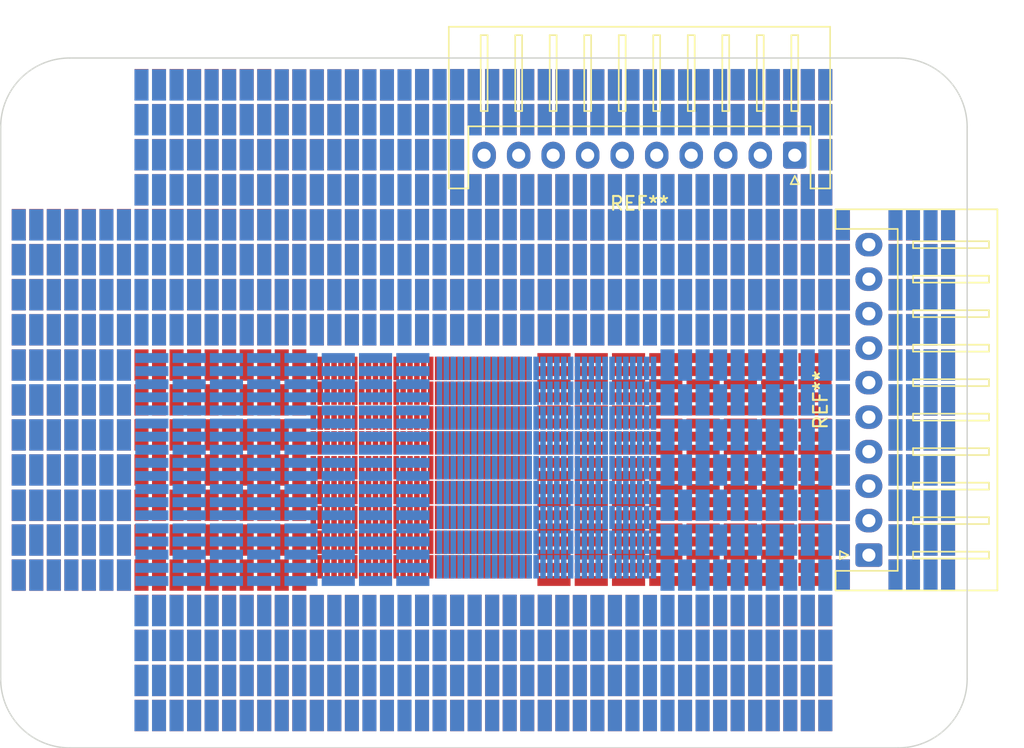
<source format=kicad_pcb>
(kicad_pcb (version 20210126) (generator pcbnew)

  (general
    (thickness 1.6)
  )

  (paper "A4")
  (layers
    (0 "F.Cu" signal)
    (31 "B.Cu" signal)
    (32 "B.Adhes" user "B.Adhesive")
    (33 "F.Adhes" user "F.Adhesive")
    (34 "B.Paste" user)
    (35 "F.Paste" user)
    (36 "B.SilkS" user "B.Silkscreen")
    (37 "F.SilkS" user "F.Silkscreen")
    (38 "B.Mask" user)
    (39 "F.Mask" user)
    (40 "Dwgs.User" user "User.Drawings")
    (41 "Cmts.User" user "User.Comments")
    (42 "Eco1.User" user "User.Eco1")
    (43 "Eco2.User" user "User.Eco2")
    (44 "Edge.Cuts" user)
    (45 "Margin" user)
    (46 "B.CrtYd" user "B.Courtyard")
    (47 "F.CrtYd" user "F.Courtyard")
    (48 "B.Fab" user)
    (49 "F.Fab" user)
    (50 "User.1" user)
    (51 "User.2" user)
    (52 "User.3" user)
    (53 "User.4" user)
    (54 "User.5" user)
    (55 "User.6" user)
    (56 "User.7" user)
    (57 "User.8" user)
    (58 "User.9" user)
  )

  (setup
    (pcbplotparams
      (layerselection 0x00010fc_ffffffff)
      (disableapertmacros false)
      (usegerberextensions false)
      (usegerberattributes true)
      (usegerberadvancedattributes true)
      (creategerberjobfile true)
      (svguseinch false)
      (svgprecision 6)
      (excludeedgelayer true)
      (plotframeref false)
      (viasonmask false)
      (mode 1)
      (useauxorigin true)
      (hpglpennumber 1)
      (hpglpenspeed 20)
      (hpglpendiameter 15.000000)
      (dxfpolygonmode true)
      (dxfimperialunits true)
      (dxfusepcbnewfont true)
      (psnegative false)
      (psa4output false)
      (plotreference true)
      (plotvalue true)
      (plotinvisibletext false)
      (sketchpadsonfab false)
      (subtractmaskfromsilk false)
      (outputformat 1)
      (mirror false)
      (drillshape 0)
      (scaleselection 1)
      (outputdirectory "gerber")
    )
  )


  (net 0 "")

  (footprint "MountingHole:MountingHole_3.2mm_M3_DIN965" (layer "F.Cu") (at 55 95))

  (footprint "Connector_JST:JST_XH_S10B-XH-A_1x10_P2.50mm_Horizontal" (layer "F.Cu") (at 112.882 86.029 90))

  (footprint "Connector_JST:JST_XH_S10B-XH-A_1x10_P2.50mm_Horizontal" (layer "F.Cu") (at 107.516 57.044 180))

  (footprint "MountingHole:MountingHole_3.2mm_M3_DIN965" (layer "F.Cu") (at 55 55))

  (footprint "MountingHole:MountingHole_3.2mm_M3_DIN965" (layer "F.Cu") (at 115 55))

  (footprint "MountingHole:MountingHole_3.2mm_M3_DIN965" (layer "F.Cu") (at 115 95))

  (gr_rect (start 78.445 75.245) (end 78.845 76.945) (layer "F.Cu") (width 0) (fill solid) (tstamp 006af819-f026-44ce-8a32-584a57eccd8a))
  (gr_rect (start 82.945 75.245) (end 83.345 76.945) (layer "F.Cu") (width 0) (fill solid) (tstamp 00741d85-7867-4e65-8f52-10a4ccac5353))
  (gr_rect (start 97.79 88.916) (end 98.806 91.186) (layer "F.Cu") (width 0) (fill solid) (tstamp 01648547-2740-4e15-a2ce-9f7fbd55f885))
  (gr_rect (start 66.04 71.12) (end 67.056 73.39) (layer "F.Cu") (width 0) (fill solid) (tstamp 018be4a0-c0a1-4805-a951-ad20266d6625))
  (gr_rect (start 96.975 74) (end 99.375 73.2875) (layer "F.Cu") (width 0) (fill solid) (tstamp 01c5397c-6b4b-4662-bd8b-2d34062f94b3))
  (gr_rect (start 109.22 55.88) (end 110.236 58.15) (layer "F.Cu") (width 0) (fill solid) (tstamp 02062b8d-7be2-4a5e-b114-25964ae7156e))
  (gr_rect (start 69.85 93.98) (end 70.866 96.25) (layer "F.Cu") (width 0) (fill solid) (tstamp 020bf030-75df-499a-941c-0fb6fe0240fe))
  (gr_rect (start 97.79 53.34) (end 98.806 55.61) (layer "F.Cu") (width 0) (fill solid) (tstamp 0238c561-490d-45ca-b3f2-a2ef9cdb5a01))
  (gr_rect (start 66.04 53.34) (end 67.056 55.61) (layer "F.Cu") (width 0) (fill solid) (tstamp 02952af8-449c-4c04-bbd6-e7ab25d5b992))
  (gr_rect (start 62.23 68.564) (end 63.246 70.834) (layer "F.Cu") (width 0) (fill solid) (tstamp 02a33d9c-9c99-4cf1-805b-1076735953eb))
  (gr_rect (start 87.945 86.025) (end 88.345 87.725) (layer "F.Cu") (width 0) (fill solid) (tstamp 0343dc8e-964d-4a33-80ef-9e928cad6f96))
  (gr_rect (start 54.61 60.944) (end 55.626 63.214) (layer "F.Cu") (width 0) (fill solid) (tstamp 037a7056-b784-4769-8e14-90d3aaad1db4))
  (gr_rect (start 82.55 63.484) (end 83.566 65.754) (layer "F.Cu") (width 0) (fill solid) (tstamp 03914c22-f3cd-4c51-9e53-01e7d9b087ef))
  (gr_rect (start 76.2 50.816) (end 77.216 53.086) (layer "F.Cu") (width 0) (fill solid) (tstamp 0432fd8f-987e-4de0-bc99-51da61c8d96a))
  (gr_rect (start 99.675 74.95) (end 102.075 74.2375) (layer "F.Cu") (width 0) (fill solid) (tstamp 0440cd87-8f01-4709-bec0-f4682e152b53))
  (gr_rect (start 83.445 73.445) (end 83.845 75.145) (layer "F.Cu") (width 0) (fill solid) (tstamp 0456f169-735f-44c8-8c0e-4d679b639551))
  (gr_rect (start 84.945 78.845) (end 85.345 80.545) (layer "F.Cu") (width 0) (fill solid) (tstamp 04715848-a5e4-400f-880c-013ea3cf55b7))
  (gr_rect (start 110.49 83.804) (end 111.506 86.074) (layer "F.Cu") (width 0) (fill solid) (tstamp 04b3855b-d6f1-463b-95eb-1144f906d456))
  (gr_rect (start 73.945 78.845) (end 74.345 80.545) (layer "F.Cu") (width 0) (fill solid) (tstamp 050c331c-7528-4769-acc8-d9526c13fe46))
  (gr_rect (start 50.8 68.564) (end 51.816 70.834) (layer "F.Cu") (width 0) (fill solid) (tstamp 0531d04c-0f52-404c-ba68-43d87bad1003))
  (gr_rect (start 78.74 58.42) (end 79.756 60.69) (layer "F.Cu") (width 0) (fill solid) (tstamp 05345710-faa8-46c0-b043-c972486dc9a1))
  (gr_rect (start 99.06 50.816) (end 100.076 53.086) (layer "F.Cu") (width 0) (fill solid) (tstamp 053819ff-d5d6-4f74-bcf9-df987c9cfbf0))
  (gr_rect (start 84.445 82.445) (end 84.845 84.145) (layer "F.Cu") (width 0) (fill solid) (tstamp 054d95b7-537b-45bf-85d0-1a051c13182e))
  (gr_rect (start 73.66 91.44) (end 74.676 93.71) (layer "F.Cu") (width 0) (fill solid) (tstamp 055f3add-baac-4950-8d21-089910730592))
  (gr_rect (start 106.68 60.96) (end 107.696 63.23) (layer "F.Cu") (width 0) (fill solid) (tstamp 057c6597-9de6-4e08-b01a-95d981aaaf6b))
  (gr_rect (start 80.01 50.8) (end 81.026 53.07) (layer "F.Cu") (width 0) (fill solid) (tstamp 05adcf17-d6e2-4603-98e2-9b2951bbebd1))
  (gr_rect (start 76.445 78.845) (end 76.845 80.545) (layer "F.Cu") (width 0) (fill solid) (tstamp 05c0b149-38c6-45d4-b541-d0c2c36880ce))
  (gr_rect (start 118.11 68.564) (end 119.126 70.834) (layer "F.Cu") (width 0) (fill solid) (tstamp 05e60cc5-42cf-4942-a65b-bf3fe9029ebf))
  (gr_rect (start 85.445 73.445) (end 85.845 75.145) (layer "F.Cu") (width 0) (fill solid) (tstamp 062f4b0b-3ffc-4ade-8b3f-807cf9d50096))
  (gr_rect (start 85.445 71.645) (end 85.845 73.345) (layer "F.Cu") (width 0) (fill solid) (tstamp 06bed39e-2298-40d7-85d0-099b35cd5238))
  (gr_rect (start 81.28 88.9) (end 82.296 91.17) (layer "F.Cu") (width 0) (fill solid) (tstamp 06c5a8c3-ccd6-4a8d-be8a-c91fee341c6c))
  (gr_rect (start 83.82 60.944) (end 84.836 63.214) (layer "F.Cu") (width 0) (fill solid) (tstamp 06d9272d-50f9-4714-baf9-d7ab31d5542a))
  (gr_rect (start 64.77 58.42) (end 65.786 60.69) (layer "F.Cu") (width 0) (fill solid) (tstamp 06ff1c54-5cb1-41b5-b5f3-74977f6ebbcf))
  (gr_rect (start 76.445 86.025) (end 76.845 87.725) (layer "F.Cu") (width 0) (fill solid) (tstamp 07391078-3c7e-43a0-8a6a-f70c3e6aa0b4))
  (gr_rect (start 62.23 91.44) (end 63.246 93.71) (layer "F.Cu") (width 0) (fill solid) (tstamp 0765f6e5-a0e3-4cc8-8e81-5e821e7aa269))
  (gr_rect (start 63.5 88.9) (end 64.516 91.17) (layer "F.Cu") (width 0) (fill solid) (tstamp 08102997-e8f8-4f0a-a104-6696581bbd17))
  (gr_rect (start 66.04 68.564) (end 67.056 70.834) (layer "F.Cu") (width 0) (fill solid) (tstamp 082ff36a-c6fd-4a0d-bfe3-fac1170dd83a))
  (gr_rect (start 84.445 75.245) (end 84.845 76.945) (layer "F.Cu") (width 0) (fill solid) (tstamp 083346d2-a659-40d0-83e8-706929e42a8b))
  (gr_rect (start 84.445 80.645) (end 84.845 82.345) (layer "F.Cu") (width 0) (fill solid) (tstamp 0837fc58-6bdb-4a38-aa07-e0db5cef51e4))
  (gr_rect (start 92.71 91.44) (end 93.726 93.71) (layer "F.Cu") (width 0) (fill solid) (tstamp 086b49fd-f611-4685-a848-9690feea706d))
  (gr_rect (start 82.445 78.845) (end 82.845 80.545) (layer "F.Cu") (width 0) (fill solid) (tstamp 0885fa03-2994-4da6-8935-9d186ad2ba30))
  (gr_rect (start 90.17 58.42) (end 91.186 60.69) (layer "F.Cu") (width 0) (fill solid) (tstamp 08b22359-1731-454c-9f2c-7c696f3eea74))
  (gr_rect (start 68.58 83.804) (end 69.596 86.074) (layer "F.Cu") (width 0) (fill solid) (tstamp 092c3e24-e428-42c3-9277-e84e4f872511))
  (gr_rect (start 91.44 68.564) (end 92.456 70.834) (layer "F.Cu") (width 0) (fill solid) (tstamp 0a0a3642-69e8-4610-982f-fec7fb94c985))
  (gr_rect (start 77.47 96.52) (end 78.486 98.79) (layer "F.Cu") (width 0) (fill solid) (tstamp 0a19c090-d42e-4430-a467-8c36d723eb47))
  (gr_rect (start 68.58 93.98) (end 69.596 96.25) (layer "F.Cu") (width 0) (fill solid) (tstamp 0a4fea6e-a01b-4a02-87ce-912e03ba748d))
  (gr_rect (start 75.445 80.645) (end 75.845 82.345) (layer "F.Cu") (width 0) (fill solid) (tstamp 0b352a50-163c-4b97-935f-43b0c442a4c3))
  (gr_rect (start 104.14 63.484) (end 105.156 65.754) (layer "F.Cu") (width 0) (fill solid) (tstamp 0b39b764-1263-4250-9f78-953c4fe70cb1))
  (gr_rect (start 90.17 66.024) (end 91.186 68.294) (layer "F.Cu") (width 0) (fill solid) (tstamp 0b512c72-955e-4113-9cb5-e595cfacba0c))
  (gr_rect (start 59.69 60.944) (end 60.706 63.214) (layer "F.Cu") (width 0) (fill solid) (tstamp 0bd65db2-f115-44db-8788-01bc09e5eb49))
  (gr_rect (start 74.93 93.98) (end 75.946 96.25) (layer "F.Cu") (width 0) (fill solid) (tstamp 0bf96fb5-d20e-4a4b-a983-e2952cc64014))
  (gr_rect (start 52.07 68.564) (end 53.086 70.834) (layer "F.Cu") (width 0) (fill solid) (tstamp 0c2f03e2-6949-4372-a325-115d9c20139f))
  (gr_rect (start 55.88 63.484) (end 56.896 65.754) (layer "F.Cu") (width 0) (fill solid) (tstamp 0cd422d4-066a-4266-99b3-16780625e5a1))
  (gr_rect (start 82.55 96.52) (end 83.566 98.79) (layer "F.Cu") (width 0) (fill solid) (tstamp 0ce791d3-f139-4d20-b1ee-2be2b882d0ee))
  (gr_rect (start 72.39 96.52) (end 73.406 98.79) (layer "F.Cu") (width 0) (fill solid) (tstamp 0d7467ee-36f3-454e-9872-ca5e1fb291f0))
  (gr_rect (start 105.075 77.8) (end 107.475 77.0875) (layer "F.Cu") (width 0) (fill solid) (tstamp 0d829bdf-bdcd-43ea-a25b-67da9af4e284))
  (gr_rect (start 107.775 74) (end 110.175 73.2875) (layer "F.Cu") (width 0) (fill solid) (tstamp 0dc3ae8c-3082-449a-bcb6-db623659a3ef))
  (gr_rect (start 88.875 75.9) (end 91.275 75.1875) (layer "F.Cu") (width 0) (fill solid) (tstamp 0dce2d94-b0eb-4282-aaca-37ca890d4299))
  (gr_rect (start 80.945 86.025) (end 81.345 87.725) (layer "F.Cu") (width 0) (fill solid) (tstamp 0e311505-7f55-4aec-8c4d-129fe2f071e6))
  (gr_rect (start 72.945 86.025) (end 73.345 87.725) (layer "F.Cu") (width 0) (fill solid) (tstamp 0e601153-f50a-433f-a4fc-5b97acd5be7d))
  (gr_rect (start 99.675 82.55) (end 102.075 81.8375) (layer "F.Cu") (width 0) (fill solid) (tstamp 0e965a9a-9192-4d02-bc11-16513d4b8bfa))
  (gr_rect (start 76.945 71.645) (end 77.345 73.345) (layer "F.Cu") (width 0) (fill solid) (tstamp 0ea059af-0588-42de-a024-8167c9b768be))
  (gr_rect (start 97.79 96.52) (end 98.806 98.79) (layer "F.Cu") (width 0) (fill solid) (tstamp 0f0fadad-fa99-4f21-905b-78e1e0e6e2a3))
  (gr_rect (start 79.445 84.245) (end 79.845 85.945) (layer "F.Cu") (width 0) (fill solid) (tstamp 0faf8434-edc0-4410-a784-9d8a6e20b910))
  (gr_rect (start 78.445 80.645) (end 78.845 82.345) (layer "F.Cu") (width 0) (fill solid) (tstamp 102b4b09-8b66-4436-8e9a-b0a99dffcd04))
  (gr_rect (start 53.34 60.944) (end 54.356 63.214) (layer "F.Cu") (width 0) (fill solid) (tstamp 103d3fba-6bf2-4cf0-9bb2-74cb1ebc8e5e))
  (gr_rect (start 73.445 75.245) (end 73.845 76.945) (layer "F.Cu") (width 0) (fill solid) (tstamp 106f3025-4d2a-4ea4-88cf-d7bc44fec7af))
  (gr_rect (start 69.85 73.644) (end 70.866 75.914) (layer "F.Cu") (width 0) (fill solid) (tstamp 10746716-ec04-415c-a8d7-0dbd7a2bd276))
  (gr_rect (start 84.945 82.445) (end 85.345 84.145) (layer "F.Cu") (width 0) (fill solid) (tstamp 107f1e3c-6ff9-4b76-a104-3dd35c718c6e))
  (gr_rect (start 84.945 84.245) (end 85.345 85.945) (layer "F.Cu") (width 0) (fill solid) (tstamp 10e3a240-69b9-414d-b503-f4c8a1f2d8fd))
  (gr_rect (start 80.945 71.645) (end 81.345 73.345) (layer "F.Cu") (width 0) (fill solid) (tstamp 10f4b0a7-81e4-4f20-8c11-f4e550a037e7))
  (gr_rect (start 63.5 73.644) (end 64.516 75.914) (layer "F.Cu") (width 0) (fill solid) (tstamp 10fdc530-16f6-4ae2-9039-61ce6c5eac20))
  (gr_rect (start 96.975 82.55) (end 99.375 81.8375) (layer "F.Cu") (width 0) (fill solid) (tstamp 110cdc5c-cd02-4e10-9392-aa8a9297eeef))
  (gr_rect (start 99.675 87.3125) (end 102.075 86.6) (layer "F.Cu") (width 0) (fill solid) (tstamp 112deda6-0557-418b-8c60-59e86771bc21))
  (gr_rect (start 85.945 75.245) (end 86.345 76.945) (layer "F.Cu") (width 0) (fill solid) (tstamp 1181ab86-cc48-4597-8cf7-97cf38ea2121))
  (gr_rect (start 87.945 73.445) (end 88.345 75.145) (layer "F.Cu") (width 0) (fill solid) (tstamp 11a765c2-f475-4f18-8b03-c26292e22f49))
  (gr_rect (start 69.85 50.816) (end 70.866 53.086) (layer "F.Cu") (width 0) (fill solid) (tstamp 11cb3b7e-23de-4b9e-ae03-20aeca780fbf))
  (gr_rect (start 100.33 88.916) (end 101.346 91.186) (layer "F.Cu") (width 0) (fill solid) (tstamp 11e3fb9f-0c6e-42cd-929e-4935d437a8ce))
  (gr_rect (start 118.11 76.184) (end 119.126 78.454) (layer "F.Cu") (width 0) (fill solid) (tstamp 12046b33-d147-4f87-8389-034e5ab9e838))
  (gr_rect (start 77.945 78.845) (end 78.345 80.545) (layer "F.Cu") (width 0) (fill solid) (tstamp 12358c5b-363c-4067-af93-174dd7e813f7))
  (gr_rect (start 99.675 79.7) (end 102.075 78.9875) (layer "F.Cu") (width 0) (fill solid) (tstamp 1242707a-9dec-4b93-bb2c-b08793ed2673))
  (gr_rect (start 88.9 93.98) (end 89.916 96.25) (layer "F.Cu") (width 0) (fill solid) (tstamp 12445d1e-f41a-4336-81e4-54c0051d8500))
  (gr_rect (start 94.275 78.75) (end 96.675 78.0375) (layer "F.Cu") (width 0) (fill solid) (tstamp 124ab1d0-83d2-42df-a37e-7a20e0ea57b0))
  (gr_rect (start 78.445 86.025) (end 78.845 87.725) (layer "F.Cu") (width 0) (fill solid) (tstamp 125647e1-c6a0-42a2-bfd5-4e7401f47bb9))
  (gr_rect (start 97.79 58.42) (end 98.806 60.69) (layer "F.Cu") (width 0) (fill solid) (tstamp 1276b60e-9170-45c7-a127-ada7be66f581))
  (gr_rect (start 54.61 73.644) (end 55.626 75.914) (layer "F.Cu") (width 0) (fill solid) (tstamp 12f2f3b5-523c-4045-9a2e-e2e7dd2782f9))
  (gr_rect (start 91.575 86.35) (end 93.975 85.6375) (layer "F.Cu") (width 0) (fill solid) (tstamp 134ba694-aabe-4284-a8d1-ae009acd630d))
  (gr_rect (start 82.55 68.564) (end 83.566 70.834) (layer "F.Cu") (width 0) (fill solid) (tstamp 137da736-0897-44da-9f4a-8aa4a34b95e5))
  (gr_rect (start 78.74 96.52) (end 79.756 98.79) (layer "F.Cu") (width 0) (fill solid) (tstamp 139c7a04-1634-4f87-ac89-6c72dca5a08d))
  (gr_rect (start 76.2 68.564) (end 77.216 70.834) (layer "F.Cu") (width 0) (fill solid) (tstamp 13a637ee-c1f5-44f1-9dc6-3f769a73126e))
  (gr_rect (start 74.93 55.88) (end 75.946 58.15) (layer "F.Cu") (width 0) (fill solid) (tstamp 13d4d585-62aa-4981-aebf-ddc1f80d699b))
  (gr_rect (start 81.28 93.98) (end 82.296 96.25) (layer "F.Cu") (width 0) (fill solid) (tstamp 1404625f-e711-45b7-be2e-1c7f7c85c8fe))
  (gr_rect (start 50.8 86.344) (end 51.816 88.614) (layer "F.Cu") (width 0) (fill solid) (tstamp 144dfe76-8780-42d2-90d7-11b51bbe2181))
  (gr_rect (start 87.445 77.045) (end 87.845 78.745) (layer "F.Cu") (width 0) (fill solid) (tstamp 145268de-46e9-4b3b-b025-84a2025d4cd4))
  (gr_rect (start 76.945 73.445) (end 77.345 75.145) (layer "F.Cu") (width 0) (fill solid) (tstamp 145418fc-f507-490d-8e74-ed4249f4656b))
  (gr_rect (start 81.945 82.445) (end 82.345 84.145) (layer "F.Cu") (width 0) (fill solid) (tstamp 1484bf82-c519-41cb-b84e-aa82fefad423))
  (gr_rect (start 55.88 86.344) (end 56.896 88.614) (layer "F.Cu") (width 0) (fill solid) (tstamp 149645ee-45f2-4afe-98b4-899b7d1ab12a))
  (gr_rect (start 60.96 73.644) (end 61.976 75.914) (layer "F.Cu") (width 0) (fill solid) (tstamp 15137a12-d462-4160-808b-18ca44e205cc))
  (gr_rect (start 94.275 76.85) (end 96.675 76.1375) (layer "F.Cu") (width 0) (fill solid) (tstamp 15f1692d-ae9c-4d9f-b70b-72748e6a811c))
  (gr_rect (start 99.675 81.6) (end 102.075 80.8875) (layer "F.Cu") (width 0) (fill solid) (tstamp 1600ac65-eb77-44dd-87b3-239c3d3d67bb))
  (gr_rect (start 109.22 53.34) (end 110.236 55.61) (layer "F.Cu") (width 0) (fill solid) (tstamp 1650d705-1031-4844-a778-aca0fd01288b))
  (gr_rect (start 86.945 86.025) (end 87.345 87.725) (layer "F.Cu") (width 0) (fill solid) (tstamp 16aa3cf1-0c0d-473f-a3e7-e03025f8e503))
  (gr_rect (start 67.31 58.42) (end 68.326 60.69) (layer "F.Cu") (width 0) (fill solid) (tstamp 17264c8e-26fe-4375-949a-677c35c64820))
  (gr_rect (start 74.445 73.445) (end 74.845 75.145) (layer "F.Cu") (width 0) (fill solid) (tstamp 1753757b-36ad-44eb-893c-1d397cd7b310))
  (gr_rect (start 88.875 82.55) (end 91.275 81.8375) (layer "F.Cu") (width 0) (fill solid) (tstamp 17875969-5ec2-4c53-bf0e-b8f421ecec69))
  (gr_rect (start 59.69 81.28) (end 60.706 83.55) (layer "F.Cu") (width 0) (fill solid) (tstamp 178c0a88-e247-4e1f-a61e-ffb5722b83e0))
  (gr_rect (start 84.445 86.025) (end 84.845 87.725) (layer "F.Cu") (width 0) (fill solid) (tstamp 17d3b790-361c-461e-ae2b-6cda1df9206a))
  (gr_rect (start 107.775 86.35) (end 110.175 85.6375) (layer "F.Cu") (width 0) (fill solid) (tstamp 186bfb5f-a676-4ffc-b53a-6d7b184a665e))
  (gr_rect (start 83.82 66.024) (end 84.836 68.294) (layer "F.Cu") (width 0) (fill solid) (tstamp 1872157a-e746-48c9-b8d6-c946e9b5a2e5))
  (gr_rect (start 55.88 76.184) (end 56.896 78.454) (layer "F.Cu") (width 0) (fill solid) (tstamp 188c034b-388f-448b-a2d8-f4de10f3ad57))
  (gr_rect (start 72.39 50.816) (end 73.406 53.086) (layer "F.Cu") (width 0) (fill solid) (tstamp 18c6e0c1-f114-4c5c-af04-dd612825e577))
  (gr_rect (start 102.375 88.2625) (end 104.775 87.55) (layer "F.Cu") (width 0) (fill solid) (tstamp 19026a85-374b-4301-9958-3d3ed5a9bb38))
  (gr_rect (start 71.12 78.724) (end 72.136 80.994) (layer "F.Cu") (width 0) (fill solid) (tstamp 1954b7c4-2bc2-454e-a3f4-709c7659f83a))
  (gr_rect (start 60.96 55.88) (end 61.976 58.15) (layer "F.Cu") (width 0) (fill solid) (tstamp 19674a6f-4bb8-481a-8694-18cfd7c11f42))
  (gr_rect (start 52.07 66.024) (end 53.086 68.294) (layer "F.Cu") (width 0) (fill solid) (tstamp 1972f83c-5599-46b2-b03e-79c5b5e94d34))
  (gr_rect (start 67.31 83.804) (end 68.326 86.074) (layer "F.Cu") (width 0) (fill solid) (tstamp 19aa9ee7-2601-4792-8b73-1f07c2de6c8f))
  (gr_rect (start 64.77 96.52) (end 65.786 98.79) (layer "F.Cu") (width 0) (fill solid) (tstamp 19ccd083-fb77-4fb4-887c-d48d07369258))
  (gr_rect (start 80.445 80.645) (end 80.845 82.345) (layer "F.Cu") (width 0) (fill solid) (tstamp 1a973a33-3b03-4585-8c31-54d4ac3db5d7))
  (gr_rect (start 107.95 58.42) (end 108.966 60.69) (layer "F.Cu") (width 0) (fill solid) (tstamp 1b56a71a-03dd-480d-841c-a9cc32f442fa))
  (gr_rect (start 93.98 91.44) (end 94.996 93.71) (layer "F.Cu") (width 0) (fill solid) (tstamp 1b906d1a-76a0-44d9-8b60-ea71d1310756))
  (gr_rect (start 116.84 73.644) (end 117.856 75.914) (layer "F.Cu") (width 0) (fill solid) (tstamp 1bc795dc-351a-4e38-8f7a-5ca34de285b9))
  (gr_rect (start 88.9 88.9) (end 89.916 91.17) (layer "F.Cu") (width 0) (fill solid) (tstamp 1bef957b-7871-437a-9c4b-d18efd80f00d))
  (gr_rect (start 99.06 63.484) (end 100.076 65.754) (layer "F.Cu") (width 0) (fill solid) (tstamp 1bf85104-32e8-4f47-b15b-5dcf4c39f842))
  (gr_rect (start 95.25 53.34) (end 96.266 55.61) (layer "F.Cu") (width 0) (fill solid) (tstamp 1c5fe729-ed5b-408c-81bb-2188909d8f6a))
  (gr_rect (start 107.775 85.4) (end 110.175 84.6875) (layer "F.Cu") (width 0) (fill solid) (tstamp 1cd41d77-9850-4bc7-9177-697553dd4135))
  (gr_rect (start 76.945 78.845) (end 77.345 80.545) (layer "F.Cu") (width 0) (fill solid) (tstamp 1cdfb795-137e-425f-9d62-12796e78afaa))
  (gr_rect (start 86.36 88.9) (end 87.376 91.17) (layer "F.Cu") (width 0) (fill solid) (tstamp 1d4f82a5-e0a1-4ccd-b39f-484f9f613f19))
  (gr_rect (start 114.3 86.344) (end 115.316 88.614) (layer "F.Cu") (width 0) (fill solid) (tstamp 1dc1dca6-f768-4e20-85f1-a48a39feb98e))
  (gr_rect (start 52.07 71.12) (end 53.086 73.39) (layer "F.Cu") (width 0) (fill solid) (tstamp 1e237fc7-fe03-4eeb-bf8d-77ee91fd1eb1))
  (gr_rect (start 67.31 53.34) (end 68.326 55.61) (layer "F.Cu") (width 0) (fill solid) (tstamp 1e3d6934-b9c3-4c14-99ce-57b3eff58d94))
  (gr_rect (start 88.9 91.44) (end 89.916 93.71) (layer "F.Cu") (width 0) (fill solid) (tstamp 1e428d49-2f12-404b-a9bb-da2e98107c05))
  (gr_rect (start 77.47 60.96) (end 78.486 63.23) (layer "F.Cu") (width 0) (fill solid) (tstamp 1e6cb752-35e1-4b7c-9546-43f26462118d))
  (gr_rect (start 73.66 53.34) (end 74.676 55.61) (layer "F.Cu") (width 0) (fill solid) (tstamp 1eb06237-7bcb-46cc-af23-fed929f30e91))
  (gr_rect (start 68.58 81.28) (end 69.596 83.55) (layer "F.Cu") (width 0) (fill solid) (tstamp 1ef5efba-55c9-4a90-9a9a-a67a13adb203))
  (gr_rect (start 92.71 50.816) (end 93.726 53.086) (layer "F.Cu") (width 0) (fill solid) (tstamp 1f4fefa8-ff33-416d-a7a0-bf70b800e92c))
  (gr_rect (start 64.77 86.344) (end 65.786 88.614) (layer "F.Cu") (width 0) (fill solid) (tstamp 1f78b5fe-767f-418d-9893-c4fba23d5033))
  (gr_rect (start 106.68 88.916) (end 107.696 91.186) (layer "F.Cu") (width 0) (fill solid) (tstamp 1f812f85-8f31-471c-b669-fc36fda7232c))
  (gr_rect (start 77.445 75.245) (end 77.845 76.945) (layer "F.Cu") (width 0) (fill solid) (tstamp 1fbf77b7-5019-4626-8429-dbe36c7c0547))
  (gr_rect (start 95.25 63.484) (end 96.266 65.754) (layer "F.Cu") (width 0) (fill solid) (tstamp 1fcc1140-906c-492c-b2a7-6a3ffb8d060a))
  (gr_rect (start 109.22 63.484) (end 110.236 65.754) (layer "F.Cu") (width 0) (fill solid) (tstamp 208471f5-7add-4c88-b37c-6a2680448a24))
  (gr_rect (start 79.445 77.045) (end 79.845 78.745) (layer "F.Cu") (width 0) (fill solid) (tstamp 208e50d1-3dc2-478a-bdac-47c014e26ad0))
  (gr_rect (start 64.77 66.024) (end 65.786 68.294) (layer "F.Cu") (width 0) (fill solid) (tstamp 20cbdd6e-66a3-4fdb-8f4f-783b3e8a8906))
  (gr_rect (start 87.63 93.98) (end 88.646 96.25) (layer "F.Cu") (width 0) (fill solid) (tstamp 20ee6748-0b45-4b37-9b85-3a59aee49079))
  (gr_rect (start 73.66 50.816) (end 74.676 53.086) (layer "F.Cu") (width 0) (fill solid) (tstamp 21020531-864c-454a-86a6-a640bc4572c9))
  (gr_rect (start 80.445 86.025) (end 80.845 87.725) (layer "F.Cu") (width 0) (fill solid) (tstamp 212c3f36-12c4-4055-b3a8-ed721547443e))
  (gr_rect (start 105.075 87.3125) (end 107.475 86.6) (layer "F.Cu") (width 0) (fill solid) (tstamp 212f1541-49ea-4034-9b4d-793da39b707b))
  (gr_rect (start 83.445 86.025) (end 83.845 87.725) (layer "F.Cu") (width 0) (fill solid) (tstamp 21387bd7-835e-4323-9aab-409c38e27580))
  (gr_rect (start 88.875 73.05) (end 91.275 72.3375) (layer "F.Cu") (width 0) (fill solid) (tstamp 21589468-b6ee-4fa8-9736-2fd192090b6f))
  (gr_rect (start 107.95 93.98) (end 108.966 96.25) (layer "F.Cu") (width 0) (fill solid) (tstamp 2179a5d8-b61e-4358-8a9e-cd42ccf59ccf))
  (gr_rect (start 71.12 50.816) (end 72.136 53.086) (layer "F.Cu") (width 0) (fill solid) (tstamp 21c4f7fd-1377-4434-919a-dbcb5e19e075))
  (gr_rect (start 107.95 53.34) (end 108.966 55.61) (layer "F.Cu") (width 0) (fill solid) (tstamp 21d269ea-6cc5-4219-bdbb-ee07b897a3cc))
  (gr_rect (start 83.82 58.42) (end 84.836 60.69) (layer "F.Cu") (width 0) (fill solid) (tstamp 2220ff6d-615b-4f5a-b566-8ad6168553d1))
  (gr_rect (start 53.34 86.344) (end 54.356 88.614) (layer "F.Cu") (width 0) (fill solid) (tstamp 223de8b0-f33f-4dba-82b9-2eedade8515f))
  (gr_rect (start 76.945 86.025) (end 77.345 87.725) (layer "F.Cu") (width 0) (fill solid) (tstamp 2272cf0a-4d98-46f4-9367-9c33d615e885))
  (gr_rect (start 102.87 53.34) (end 103.886 55.61) (layer "F.Cu") (width 0) (fill solid) (tstamp 22caa4c0-41d0-4dca-b1ac-8e62a9472116))
  (gr_rect (start 107.775 81.6) (end 110.175 80.8875) (layer "F.Cu") (width 0) (fill solid) (tstamp 231f2899-ee73-4a7d-b91c-ec54be6b06aa))
  (gr_rect (start 86.36 53.34) (end 87.376 55.61) (layer "F.Cu") (width 0) (fill solid) (tstamp 2360f020-4626-46f6-a1ed-b79a688fe21b))
  (gr_rect (start 88.875 74) (end 91.275 73.2875) (layer "F.Cu") (width 0) (fill solid) (tstamp 237759d9-a885-425f-979d-68b337854656))
  (gr_rect (start 77.47 58.42) (end 78.486 60.69) (layer "F.Cu") (width 0) (fill solid) (tstamp 23ca62a4-3f18-4367-a1b6-455fd8f79456))
  (gr_rect (start 94.275 84.45) (end 96.675 83.7375) (layer "F.Cu") (width 0) (fill solid) (tstamp 23d59814-c028-47fc-b323-2f5b4edd2306))
  (gr_rect (start 67.31 55.88) (end 68.326 58.15) (layer "F.Cu") (width 0) (fill solid) (tstamp 23d67669-00e8-415d-91f3-40989b08f40f))
  (gr_rect (start 72.445 73.445) (end 72.845 75.145) (layer "F.Cu") (width 0) (fill solid) (tstamp 23ef3501-d52e-46ee-bd85-b01c73ae4130))
  (gr_rect (start 114.3 81.28) (end 115.316 83.55) (layer "F.Cu") (width 0) (fill solid) (tstamp 2414f86b-9d23-4677-80b6-bf403ed5c912))
  (gr_rect (start 50.8 66.024) (end 51.816 68.294) (layer "F.Cu") (width 0) (fill solid) (tstamp 241b8775-160f-438a-b7c1-466382f7724b))
  (gr_rect (start 71.12 96.52) (end 72.136 98.79) (layer "F.Cu") (width 0) (fill solid) (tstamp 24697c4c-47ec-42cf-81bf-3e4c022bb13e))
  (gr_rect (start 102.375 87.3125) (end 104.775 86.6) (layer "F.Cu") (width 0) (fill solid) (tstamp 248dc97f-ec4a-4ebc-8220-a67a145d90f2))
  (gr_rect (start 109.22 93.98) (end 110.236 96.25) (layer "F.Cu") (width 0) (fill solid) (tstamp 24c175c4-b7f4-4a75-b791-5b1b1e61105e))
  (gr_rect (start 72.39 93.98) (end 73.406 96.25) (layer "F.Cu") (width 0) (fill solid) (tstamp 24e2d239-79f7-4ac6-b302-7e867742a97b))
  (gr_rect (start 78.945 86.025) (end 79.345 87.725) (layer "F.Cu") (width 0) (fill solid) (tstamp 25472547-16e9-4caa-8f4e-242b2c5d0856))
  (gr_rect (start 80.445 78.845) (end 80.845 80.545) (layer "F.Cu") (width 0) (fill solid) (tstamp 2563e085-f3d9-487c-96d9-0ae7a589bee3))
  (gr_rect (start 104.14 91.44) (end 105.156 93.71) (layer "F.Cu") (width 0) (fill solid) (tstamp 2595c63d-f4eb-4547-9f2d-a7c518dea191))
  (gr_rect (start 83.945 77.045) (end 84.345 78.745) (layer "F.Cu") (width 0) (fill solid) (tstamp 25c5ed28-c86a-4f10-8b75-56bc5d9ade43))
  (gr_rect (start 73.66 68.564) (end 74.676 70.834) (layer "F.Cu") (width 0) (fill solid) (tstamp 25e46117-e1ed-4f06-b10c-36aa98a14561))
  (gr_rect (start 88.875 77.8) (end 91.275 77.0875) (layer "F.Cu") (width 0) (fill solid) (tstamp 26662637-fd91-429a-993d-2ffc14c0e3d0))
  (gr_rect (start 102.375 83.5) (end 104.775 82.7875) (layer "F.Cu") (width 0) (fill solid) (tstamp 2763ee45-4afe-49c7-9503-7209ac398c32))
  (gr_rect (start 99.675 72.1) (end 102.075 71.3875) (layer "F.Cu") (width 0) (fill solid) (tstamp 277411f8-f83c-47ea-b086-5c08eeea4cd7))
  (gr_rect (start 72.945 71.645) (end 73.345 73.345) (layer "F.Cu") (width 0) (fill solid) (tstamp 278aee8b-898d-4714-b8ee-7aa070466005))
  (gr_rect (start 83.945 78.845) (end 84.345 80.545) (layer "F.Cu") (width 0) (fill solid) (tstamp 27c6b346-dd3b-4cfe-a83a-fe0343abeecf))
  (gr_rect (start 78.445 84.245) (end 78.845 85.945) (layer "F.Cu") (width 0) (fill solid) (tstamp 2837b056-cd77-44b6-9968-f76be7066a66))
  (gr_rect (start 79.945 82.445) (end 80.345 84.145) (layer "F.Cu") (width 0) (fill solid) (tstamp 283ec79c-f050-480b-b52e-9957ef733de0))
  (gr_rect (start 60.96 58.42) (end 61.976 60.69) (layer "F.Cu") (width 0) (fill solid) (tstamp 2871b433-e70c-4ac1-ae3d-785c8b0eb033))
  (gr_rect (start 63.5 60.944) (end 64.516 63.214) (layer "F.Cu") (width 0) (fill solid) (tstamp 28afb9dc-8501-459b-afd8-64dbbd621b27))
  (gr_rect (start 59.69 50.8) (end 60.706 53.07) (layer "F.Cu") (width 0) (fill solid) (tstamp 28bbf385-4204-405e-bf31-eee167281c6c))
  (gr_rect (start 92.71 66.024) (end 93.726 68.294) (layer "F.Cu") (width 0) (fill solid) (tstamp 28eb1d57-ba15-4b1d-93ee-06e75cbb1f71))
  (gr_rect (start 75.945 75.245) (end 76.345 76.945) (layer "F.Cu") (width 0) (fill solid) (tstamp 28fc34dd-0cd0-4e02-a093-6e85afb5a649))
  (gr_rect (start 52.07 73.644) (end 53.086 75.914) (layer "F.Cu") (width 0) (fill solid) (tstamp 29277b47-e4db-4ef9-859c-edace478a1bc))
  (gr_rect (start 86.445 80.645) (end 86.845 82.345) (layer "F.Cu") (width 0) (fill solid) (tstamp 297ea464-e41d-434e-ae76-36b6d9ace7cb))
  (gr_rect (start 78.74 50.816) (end 79.756 53.086) (layer "F.Cu") (width 0) (fill solid) (tstamp 2983ef77-673d-41b7-8346-2967f7099243))
  (gr_rect (start 80.945 80.645) (end 81.345 82.345) (layer "F.Cu") (width 0) (fill solid) (tstamp 29a7f09f-75a8-4917-bdda-e610c4bad0c9))
  (gr_rect (start 73.945 71.645) (end 74.345 73.345) (layer "F.Cu") (width 0) (fill solid) (tstamp 29ddc9a0-f7af-4f9c-84fe-2c885bce6e00))
  (gr_rect (start 67.31 91.44) (end 68.326 93.71) (layer "F.Cu") (width 0) (fill solid) (tstamp 2a16d4ee-7e09-4de5-8463-05fe8f682166))
  (gr_rect (start 71.12 71.12) (end 72.136 73.39) (layer "F.Cu") (width 0) (fill solid) (tstamp 2a1b2ed7-a672-4f0c-a5f6-ee776ebae1e1))
  (gr_rect (start 66.04 63.484) (end 67.056 65.754) (layer "F.Cu") (width 0) (fill solid) (tstamp 2a231b25-ffe1-4207-84e2-3731f7e91f43))
  (gr_rect (start 116.84 68.564) (end 117.856 70.834) (layer "F.Cu") (width 0) (fill solid) (tstamp 2a33c6d3-f85c-491a-8bd1-93c38acc4dbb))
  (gr_rect (start 71.12 93.98) (end 72.136 96.25) (layer "F.Cu") (width 0) (fill solid) (tstamp 2af99136-951e-4316-bddc-261f9e3edec2))
  (gr_rect (start 86.445 71.645) (end 86.845 73.345) (layer "F.Cu") (width 0) (fill solid) (tstamp 2b328ad5-7bea-490b-bb9d-96e3d81dffb6))
  (gr_rect (start 74.445 71.645) (end 74.845 73.345) (layer "F.Cu") (width 0) (fill solid) (tstamp 2b69a0de-f807-49dc-be36-42513dd487c0))
  (gr_rect (start 81.28 50.8) (end 82.296 53.07) (layer "F.Cu") (width 0) (fill solid) (tstamp 2bb2f9d0-ce51-44be-a1f3-e6a79d57738c))
  (gr_rect (start 77.945 86.025) (end 78.345 87.725) (layer "F.Cu") (width 0) (fill solid) (tstamp 2c44d7c8-067a-436f-b899-66cd91fafe8f))
  (gr_rect (start 97.79 66.024) (end 98.806 68.294) (layer "F.Cu") (width 0) (fill solid) (tstamp 2c882d17-c6ca-4e6d-b23a-e68146c8c915))
  (gr_rect (start 58.42 78.724) (end 59.436 80.994) (layer "F.Cu") (width 0) (fill solid) (tstamp 2c8a0527-99a0-4054-8f64-0d1130dc7729))
  (gr_rect (start 76.2 66.024) (end 77.216 68.294) (layer "F.Cu") (width 0) (fill solid) (tstamp 2cb62985-e829-4a3f-b139-354302837010))
  (gr_rect (start 96.975 79.7) (end 99.375 78.9875) (layer "F.Cu") (width 0) (fill solid) (tstamp 2cefe5f8-f663-4709-af5d-eda4064b1469))
  (gr_rect (start 74.945 86.025) (end 75.345 87.725) (layer "F.Cu") (width 0) (fill solid) (tstamp 2d28e1b5-35bb-4566-8bfb-83cf856854df))
  (gr_rect (start 96.975 88.2625) (end 99.375 87.55) (layer "F.Cu") (width 0) (fill solid) (tstamp 2d3234a9-ea5b-42b3-adfb-02fe92e2dd3b))
  (gr_rect (start 82.945 84.245) (end 83.345 85.945) (layer "F.Cu") (width 0) (fill solid) (tstamp 2d3615bf-f16d-4b42-95c0-f364c4ec1f5e))
  (gr_rect (start 84.945 71.645) (end 85.345 73.345) (layer "F.Cu") (width 0) (fill solid) (tstamp 2d4b2da4-e5f5-4775-b0dd-c2e155c2fa0d))
  (gr_rect (start 81.28 58.42) (end 82.296 60.69) (layer "F.Cu") (width 0) (fill solid) (tstamp 2d57b316-55c5-4d31-b1db-6aeb09322feb))
  (gr_rect (start 90.17 88.916) (end 91.186 91.186) (layer "F.Cu") (width 0) (fill solid) (tstamp 2d5aa779-4690-4c2f-9f23-1c0049cdb664))
  (gr_rect (start 81.945 71.645) (end 82.345 73.345) (layer "F.Cu") (width 0) (fill solid) (tstamp 2da1f677-9ca1-466d-97b1-71e49559ddce))
  (gr_rect (start 105.075 76.85) (end 107.475 76.1375) (layer "F.Cu") (width 0) (fill solid) (tstamp 2dc31152-ce62-4ae1-9332-790f0ee003c1))
  (gr_rect (start 76.2 96.52) (end 77.216 98.79) (layer "F.Cu") (width 0) (fill solid) (tstamp 2de95ce9-2311-4750-90c3-0312471e3dab))
  (gr_rect (start 82.945 80.645) (end 83.345 82.345) (layer "F.Cu") (width 0) (fill solid) (tstamp 2e06a63c-f6e6-4875-98e9-5e12fe4cd2ac))
  (gr_rect (start 77.945 80.645) (end 78.345 82.345) (layer "F.Cu") (width 0) (fill solid) (tstamp 2e5abee3-75b6-42d8-ac78-d44a959d9ee8))
  (gr_rect (start 88.9 66.024) (end 89.916 68.294) (layer "F.Cu") (width 0) (fill solid) (tstamp 2eb3e2f9-a18c-4a06-8507-5744a09246a6))
  (gr_rect (start 85.445 77.045) (end 85.845 78.745) (layer "F.Cu") (width 0) (fill solid) (tstamp 2efe20c7-e053-4c1b-bc28-0acb9c094c0f))
  (gr_rect (start 64.77 50.8) (end 65.786 53.07) (layer "F.Cu") (width 0) (fill solid) (tstamp 2f1c9d67-9bda-4c8b-b616-a538de4711d8))
  (gr_rect (start 64.77 55.88) (end 65.786 58.15) (layer "F.Cu") (width 0) (fill solid) (tstamp 2fa7a853-78ad-401b-a205-7b8f40f168b2))
  (gr_rect (start 88.875 88.2625) (end 91.275 87.55) (layer "F.Cu") (width 0) (fill solid) (tstamp 2fc272fa-9ea5-44d0-b51c-3ca95a64f2f5))
  (gr_rect (start 60.96 96.52) (end 61.976 98.79) (layer "F.Cu") (width 0) (fill solid) (tstamp 306f0f6f-e095-427c-ab63-5f12e8a79129))
  (gr_rect (start 55.88 66.024) (end 56.896 68.294) (layer "F.Cu") (width 0) (fill solid) (tstamp 309db20c-e2a7-4cf1-80c4-3fcbc9f14d41))
  (gr_rect (start 54.61 83.804) (end 55.626 86.074) (layer "F.Cu") (width 0) (fill solid) (tstamp 30af3b56-1787-4e8d-adc8-4d96afce0a3b))
  (gr_rect (start 87.63 88.9) (end 88.646 91.17) (layer "F.Cu") (width 0) (fill solid) (tstamp 310b381f-6a7c-4647-9983-42c247209138))
  (gr_rect (start 81.28 96.52) (end 82.296 98.79) (layer "F.Cu") (width 0) (fill solid) (tstamp 310e55b0-67ef-428a-8961-d47aa971fba2))
  (gr_rect (start 116.84 86.344) (end 117.856 88.614) (layer "F.Cu") (width 0) (fill solid) (tstamp 3110fa6c-a4eb-4bed-b83a-e1b5426db5a9))
  (gr_rect (start 76.2 91.44) (end 77.216 93.71) (layer "F.Cu") (width 0) (fill solid) (tstamp 317c999a-d2ad-44bb-b9ed-716e2f758715))
  (gr_rect (start 88.9 53.34) (end 89.916 55.61) (layer "F.Cu") (width 0) (fill solid) (tstamp 318df991-343a-4353-bcf7-128e9bd59dd9))
  (gr_rect (start 91.575 72.1) (end 93.975 71.3875) (layer "F.Cu") (width 0) (fill solid) (tstamp 31a0d324-d8a7-4a9c-88dc-43eae2cf2f96))
  (gr_rect (start 82.945 78.845) (end 83.345 80.545) (layer "F.Cu") (width 0) (fill solid) (tstamp 31a58540-8d4a-4153-8b5e-d1bd80b1361f))
  (gr_rect (start 87.63 60.944) (end 88.646 63.214) (layer "F.Cu") (width 0) (fill solid) (tstamp 31f371ca-ca05-4367-a3c8-24a2223462e6))
  (gr_rect (start 102.375 76.85) (end 104.775 76.1375) (layer "F.Cu") (width 0) (fill solid) (tstamp 321b27a4-7907-4f24-b08c-09aba6052cb6))
  (gr_rect (start 96.52 91.44) (end 97.536 93.71) (layer "F.Cu") (width 0) (fill solid) (tstamp 3241724f-4766-4312-8c84-8c0d2b20cdb2))
  (gr_rect (start 96.52 50.816) (end 97.536 53.086) (layer "F.Cu") (width 0) (fill solid) (tstamp 32bc71de-aedb-4872-bbd6-ce36a0a4c7b9))
  (gr_rect (start 74.93 66.024) (end 75.946 68.294) (layer "F.Cu") (width 0) (fill solid) (tstamp 32be5026-350f-4792-b68d-eebe92eab384))
  (gr_rect (start 81.945 78.845) (end 82.345 80.545) (layer "F.Cu") (width 0) (fill solid) (tstamp 32c1bfff-ea65-44a5-af74-2ca892e4e6f1))
  (gr_rect (start 77.445 78.845) (end 77.845 80.545) (layer "F.Cu") (width 0) (fill solid) (tstamp 336cc720-c2df-4666-bb55-2d56a9a9b69e))
  (gr_rect (start 102.375 86.35) (end 104.775 85.6375) (layer "F.Cu") (width 0) (fill solid) (tstamp 33ad51c8-2d85-4d72-9b58-7c15d909b8a8))
  (gr_rect (start 80.01 55.88) (end 81.026 58.15) (layer "F.Cu") (width 0) (fill solid) (tstamp 33afec36-4863-498b-bcb6-e94292f05120))
  (gr_rect (start 99.06 88.916) (end 100.076 91.186) (layer "F.Cu") (width 0) (fill solid) (tstamp 33eba13a-7e81-4443-9ac2-459aff7a3f2f))
  (gr_rect (start 102.87 96.52) (end 103.886 98.79) (layer "F.Cu") (width 0) (fill solid) (tstamp 340e0ce5-2706-4eb5-be25-0dc06685a60e))
  (gr_rect (start 107.775 84.45) (end 110.175 83.7375) (layer "F.Cu") (width 0) (fill solid) (tstamp 344d3f7d-1a92-4592-874f-8971ed66611b))
  (gr_rect (start 105.41 60.96) (end 106.426 63.23) (layer "F.Cu") (width 0) (fill solid) (tstamp 34550d17-6945-4841-8b9c-44012ff18f22))
  (gr_rect (start 76.2 60.96) (end 77.216 63.23) (layer "F.Cu") (width 0) (fill solid) (tstamp 347e6c64-944e-4d83-be12-d915cbd9ebf2))
  (gr_rect (start 62.23 81.28) (end 63.246 83.55) (layer "F.Cu") (width 0) (fill solid) (tstamp 34d12998-c731-4194-9a38-2de3c08bfec7))
  (gr_rect (start 57.15 68.564) (end 58.166 70.834) (layer "F.Cu") (width 0) (fill solid) (tstamp 34e81562-7d2e-4be2-a7ae-07dcf2398c37))
  (gr_rect (start 77.47 55.88) (end 78.486 58.15) (layer "F.Cu") (width 0) (fill solid) (tstamp 34efe148-e0cc-4bca-890d-a03f37716269))
  (gr_rect (start 85.09 66.024) (end 86.106 68.294) (layer "F.Cu") (width 0) (fill solid) (tstamp 35448804-18f8-4753-ad8f-4a41d1705567))
  (gr_rect (start 107.775 88.2625) (end 110.175 87.55) (layer "F.Cu") (width 0) (fill solid) (tstamp 357aa4ee-a461-4296-bb52-1e09cb176ce9))
  (gr_rect (start 67.31 81.28) (end 68.326 83.55) (layer "F.Cu") (width 0) (fill solid) (tstamp 366d4cf5-88a9-4c1a-89a3-9adcad848194))
  (gr_rect (start 78.445 71.645) (end 78.845 73.345) (layer "F.Cu") (width 0) (fill solid) (tstamp 368ca355-8e25-4046-849b-2e886d4dd5b6))
  (gr_rect (start 81.28 53.34) (end 82.296 55.61) (layer "F.Cu") (width 0) (fill solid) (tstamp 369c4fe5-6559-45e8-8aff-6cd38b2b0aa4))
  (gr_rect (start 90.17 91.44) (end 91.186 93.71) (layer "F.Cu") (width 0) (fill solid) (tstamp 36bf5b34-fc0d-4f3c-b5c7-d80afdbdf194))
  (gr_rect (start 107.95 66.024) (end 108.966 68.294) (layer "F.Cu") (width 0) (fill solid) (tstamp 3729ca42-8c86-4d0e-8eb3-e72e0218c305))
  (gr_rect (start 88.875 72.1) (end 91.275 71.3875) (layer "F.Cu") (width 0) (fill solid) (tstamp 373acfa7-24f9-49e2-b381-5338f5167be5))
  (gr_rect (start 87.945 80.645) (end 88.345 82.345) (layer "F.Cu") (width 0) (fill solid) (tstamp 3760d2ab-2a04-49da-9a09-14f660051d3a))
  (gr_rect (start 76.2 93.98) (end 77.216 96.25) (layer "F.Cu") (width 0) (fill solid) (tstamp 3777f553-7bf7-4e59-9f93-1d6e4274f8c8))
  (gr_rect (start 76.445 84.245) (end 76.845 85.945) (layer "F.Cu") (width 0) (fill solid) (tstamp 3778602e-0540-4956-a0e1-87a7ec9c79b5))
  (gr_rect (start 102.87 91.44) (end 103.886 93.71) (layer "F.Cu") (width 0) (fill solid) (tstamp 37f76960-56fc-44d6-ab20-1d00ceaed704))
  (gr_rect (start 97.79 93.98) (end 98.806 96.25) (layer "F.Cu") (width 0) (fill solid) (tstamp 382aaa74-c38d-44ae-a6be-55fe456fbb6c))
  (gr_rect (start 63.5 81.28) (end 64.516 83.55) (layer "F.Cu") (width 0) (fill solid) (tstamp 382e83cf-f7e7-412f-86f8-e7a327b9891b))
  (gr_rect (start 74.945 80.645) (end 75.345 82.345) (layer "F.Cu") (width 0) (fill solid) (tstamp 385412e1-6e72-49c7-9ac2-794083e1bfa6))
  (gr_rect (start 66.04 76.184) (end 67.056 78.454) (layer "F.Cu") (width 0) (fill solid) (tstamp 3905de1e-7e60-4519-ac13-f8a693f9a277))
  (gr_rect (start 73.66 96.52) (end 74.676 98.79) (layer "F.Cu") (width 0) (fill solid) (tstamp 390aae89-1bd2-4efe-b2df-615ef951abab))
  (gr_rect (start 110.49 66.024) (end 111.506 68.294) (layer "F.Cu") (width 0) (fill solid) (tstamp 390e667d-21e6-4ed4-a361-79f04941f02f))
  (gr_rect (start 118.11 60.96) (end 119.126 63.23) (layer "F.Cu") (width 0) (fill solid) (tstamp 394b4713-b4da-4834-ac60-f0a4dc0a6263))
  (gr_rect (start 94.275 77.8) (end 96.675 77.0875) (layer "F.Cu") (width 0) (fill solid) (tstamp 3979910f-5a7f-4a87-b711-4d033721179d))
  (gr_rect (start 88.875 87.3125) (end 91.275 86.6) (layer "F.Cu") (width 0) (fill solid) (tstamp 3a6e0d18-1312-4338-b3c1-29da258f15c7))
  (gr_rect (start 107.775 80.65) (end 110.175 79.9375) (layer "F.Cu") (width 0) (fill solid) (tstamp 3ad4805a-1a08-4e80-8e0f-0af0a9902049))
  (gr_rect (start 109.22 91.44) (end 110.236 93.71) (layer "F.Cu") (width 0) (fill solid) (tstamp 3adff5a3-2c3d-4387-965b-6fdbe4fa264b))
  (gr_rect (start 72.39 58.42) (end 73.406 60.69) (layer "F.Cu") (width 0) (fill solid) (tstamp 3b724a0c-c43c-4f2f-87fb-dcccaf3f295a))
  (gr_rect (start 110.49 71.12) (end 111.506 73.39) (layer "F.Cu") (width 0) (fill solid) (tstamp 3b882a62-3ec9-4737-839d-f25687849390))
  (gr_rect (start 80.445 84.245) (end 80.845 85.945) (layer "F.Cu") (width 0) (fill solid) (tstamp 3b94fac1-8a28-4e73-8a68-60bd7e6e6e36))
  (gr_rect (start 59.69 73.644) (end 60.706 75.914) (layer "F.Cu") (width 0) (fill solid) (tstamp 3bb2bbf9-56f2-467a-9263-86fbe6a62857))
  (gr_rect (start 96.52 88.916) (end 97.536 91.186) (layer "F.Cu") (width 0) (fill solid) (tstamp 3bcf1aa9-3b50-4a5b-b494-33aa1d93f72a))
  (gr_rect (start 68.58 76.184) (end 69.596 78.454) (layer "F.Cu") (width 0) (fill solid) (tstamp 3bf6ed1f-ab3c-4764-a68f-d3cca9a5399d))
  (gr_rect (start 71.12 86.344) (end 72.136 88.614) (layer "F.Cu") (width 0) (fill solid) (tstamp 3c0dfd16-5813-44b5-9569-5e70514a5402))
  (gr_rect (start 67.31 78.724) (end 68.326 80.994) (layer "F.Cu") (width 0) (fill solid) (tstamp 3c0e25cc-96cf-433a-b702-d27480ee41a9))
  (gr_rect (start 74.445 80.645) (end 74.845 82.345) (layer "F.Cu") (width 0) (fill solid) (tstamp 3c51fa49-9c7c-44d7-9eb9-567cc8cb914a))
  (gr_rect (start 63.5 71.12) (end 64.516 73.39) (layer "F.Cu") (width 0) (fill solid) (tstamp 3c54f63d-ecf1-47aa-9ff6-edf4ab71cf7d))
  (gr_rect (start 79.945 86.025) (end 80.345 87.725) (layer "F.Cu") (width 0) (fill solid) (tstamp 3c8ecf82-65c0-4129-a0bd-a3604129cdbf))
  (gr_rect (start 91.575 74) (end 93.975 73.2875) (layer "F.Cu") (width 0) (fill solid) (tstamp 3ccba32b-bfb8-4858-9aa0-958b895dad0d))
  (gr_rect (start 80.01 91.44) (end 81.026 93.71) (layer "F.Cu") (width 0) (fill solid) (tstamp 3ccc1b6d-eb2d-4f9a-b1df-88fc7542bb8c))
  (gr_rect (start 110.49 63.484) (end 111.506 65.754) (layer "F.Cu") (width 0) (fill solid) (tstamp 3cccabf8-9011-4786-9e00-68fc082510ea))
  (gr_rect (start 91.44 93.98) (end 92.456 96.25) (layer "F.Cu") (width 0) (fill solid) (tstamp 3ce9c2cd-bc58-447c-a0c6-445a2cb32b8a))
  (gr_rect (start 85.445 84.245) (end 85.845 85.945) (layer "F.Cu") (width 0) (fill solid) (tstamp 3d1efc11-ca1c-4636-ba63-9aca4bcc4b9e))
  (gr_rect (start 95.25 68.564) (end 96.266 70.834) (layer "F.Cu") (width 0) (fill solid) (tstamp 3d2a4f59-a006-47f4-8a8c-14091bc66281))
  (gr_rect (start 106.68 91.44) (end 107.696 93.71) (layer "F.Cu") (width 0) (fill solid) (tstamp 3d58b3c9-6fe6-428b-920e-27e954a8d3ce))
  (gr_rect (start 71.12 63.484) (end 72.136 65.754) (layer "F.Cu") (width 0) (fill solid) (tstamp 3d58cf65-c9d3-4be9-9f7a-d3efe7cba8e8))
  (gr_rect (start 74.945 82.445) (end 75.345 84.145) (layer "F.Cu") (width 0) (fill solid) (tstamp 3d66ff53-779b-43a8-b8d8-937f70cd812c))
  (gr_rect (start 78.445 78.845) (end 78.845 80.545) (layer "F.Cu") (width 0) (fill solid) (tstamp 3da06c96-412e-446d-9984-e65569020907))
  (gr_rect (start 73.445 86.025) (end 73.845 87.725) (layer "F.Cu") (width 0) (fill solid) (tstamp 3dbf867a-671a-4ff8-9d16-8d5c4e62ad73))
  (gr_rect (start 100.33 93.98) (end 101.346 96.25) (layer "F.Cu") (width 0) (fill solid) (tstamp 3dd516aa-bf3d-492b-842b-f4cae285dbbd))
  (gr_rect (start 72.445 82.445) (end 72.845 84.145) (layer "F.Cu") (width 0) (fill solid) (tstamp 3de807ff-edb4-4298-9fe6-5e3e93d14d70))
  (gr_rect (start 95.25 88.916) (end 96.266 91.186) (layer "F.Cu") (width 0) (fill solid) (tstamp 3def21b3-740a-4141-ac7d-b87c3fa8d851))
  (gr_rect (start 74.93 60.96) (end 75.946 63.23) (layer "F.Cu") (width 0) (fill solid) (tstamp 3df650b8-e338-4607-bce8-fa043081fb6e))
  (gr_rect (start 105.075 82.55) (end 107.475 81.8375) (layer "F.Cu") (width 0) (fill solid) (tstamp 3e3abce6-dfeb-44ea-8d04-9fe260ed5872))
  (gr_rect (start 66.04 55.88) (end 67.056 58.15) (layer "F.Cu") (width 0) (fill solid) (tstamp 3e4e55e0-5e5a-46c3-9a2e-e59c2dbca618))
  (gr_rect (start 104.14 96.52) (end 105.156 98.79) (layer "F.Cu") (width 0) (fill solid) (tstamp 3e82561d-6259-45a8-9233-cc1064f3653f))
  (gr_rect (start 57.15 71.12) (end 58.166 73.39) (layer "F.Cu") (width 0) (fill solid) (tstamp 3eb6289e-be74-4467-bd05-aa36dcceca7c))
  (gr_rect (start 82.55 88.9) (end 83.566 91.17) (layer "F.Cu") (width 0) (fill solid) (tstamp 3eb972d4-1090-4e91-82e1-09cd75f62389))
  (gr_rect (start 80.01 66.024) (end 81.026 68.294) (layer "F.Cu") (width 0) (fill solid) (tstamp 3f0b813d-f4dc-4a1b-95a3-580270b93bb5))
  (gr_rect (start 100.33 91.44) (end 101.346 93.71) (layer "F.Cu") (width 0) (fill solid) (tstamp 3f4cbdcf-e8d1-4df2-a629-afd3e69d2c04))
  (gr_rect (start 94.275 82.55) (end 96.675 81.8375) (layer "F.Cu") (width 0) (fill solid) (tstamp 3f8c4f04-99f1-4a9f-9851-32a8bcc4c0c6))
  (gr_rect (start 91.575 82.55) (end 93.975 81.8375) (layer "F.Cu") (width 0) (fill solid) (tstamp 4011f810-d54f-4434-a670-950c4d0f6edb))
  (gr_rect (start 105.075 78.75) (end 107.475 78.0375) (layer "F.Cu") (width 0) (fill solid) (tstamp 409fa865-1417-4e63-8276-c1c579fbe6af))
  (gr_rect (start 105.41 68.564) (end 106.426 70.834) (layer "F.Cu") (width 0) (fill solid) (tstamp 410da166-a934-418f-91c0-710c14501c8b))
  (gr_rect (start 100.33 53.34) (end 101.346 55.61) (layer "F.Cu") (width 0) (fill solid) (tstamp 415aa2d9-4204-43a2-b7e4-f4b49c4feb16))
  (gr_rect (start 102.375 75.9) (end 104.775 75.1875) (layer "F.Cu") (width 0) (fill solid) (tstamp 4241e908-bdd9-4e04-a716-ccc17a0cf051))
  (gr_rect (start 84.945 77.045) (end 85.345 78.745) (layer "F.Cu") (width 0) (fill solid) (tstamp 42687b92-577c-419b-a053-42755192f754))
  (gr_rect (start 83.945 80.645) (end 84.345 82.345) (layer "F.Cu") (width 0) (fill solid) (tstamp 4276ac8f-9b32-43cf-92f5-8444ee06cab6))
  (gr_rect (start 66.04 81.28) (end 67.056 83.55) (layer "F.Cu") (width 0) (fill solid) (tstamp 428ac3f7-4391-472d-8539-6c1aa64744f2))
  (gr_rect (start 63.5 66.024) (end 64.516 68.294) (layer "F.Cu") (width 0) (fill solid) (tstamp 42f5555c-88a9-4dba-8c6f-495e0e80295a))
  (gr_rect (start 92.71 63.484) (end 93.726 65.754) (layer "F.Cu") (width 0) (fill solid) (tstamp 43047524-3ad1-4824-8358-17426bf8ce23))
  (gr_rect (start 93.98 88.916) (end 94.996 91.186) (layer "F.Cu") (width 0) (fill solid) (tstamp 4305cf3a-8d17-47a8-9936-5775fe206c3a))
  (gr_rect (start 91.575 81.6) (end 93.975 80.8875) (layer "F.Cu") (width 0) (fill solid) (tstamp 43158243-15bb-4cf4-b26b-02c9ee8a11ba))
  (gr_rect (start 87.63 66.024) (end 88.646 68.294) (layer "F.Cu") (width 0) (fill solid) (tstamp 431b5bd3-f72c-4487-8b30-c960304052e7))
  (gr_rect (start 72.445 75.245) (end 72.845 76.945) (layer "F.Cu") (width 0) (fill solid) (tstamp 438e1a09-a137-4c03-aab2-4963c58c3be9))
  (gr_rect (start 64.77 76.184) (end 65.786 78.454) (layer "F.Cu") (width 0) (fill solid) (tstamp 43dbd8d1-2562-481c-b1ac-5d3510753758))
  (gr_rect (start 94.275 80.65) (end 96.675 79.9375) (layer "F.Cu") (width 0) (fill solid) (tstamp 44539509-bd42-43e6-aa65-eda4a1c9f927))
  (gr_rect (start 76.945 75.245) (end 77.345 76.945) (layer "F.Cu") (width 0) (fill solid) (tstamp 44841458-00c8-440d-a6db-f97446387888))
  (gr_rect (start 94.275 73.05) (end 96.675 72.3375) (layer "F.Cu") (width 0) (fill solid) (tstamp 44b54893-289c-4bb2-bc05-fd5195264fcc))
  (gr_rect (start 50.8 81.28) (end 51.816 83.55) (layer "F.Cu") (width 0) (fill solid) (tstamp 44e7132d-e765-495d-bc4e-4ebcc81cca08))
  (gr_rect (start 82.945 82.445) (end 83.345 84.145) (layer "F.Cu") (width 0) (fill solid) (tstamp 44fca5bf-54a2-4f62-b14d-45d681c0ff84))
  (gr_rect (start 57.15 78.724) (end 58.166 80.994) (layer "F.Cu") (width 0) (fill solid) (tstamp 4521ae4f-a507-40a8-92cc-836cf7bb8e2b))
  (gr_rect (start 95.25 91.44) (end 96.266 93.71) (layer "F.Cu") (width 0) (fill solid) (tstamp 45247f81-36a6-4968-b400-62b0fa3c3054))
  (gr_rect (start 60.96 50.8) (end 61.976 53.07) (layer "F.Cu") (width 0) (fill solid) (tstamp 4529132c-abfd-49f7-aa56-32b93417ed3e))
  (gr_rect (start 78.74 60.96) (end 79.756 63.23) (layer "F.Cu") (width 0) (fill solid) (tstamp 45d70492-fbf0-43c9-a0c2-bdd8221daea3))
  (gr_rect (start 59.69 55.88) (end 60.706 58.15) (layer "F.Cu") (width 0) (fill solid) (tstamp 4624a00a-bca2-4373-ad7c-c291d65dee83))
  (gr_rect (start 64.77 78.724) (end 65.786 80.994) (layer "F.Cu") (width 0) (fill solid) (tstamp 463cd016-8c02-429a-a653-638232878d6e))
  (gr_rect (start 55.88 60.944) (end 56.896 63.214) (layer "F.Cu") (width 0) (fill solid) (tstamp 46677e1b-17d2-4e60-810b-2ebc6f624a16))
  (gr_rect (start 74.445 78.845) (end 74.845 80.545) (layer "F.Cu") (width 0) (fill solid) (tstamp 468f525e-ec63-4650-aa09-1df4ba518e78))
  (gr_rect (start 80.445 71.645) (end 80.845 73.345) (layer "F.Cu") (width 0) (fill solid) (tstamp 46a242ca-27dd-4a48-8712-430883cb009b))
  (gr_rect (start 115.57 81.28) (end 116.586 83.55) (layer "F.Cu") (width 0) (fill solid) (tstamp 46b7ba37-95b8-4846-ae05-469496a3771b))
  (gr_rect (start 100.33 50.816) (end 101.346 53.086) (layer "F.Cu") (width 0) (fill solid) (tstamp 46be407e-ec40-43cc-b016-1d3a62a6962d))
  (gr_rect (start 54.61 76.184) (end 55.626 78.454) (layer "F.Cu") (width 0) (fill solid) (tstamp 46de92fd-bbb7-4d7b-a3de-bd19ca0d479b))
  (gr_rect (start 52.07 63.484) (end 53.086 65.754) (layer "F.Cu") (width 0) (fill solid) (tstamp 470f837d-ee57-4942-b631-f2ac831a4872))
  (gr_rect (start 73.445 73.445) (end 73.845 75.145) (layer "F.Cu") (width 0) (fill solid) (tstamp 4793ab62-8fe8-43a5-af25-54e68bccac7a))
  (gr_rect (start 79.445 80.645) (end 79.845 82.345) (layer "F.Cu") (width 0) (fill solid) (tstamp 47aae05e-bb47-435d-8bc2-4bb2e32addca))
  (gr_rect (start 72.945 73.445) (end 73.345 75.145) (layer "F.Cu") (width 0) (fill solid) (tstamp 48120f17-ff89-4cda-9fe8-223fc08412eb))
  (gr_rect (start 80.445 82.445) (end 80.845 84.145) (layer "F.Cu") (width 0) (fill solid) (tstamp 481552c8-8ad3-4e97-934d-9581c8d44b48))
  (gr_rect (start 81.945 77.045) (end 82.345 78.745) (layer "F.Cu") (width 0) (fill solid) (tstamp 484f72f8-6ccb-4d68-abef-75a93b54427b))
  (gr_rect (start 94.275 74) (end 96.675 73.2875) (layer "F.Cu") (width 0) (fill solid) (tstamp 490250f4-c41c-43d3-9424-23ada3a237ff))
  (gr_rect (start 82.445 77.045) (end 82.845 78.745) (layer "F.Cu") (width 0) (fill solid) (tstamp 49144d73-2975-414a-b6b1-f0f0b1fd3acf))
  (gr_rect (start 63.5 50.8) (end 64.516 53.07) (layer "F.Cu") (width 0) (fill solid) (tstamp 49836f46-16b6-48c7-9850-c6e79cfe2cf2))
  (gr_rect (start 82.445 75.245) (end 82.845 76.945) (layer "F.Cu") (width 0) (fill solid) (tstamp 4a006edd-9735-49f4-8fc9-f0bbc5052df9))
  (gr_rect (start 102.375 79.7) (end 104.775 78.9875) (layer "F.Cu") (width 0) (fill solid) (tstamp 4a2b7921-41af-41d4-8bcd-9f619d1653f3))
  (gr_rect (start 76.445 71.645) (end 76.845 73.345) (layer "F.Cu") (width 0) (fill solid) (tstamp 4aad0ddd-1175-4bba-9578-4fdb1bf827ba))
  (gr_rect (start 77.945 84.245) (end 78.345 85.945) (layer "F.Cu") (width 0) (fill solid) (tstamp 4ab1368f-ea62-4bfe-b516-375cb983ca80))
  (gr_rect (start 74.93 96.52) (end 75.946 98.79) (layer "F.Cu") (width 0) (fill solid) (tstamp 4ab2375a-4a82-4ef2-8558-40325fba88db))
  (gr_rect (start 62.23 96.52) (end 63.246 98.79) (layer "F.Cu") (width 0) (fill solid) (tstamp 4b29c5af-3f3e-4bd7-9442-7de57e372b71))
  (gr_rect (start 66.04 91.44) (end 67.056 93.71) (layer "F.Cu") (width 0) (fill solid) (tstamp 4b8aa3c5-e531-45c8-b7ac-730e55a88be4))
  (gr_rect (start 73.945 84.245) (end 74.345 85.945) (layer "F.Cu") (width 0) (fill solid) (tstamp 4bc0ae86-eb50-4d57-b5a2-fa07af4ab11c))
  (gr_rect (start 96.52 66.024) (end 97.536 68.294) (layer "F.Cu") (width 0) (fill solid) (tstamp 4bc34c3b-96e3-47c6-aa81-8e62a6451012))
  (gr_rect (start 80.01 53.34) (end 81.026 55.61) (layer "F.Cu") (width 0) (fill solid) (tstamp 4bc6b8a1-64aa-496c-863e-7068b9647d20))
  (gr_rect (start 88.9 60.944) (end 89.916 63.214) (layer "F.Cu") (width 0) (fill solid) (tstamp 4bd67517-0a3f-437b-adea-57f70dc5ccf7))
  (gr_rect (start 76.2 63.484) (end 77.216 65.754) (layer "F.Cu") (width 0) (fill solid) (tstamp 4bf42979-5551-42ef-8fb4-5414635e9745))
  (gr_rect (start 114.3 76.184) (end 115.316 78.454) (layer "F.Cu") (width 0) (fill solid) (tstamp 4c13c6dc-e0e9-4382-8b80-7a071ed1e900))
  (gr_rect (start 91.575 80.65) (end 93.975 79.9375) (layer "F.Cu") (width 0) (fill solid) (tstamp 4c3617f2-6dfa-4d7a-aab9-22f12e27b895))
  (gr_rect (start 114.3 63.484) (end 115.316 65.754) (layer "F.Cu") (width 0) (fill solid) (tstamp 4c8065c9-e11c-4ada-8126-cf2802ef14b0))
  (gr_rect (start 97.79 63.484) (end 98.806 65.754) (layer "F.Cu") (width 0) (fill solid) (tstamp 4ccb30ef-a463-4a3a-ad66-9bf61fe61156))
  (gr_rect (start 87.63 53.34) (end 88.646 55.61) (layer "F.Cu") (width 0) (fill solid) (tstamp 4cf7f4ba-54d9-420d-bfc8-535378870981))
  (gr_rect (start 77.47 68.564) (end 78.486 70.834) (layer "F.Cu") (width 0) (fill solid) (tstamp 4d44626f-4c4e-49c3-9fe6-7d995cbd34d6))
  (gr_rect (start 82.445 84.245) (end 82.845 85.945) (layer "F.Cu") (width 0) (fill solid) (tstamp 4d6a6af0-3cef-4311-b23b-fc91eab6e739))
  (gr_rect (start 92.71 96.52) (end 93.726 98.79) (layer "F.Cu") (width 0) (fill solid) (tstamp 4d8a8f94-78c0-44d1-8962-7a4c4b61dde3))
  (gr_rect (start 96.975 83.5) (end 99.375 82.7875) (layer "F.Cu") (width 0) (fill solid) (tstamp 4db2cc07-db59-4a56-b2db-3ae33e0fb543))
  (gr_rect (start 76.945 82.445) (end 77.345 84.145) (layer "F.Cu") (width 0) (fill solid) (tstamp 4dc3b2df-fe3a-4fdf-a619-56ab8439227a))
  (gr_rect (start 79.445 71.645) (end 79.845 73.345) (layer "F.Cu") (width 0) (fill solid) (tstamp 4e212499-4ab9-4c3b-8dda-25701334b5bc))
  (gr_rect (start 73.445 80.645) (end 73.845 82.345) (layer "F.Cu") (width 0) (fill solid) (tstamp 4e394e19-a394-4110-8e70-356335c61d90))
  (gr_rect (start 77.945 82.445) (end 78.345 84.145) (layer "F.Cu") (width 0) (fill solid) (tstamp 4e3df963-de78-4a27-8d1d-a2bfb671acd7))
  (gr_rect (start 115.57 73.644) (end 116.586 75.914) (layer "F.Cu") (width 0) (fill solid) (tstamp 4e521812-94f8-4752-8a5b-9b29d179fea2))
  (gr_rect (start 106.68 63.484) (end 107.696 65.754) (layer "F.Cu") (width 0) (fill solid) (tstamp 4e8ce4de-3be9-4df1-bc64-2afd0c58aa21))
  (gr_rect (start 67.31 50.8) (end 68.326 53.07) (layer "F.Cu") (width 0) (fill solid) (tstamp 4ed0a986-7b75-488d-80c7-9ea1eca2f921))
  (gr_rect (start 90.17 93.98) (end 91.186 96.25) (layer "F.Cu") (width 0) (fill solid) (tstamp 4f6092e3-3769-49cb-98d4-c16c8931b6e3))
  (gr_rect (start 97.79 68.564) (end 98.806 70.834) (layer "F.Cu") (width 0) (fill solid) (tstamp 4f6d470f-4524-43e2-a37e-3e5055bd6354))
  (gr_rect (start 77.47 91.44) (end 78.486 93.71) (layer "F.Cu") (width 0) (fill solid) (tstamp 4fff69d1-c2cc-473b-a959-c5988f8e432e))
  (gr_rect (start 64.77 91.44) (end 65.786 93.71) (layer "F.Cu") (width 0) (fill solid) (tstamp 504a21c7-629e-4ac5-816e-7239b6cd367d))
  (gr_rect (start 76.445 75.245) (end 76.845 76.945) (layer "F.Cu") (width 0) (fill solid) (tstamp 50c3d300-a059-4b37-8e88-41a09570ab7a))
  (gr_rect (start 71.12 58.42) (end 72.136 60.69) (layer "F.Cu") (width 0) (fill solid) (tstamp 50cebded-f65c-42da-9ade-78a973f1e8b1))
  (gr_rect (start 72.39 68.564) (end 73.406 70.834) (layer "F.Cu") (width 0) (fill solid) (tstamp 50e9d44e-1440-4716-85e2-febdaa639fc2))
  (gr_rect (start 116.84 76.184) (end 117.856 78.454) (layer "F.Cu") (width 0) (fill solid) (tstamp 513554aa-131e-42d8-964f-9fe4ba6a3610))
  (gr_rect (start 101.6 96.52) (end 102.616 98.79) (layer "F.Cu") (width 0) (fill solid) (tstamp 52140193-e95a-40a5-90cd-ee6bb02af54b))
  (gr_rect (start 99.06 66.024) (end 100.076 68.294) (layer "F.Cu") (width 0) (fill solid) (tstamp 521aee21-d681-4406-adc6-8b6d8ada93a8))
  (gr_rect (start 91.575 85.4) (end 93.975 84.6875) (layer "F.Cu") (width 0) (fill solid) (tstamp 530873d0-eda0-4f62-904e-ef2b81e6d519))
  (gr_rect (start 60.96 76.184) (end 61.976 78.454) (layer "F.Cu") (width 0) (fill solid) (tstamp 5339e0ec-971e-4465-a522-cd90695231e0))
  (gr_rect (start 78.74 63.484) (end 79.756 65.754) (layer "F.Cu") (width 0) (fill solid) (tstamp 53c4e3fe-5682-45f4-8582-ef771036fcca))
  (gr_rect (start 73.445 78.845) (end 73.845 80.545) (layer "F.Cu") (width 0) (fill solid) (tstamp 5431f083-3713-4847-af61-eb1671b79c32))
  (gr_rect (start 99.06 96.52) (end 100.076 98.79) (layer "F.Cu") (width 0) (fill solid) (tstamp 54ea643c-49b1-4bc5-9ffe-7b68a38537b3))
  (gr_rect (start 96.975 78.75) (end 99.375 78.0375) (layer "F.Cu") (width 0) (fill solid) (tstamp 552c4b3a-9cda-45d3-a66d-2d9eb881b1be))
  (gr_rect (start 66.04 73.644) (end 67.056 75.914) (layer "F.Cu") (width 0) (fill solid) (tstamp 5567ff31-2c76-43f4-be8b-b1741c7a00b7))
  (gr_rect (start 102.375 82.55) (end 104.775 81.8375) (layer "F.Cu") (width 0) (fill solid) (tstamp 5588c798-ba25-4017-b880-1350c072fb82))
  (gr_rect (start 77.445 71.645) (end 77.845 73.345) (layer "F.Cu") (width 0) (fill solid) (tstamp 55b66707-f0c5-434a-82e2-92d86ee5c74b))
  (gr_rect (start 73.945 80.645) (end 74.345 82.345) (layer "F.Cu") (width 0) (fill solid) (tstamp 5648d922-c9e3-4bad-bb10-a1c44542fd35))
  (gr_rect (start 73.66 60.96) (end 74.676 63.23) (layer "F.Cu") (width 0) (fill solid) (tstamp 57046f3e-274a-4d0b-83be-038afc28b09e))
  (gr_rect (start 83.82 91.44) (end 84.836 93.71) (layer "F.Cu") (width 0) (fill solid) (tstamp 57068282-1eb5-4647-8547-c1aa5d3a0799))
  (gr_rect (start 71.12 88.916) (end 72.136 91.186) (layer "F.Cu") (width 0) (fill solid) (tstamp 57248630-c99d-4c5f-af93-720ad947fbde))
  (gr_rect (start 102.375 74.95) (end 104.775 74.2375) (layer "F.Cu") (width 0) (fill solid) (tstamp 572cb262-fa40-47ec-9003-24572cc082f1))
  (gr_rect (start 93.98 53.34) (end 94.996 55.61) (layer "F.Cu") (width 0) (fill solid) (tstamp 57f01e94-430c-483d-9f38-ebcaef05bdde))
  (gr_rect (start 64.77 81.28) (end 65.786 83.55) (layer "F.Cu") (width 0) (fill solid) (tstamp 58099851-bfea-402d-98b9-8686a516f41d))
  (gr_rect (start 72.445 80.645) (end 72.845 82.345) (layer "F.Cu") (width 0) (fill solid) (tstamp 583f5115-4bc2-470e-92fd-77baa9dccc90))
  (gr_rect (start 63.5 63.484) (end 64.516 65.754) (layer "F.Cu") (width 0) (fill solid) (tstamp 58ab5274-e9f0-4b4b-8317-5e53bb026d28))
  (gr_rect (start 77.47 88.916) (end 78.486 91.186) (layer "F.Cu") (width 0) (fill solid) (tstamp 58abd456-658e-4a1b-bd75-116fbe336e0c))
  (gr_rect (start 102.375 73.05) (end 104.775 72.3375) (layer "F.Cu") (width 0) (fill solid) (tstamp 592d831d-2bdc-4641-9503-61c2bda65e00))
  (gr_rect (start 82.945 73.445) (end 83.345 75.145) (layer "F.Cu") (width 0) (fill solid) (tstamp 5932c733-7efd-429a-9f50-169dc5db10cc))
  (gr_rect (start 52.07 86.344) (end 53.086 88.614) (layer "F.Cu") (width 0) (fill solid) (tstamp 593823dd-9bec-4d52-b6f5-a6cca51e8ed2))
  (gr_rect (start 86.445 84.245) (end 86.845 85.945) (layer "F.Cu") (width 0) (fill solid) (tstamp 595bf6cd-e967-4b85-bc38-9dbfae8bb1bb))
  (gr_rect (start 63.5 93.98) (end 64.516 96.25) (layer "F.Cu") (width 0) (fill solid) (tstamp 59894913-1dea-4840-99aa-ae3b8527e999))
  (gr_rect (start 77.445 86.025) (end 77.845 87.725) (layer "F.Cu") (width 0) (fill solid) (tstamp 5a2a5fe4-4197-4f25-9208-b0a31b69cb1a))
  (gr_rect (start 67.31 96.52) (end 68.326 98.79) (layer "F.Cu") (width 0) (fill solid) (tstamp 5a3a4cd9-0759-4ee6-89d7-c368f8bcadbc))
  (gr_rect (start 59.69 66.024) (end 60.706 68.294) (layer "F.Cu") (width 0) (fill solid) (tstamp 5a8ddd05-fac9-4a77-87dd-9565669ef344))
  (gr_rect (start 100.33 58.42) (end 101.346 60.69) (layer "F.Cu") (width 0) (fill solid) (tstamp 5b085d06-3038-4d97-9d49-de2d3a3752c5))
  (gr_rect (start 87.63 58.42) (end 88.646 60.69) (layer "F.Cu") (width 0) (fill solid) (tstamp 5b1ff611-4e12-49be-b44f-783c9bced6b1))
  (gr_rect (start 81.28 63.484) (end 82.296 65.754) (layer "F.Cu") (width 0) (fill solid) (tstamp 5b321509-8c0d-457b-8209-a89745213557))
  (gr_rect (start 71.12 91.44) (end 72.136 93.71) (layer "F.Cu") (width 0) (fill solid) (tstamp 5bb3fa8f-14d7-40ca-b7b0-105c3e0d6d42))
  (gr_rect (start 78.74 93.98) (end 79.756 96.25) (layer "F.Cu") (width 0) (fill solid) (tstamp 5bdfe8e2-ea66-4c24-a99d-b5722ac09da1))
  (gr_rect (start 74.93 91.44) (end 75.946 93.71) (layer "F.Cu") (width 0) (fill solid) (tstamp 5bf5c3e7-b821-4ae2-a1c5-481e480b3c7c))
  (gr_rect (start 96.52 68.564) (end 97.536 70.834) (layer "F.Cu") (width 0) (fill solid) (tstamp 5c1c2274-b7bc-47c5-971c-13f20d7b34f6))
  (gr_rect (start 81.445 77.045) (end 81.845 78.745) (layer "F.Cu") (width 0) (fill solid) (tstamp 5c407697-e2a3-4f40-a50c-261d7ce35cb0))
  (gr_rect (start 69.85 53.34) (end 70.866 55.61) (layer "F.Cu") (width 0) (fill solid) (tstamp 5c461bd3-2429-4dcd-bc62-d8a0820797eb))
  (gr_rect (start 74.93 50.816) (end 75.946 53.086) (layer "F.Cu") (width 0) (fill solid) (tstamp 5c5fd7d8-695e-4388-9abb-8b09c5c4416e))
  (gr_rect (start 101.6 58.42) (end 102.616 60.69) (layer "F.Cu") (width 0) (fill solid) (tstamp 5cc180fb-8c0a-404b-8d05-546a62dabe97))
  (gr_rect (start 106.68 68.564) (end 107.696 70.834) (layer "F.Cu") (width 0) (fill solid) (tstamp 5cf672e0-acb2-4541-aea4-d43a93f6e436))
  (gr_rect (start 105.075 88.2625) (end 107.475 87.55) (layer "F.Cu") (width 0) (fill solid) (tstamp 5d1b2e11-4cc8-411e-ae7c-705a8db70f9f))
  (gr_rect (start 72.39 53.34) (end 73.406 55.61) (layer "F.Cu") (width 0) (fill solid) (tstamp 5d3510da-c7d1-4d9e-a61d-5d5e378fa56e))
  (gr_rect (start 91.575 88.2625) (end 93.975 87.55) (layer "F.Cu") (width 0) (fill solid) (tstamp 5d76af2f-6c69-48e1-a633-6291f49a4b3a))
  (gr_rect (start 71.12 83.804) (end 72.136 86.074) (layer "F.Cu") (width 0) (fill solid) (tstamp 5e5d7a67-d3a9-4293-a11e-a65a04bd0147))
  (gr_rect (start 64.77 88.9) (end 65.786 91.17) (layer "F.Cu") (width 0) (fill solid) (tstamp 5e5f282b-113f-475d-a59c-38c41bee8f14))
  (gr_rect (start 105.075 83.5) (end 107.475 82.7875) (layer "F.Cu") (width 0) (fill solid) (tstamp 5ef942e2-71ea-4bfa-b0f6-1030376f7e1a))
  (gr_rect (start 79.945 84.245) (end 80.345 85.945) (layer "F.Cu") (width 0) (fill solid) (tstamp 5efd18f6-4b48-4538-88e1-11918f5ca8dc))
  (gr_rect (start 100.33 63.484) (end 101.346 65.754) (layer "F.Cu") (width 0) (fill solid) (tstamp 5efea2a0-8411-4f60-9ffe-2de0f715d229))
  (gr_rect (start 86.36 66.024) (end 87.376 68.294) (layer "F.Cu") (width 0) (fill solid) (tstamp 5f12d7ab-f095-40be-9793-95efd3c780b1))
  (gr_rect (start 100.33 96.52) (end 101.346 98.79) (layer "F.Cu") (width 0) (fill solid) (tstamp 5f441eea-2529-4dfe-8b95-9ace8ebd0f39))
  (gr_rect (start 75.445 75.245) (end 75.845 76.945) (layer "F.Cu") (width 0) (fill solid) (tstamp 5fd760b9-f7cf-47ac-b0cd-e87fd6c6eae1))
  (gr_rect (start 67.31 60.944) (end 68.326 63.214) (layer "F.Cu") (width 0) (fill solid) (tstamp 601f3790-1b62-466c-9a5a-b71cbc22f3ad))
  (gr_rect (start 87.945 77.045) (end 88.345 78.745) (layer "F.Cu") (width 0) (fill solid) (tstamp 60c50fab-6bc2-4f12-adcb-fbca64cbc5bc))
  (gr_rect (start 88.9 68.564) (end 89.916 70.834) (layer "F.Cu") (width 0) (fill solid) (tstamp 60f50183-1cc3-46b3-a870-7e9365457706))
  (gr_rect (start 110.49 86.344) (end 111.506 88.614) (layer "F.Cu") (width 0) (fill solid) (tstamp 612efd3d-f05f-4f96-8705-0fe976ba1d55))
  (gr_rect (start 81.28 55.88) (end 82.296 58.15) (layer "F.Cu") (width 0) (fill solid) (tstamp 620d59fd-f07e-4a47-91c2-7fe297153462))
  (gr_rect (start 66.04 66.024) (end 67.056 68.294) (layer "F.Cu") (width 0) (fill solid) (tstamp 622de8f4-3b17-47cc-b302-752ea2534272))
  (gr_rect (start 88.875 76.85) (end 91.275 76.1375) (layer "F.Cu") (width 0) (fill solid) (tstamp 629f6cc8-6be3-4b5c-9182-a7490f4349ec))
  (gr_rect (start 94.275 87.3125) (end 96.675 86.6) (layer "F.Cu") (width 0) (fill solid) (tstamp 62c708e5-8968-4a05-b02f-671efaa47bfd))
  (gr_rect (start 83.445 71.645) (end 83.845 73.345) (layer "F.Cu") (width 0) (fill solid) (tstamp 62f93827-6b18-4571-a767-ca54c1b42003))
  (gr_rect (start 105.075 81.6) (end 107.475 80.8875) (layer "F.Cu") (width 0) (fill solid) (tstamp 630dbcfa-a831-4093-bc8d-fb76b196fd9e))
  (gr_rect (start 78.945 75.245) (end 79.345 76.945) (layer "F.Cu") (width 0) (fill solid) (tstamp 6322bed4-17e8-40ae-b26e-6291d52bb47e))
  (gr_rect (start 75.945 80.645) (end 76.345 82.345) (layer "F.Cu") (width 0) (fill solid) (tstamp 639134f3-e3af-4364-9aae-6a06fb947f66))
  (gr_rect (start 67.31 86.344) (end 68.326 88.614) (layer "F.Cu") (width 0) (fill solid) (tstamp 6395a362-0862-40d4-96f5-5355e7a543e7))
  (gr_rect (start 116.84 71.12) (end 117.856 73.39) (layer "F.Cu") (width 0) (fill solid) (tstamp 6484e7fb-1ff3-4a81-8641-6d67819d0fbc))
  (gr_rect (start 102.87 66.024) (end 103.886 68.294) (layer "F.Cu") (width 0) (fill solid) (tstamp 648990c1-bfd2-43bd-9ad9-8b34f3f52f42))
  (gr_rect (start 80.01 88.9) (end 81.026 91.17) (layer "F.Cu") (width 0) (fill solid) (tstamp 648c551b-3c26-4fde-b89e-14b7681b4361))
  (gr_rect (start 78.945 77.045) (end 79.345 78.745) (layer "F.Cu") (width 0) (fill solid) (tstamp 64a304cb-56ff-4877-b384-675d8e076c88))
  (gr_rect (start 59.69 63.484) (end 60.706 65.754) (layer "F.Cu") (width 0) (fill solid) (tstamp 64aaef65-7c7a-4ff6-9c38-436e9e762ea1))
  (gr_rect (start 50.8 63.484) (end 51.816 65.754) (layer "F.Cu") (width 0) (fill solid) (tstamp 653ff3c4-3fed-4a01-ac35-e84646a5cef8))
  (gr_rect (start 75.945 84.245) (end 76.345 85.945) (layer "F.Cu") (width 0) (fill solid) (tstamp 65505f9e-0c93-4ee3-9e08-8ff3509681d4))
  (gr_rect (start 80.01 63.484) (end 81.026 65.754) (layer "F.Cu") (width 0) (fill solid) (tstamp 65766dbb-0b93-4e7f-b69b-9857d069826c))
  (gr_rect (start 88.875 84.45) (end 91.275 83.7375) (layer "F.Cu") (width 0) (fill solid) (tstamp 657a77b4-cc68-475f-a758-b97731975d77))
  (gr_rect (start 93.98 63.484) (end 94.996 65.754) (layer "F.Cu") (width 0) (fill solid) (tstamp 658348ed-8d87-4644-9e69-9871933912fa))
  (gr_rect (start 63.5 91.44) (end 64.516 93.71) (layer "F.Cu") (width 0) (fill solid) (tstamp 658387a2-265f-4e56-9bfe-24fb260ff3ca))
  (gr_rect (start 105.41 58.42) (end 106.426 60.69) (layer "F.Cu") (width 0) (fill solid) (tstamp 65b835f5-d0b6-49a9-a34a-9f93f6add780))
  (gr_rect (start 53.34 66.024) (end 54.356 68.294) (layer "F.Cu") (width 0) (fill solid) (tstamp 65f25344-a72b-4886-8988-889e05963543))
  (gr_rect (start 78.74 88.916) (end 79.756 91.186) (layer "F.Cu") (width 0) (fill solid) (tstamp 6613629b-f607-4f1d-bba5-941779f71dfa))
  (gr_rect (start 83.82 93.98) (end 84.836 96.25) (layer "F.Cu") (width 0) (fill solid) (tstamp 6672551d-e2e0-47be-9202-e28da51f7aa7))
  (gr_rect (start 85.09 58.42) (end 86.106 60.69) (layer "F.Cu") (width 0) (fill solid) (tstamp 6682f533-d31e-4ae4-93b6-e561fbb7082d))
  (gr_rect (start 106.68 50.816) (end 107.696 53.086) (layer "F.Cu") (width 0) (fill solid) (tstamp 668769b8-1ec6-41db-bc43-8fc61a90fc51))
  (gr_rect (start 68.58 78.724) (end 69.596 80.994) (layer "F.Cu") (width 0) (fill solid) (tstamp 66a6ef36-0082-4316-92bf-25c1be735d1a))
  (gr_rect (start 55.88 71.12) (end 56.896 73.39) (layer "F.Cu") (width 0) (fill solid) (tstamp 66b93ecc-8995-464c-b961-73687b90cccf))
  (gr_rect (start 71.12 53.34) (end 72.136 55.61) (layer "F.Cu") (width 0) (fill solid) (tstamp 66bb0d5e-d5b6-4a8f-9d9a-dd296192137d))
  (gr_rect (start 83.82 63.484) (end 84.836 65.754) (layer "F.Cu") (width 0) (fill solid) (tstamp 66f69d0e-0797-4859-a987-e2781185b5f9))
  (gr_rect (start 107.775 77.8) (end 110.175 77.0875) (layer "F.Cu") (width 0) (fill solid) (tstamp 671d55ca-2975-4022-9098-d050d31f4177))
  (gr_rect (start 101.6 68.564) (end 102.616 70.834) (layer "F.Cu") (width 0) (fill solid) (tstamp 6794fcb1-98d0-463d-9455-01a8ffa70368))
  (gr_rect (start 118.11 63.484) (end 119.126 65.754) (layer "F.Cu") (width 0) (fill solid) (tstamp 67e1af20-e08c-487e-bd27-77a6894d89a3))
  (gr_rect (start 99.06 93.98) (end 100.076 96.25) (layer "F.Cu") (width 0) (fill solid) (tstamp 67fd62ba-bb34-4d49-b408-6f959e910f2d))
  (gr_rect (start 62.23 93.98) (end 63.246 96.25) (layer "F.Cu") (width 0) (fill solid) (tstamp 68a618b7-e8fb-44bd-91cc-34e0d519b495))
  (gr_rect (start 62.23 83.804) (end 63.246 86.074) (layer "F.Cu") (width 0) (fill solid) (tstamp 69021dd6-ee5e-4026-bcc3-c91068e4a45a))
  (gr_rect (start 116.84 81.28) (end 117.856 83.55) (layer "F.Cu") (width 0) (fill solid) (tstamp 69244040-f5e1-4879-83b8-5501e99ae42b))
  (gr_rect (start 71.12 73.644) (end 72.136 75.914) (layer "F.Cu") (width 0) (fill solid) (tstamp 69298fa3-41c5-4273-a588-597e9eaef587))
  (gr_rect (start 88.875 85.4) (end 91.275 84.6875) (layer "F.Cu") (width 0) (fill solid) (tstamp 69485a2b-3230-4ecf-9ab3-54c04e5310f7))
  (gr_rect (start 73.66 63.484) (end 74.676 65.754) (layer "F.Cu") (width 0) (fill solid) (tstamp 696bf55d-46e2-4c8b-81f3-d59cc2e478d3))
  (gr_rect (start 93.98 96.52) (end 94.996 98.79) (layer "F.Cu") (width 0) (fill solid) (tstamp 69d32287-e1d4-4782-b216-34de8f473b8b))
  (gr_rect (start 63.5 53.34) (end 64.516 55.61) (layer "F.Cu") (width 0) (fill solid) (tstamp 6a17ec62-946c-402f-ad87-4cb0d47052e9))
  (gr_rect (start 93.98 50.816) (end 94.996 53.086) (layer "F.Cu") (width 0) (fill solid) (tstamp 6a300157-f853-47b8-8d6a-cd9bfbeb7cdb))
  (gr_rect (start 115.57 71.12) (end 116.586 73.39) (layer "F.Cu") (width 0) (fill solid) (tstamp 6afeb46d-1ec5-434e-9cf1-c34ceb648954))
  (gr_rect (start 107.775 75.9) (end 110.175 75.1875) (layer "F.Cu") (width 0) (fill solid) (tstamp 6b22a33f-fd66-4d8d-baf5-c63f87b919f5))
  (gr_rect (start 101.6 53.34) (end 102.616 55.61) (layer "F.Cu") (width 0) (fill solid) (tstamp 6b4d481a-6bd6-40c6-af51-399f73bf6289))
  (gr_rect (start 64.77 73.644) (end 65.786 75.914) (layer "F.Cu") (width 0) (fill solid) (tstamp 6b5bf4eb-1820-490f-90cd-13733fc16253))
  (gr_rect (start 102.87 88.916) (end 103.886 91.186) (layer "F.Cu") (width 0) (fill solid) (tstamp 6b9c1327-3c04-45c7-a145-459afa80926f))
  (gr_rect (start 74.93 68.564) (end 75.946 70.834) (layer "F.Cu") (width 0) (fill solid) (tstamp 6bcfd43e-5fe8-4bfc-81b3-bb233eb75f73))
  (gr_rect (start 85.09 93.98) (end 86.106 96.25) (layer "F.Cu") (width 0) (fill solid) (tstamp 6c3797e1-69f9-4d1d-8e69-fcfdd8704349))
  (gr_rect (start 59.69 86.344) (end 60.706 88.614) (layer "F.Cu") (width 0) (fill solid) (tstamp 6c46a6e6-fd07-4bb4-bf8c-85b41ab528d4))
  (gr_rect (start 73.445 71.645) (end 73.845 73.345) (layer "F.Cu") (width 0) (fill solid) (tstamp 6c6c76ae-022c-45bd-a0d4-f075c6884962))
  (gr_rect (start 59.69 96.52) (end 60.706 98.79) (layer "F.Cu") (width 0) (fill solid) (tstamp 6ca51a3c-feb2-4542-893b-916ea91d314c))
  (gr_rect (start 100.33 66.024) (end 101.346 68.294) (layer "F.Cu") (width 0) (fill solid) (tstamp 6d6a66ed-4e3a-4330-9e65-916a2605bd73))
  (gr_rect (start 93.98 60.96) (end 94.996 63.23) (layer "F.Cu") (width 0) (fill solid) (tstamp 6d6b7180-ed23-4865-a399-144813665d1e))
  (gr_rect (start 110.49 78.724) (end 111.506 80.994) (layer "F.Cu") (width 0) (fill solid) (tstamp 6d769bee-e03d-429f-aa35-e541bff6ac2b))
  (gr_rect (start 106.68 66.024) (end 107.696 68.294) (layer "F.Cu") (width 0) (fill solid) (tstamp 6d824d3f-6430-4512-9a47-56bf72097ce3))
  (gr_rect (start 87.445 75.245) (end 87.845 76.945) (layer "F.Cu") (width 0) (fill solid) (tstamp 6dc0c81c-ca62-49a5-b771-74e1dd9d68f2))
  (gr_rect (start 57.15 83.804) (end 58.166 86.074) (layer "F.Cu") (width 0) (fill solid) (tstamp 6dc6afd2-e368-4e44-9ef4-68f6ac2970d6))
  (gr_rect (start 83.945 84.245) (end 84.345 85.945) (layer "F.Cu") (width 0) (fill solid) (tstamp 6e264b74-4ae3-4011-8d1b-02f62a447afe))
  (gr_rect (start 83.82 96.52) (end 84.836 98.79) (layer "F.Cu") (width 0) (fill solid) (tstamp 6e2ee0ca-d759-4545-81d6-58581c4bbbd7))
  (gr_rect (start 69.85 63.484) (end 70.866 65.754) (layer "F.Cu") (width 0) (fill solid) (tstamp 6ebaf857-94d3-4380-82ac-98cdd44e0c7f))
  (gr_rect (start 53.34 76.184) (end 54.356 78.454) (layer "F.Cu") (width 0) (fill solid) (tstamp 6f9e23c1-a63b-4e05-8c2b-7a837a425b2b))
  (gr_rect (start 95.25 93.98) (end 96.266 96.25) (layer "F.Cu") (width 0) (fill solid) (tstamp 7006be4e-e9d0-4101-9676-93199b7d7901))
  (gr_rect (start 78.945 71.645) (end 79.345 73.345) (layer "F.Cu") (width 0) (fill solid) (tstamp 700cc2ef-2b3e-4e48-a8ce-7a0c6499a638))
  (gr_rect (start 99.675 77.8) (end 102.075 77.0875) (layer "F.Cu") (width 0) (fill solid) (tstamp 7059d4c3-bbe9-4716-88e4-069b2be7f58c))
  (gr_rect (start 83.945 73.445) (end 84.345 75.145) (layer "F.Cu") (width 0) (fill solid) (tstamp 70b93f67-2647-4e86-b21b-a7cac23b7321))
  (gr_rect (start 92.71 68.564) (end 93.726 70.834) (layer "F.Cu") (width 0) (fill solid) (tstamp 70cd8659-4a3d-495d-82e6-90655de72624))
  (gr_rect (start 105.075 74.95) (end 107.475 74.2375) (layer "F.Cu") (width 0) (fill solid) (tstamp 70ddc43a-84a8-4c61-af5a-09366c2a62db))
  (gr_rect (start 77.445 82.445) (end 77.845 84.145) (layer "F.Cu") (width 0) (fill solid) (tstamp 718116ec-2655-468a-96b0-366aab68d8d9))
  (gr_rect (start 88.875 80.65) (end 91.275 79.9375) (layer "F.Cu") (width 0) (fill solid) (tstamp 719d416f-396a-4f35-845d-0f7413f55648))
  (gr_rect (start 66.04 96.52) (end 67.056 98.79) (layer "F.Cu") (width 0) (fill solid) (tstamp 71f634ab-a2c3-47ab-822b-fd266d387bf4))
  (gr_rect (start 85.445 78.845) (end 85.845 80.545) (layer "F.Cu") (width 0) (fill solid) (tstamp 720ef912-70d7-4ec4-a228-f0068f1a4af3))
  (gr_rect (start 60.96 66.024) (end 61.976 68.294) (layer "F.Cu") (width 0) (fill solid) (tstamp 72893369-7934-46ff-858a-8b27d177de22))
  (gr_rect (start 77.47 53.34) (end 78.486 55.61) (layer "F.Cu") (width 0) (fill solid) (tstamp 734a60cb-22c9-4031-9422-1e3d0269394f))
  (gr_rect (start 83.82 50.8) (end 84.836 53.07) (layer "F.Cu") (width 0) (fill solid) (tstamp 73585b4b-0592-4749-993a-ab1468cbad70))
  (gr_rect (start 102.375 77.8) (end 104.775 77.0875) (layer "F.Cu") (width 0) (fill solid) (tstamp 736f2728-99c4-44bf-b220-c3dc9494be72))
  (gr_rect (start 86.36 93.98) (end 87.376 96.25) (layer "F.Cu") (width 0) (fill solid) (tstamp 73855376-3eda-4032-80b8-79e557748487))
  (gr_rect (start 101.6 93.98) (end 102.616 96.25) (layer "F.Cu") (width 0) (fill solid) (tstamp 73a35f83-39b5-400e-b93d-67f8d53eacb9))
  (gr_rect (start 82.445 86.025) (end 82.845 87.725) (layer "F.Cu") (width 0) (fill solid) (tstamp 73bcc557-489e-42f8-8883-6ebd413bced6))
  (gr_rect (start 80.945 84.245) (end 81.345 85.945) (layer "F.Cu") (width 0) (fill solid) (tstamp 73f15677-5ab3-4903-9f81-187e5922742a))
  (gr_rect (start 78.945 78.845) (end 79.345 80.545) (layer "F.Cu") (width 0) (fill solid) (tstamp 7429eace-f2f7-4f5b-9c63-e521ecd555fe))
  (gr_rect (start 93.98 68.564) (end 94.996 70.834) (layer "F.Cu") (width 0) (fill solid) (tstamp 7462f3b8-e8a1-4b69-a4e2-b1a30ea96705))
  (gr_rect (start 78.74 55.88) (end 79.756 58.15) (layer "F.Cu") (width 0) (fill solid) (tstamp 7495b741-a44d-4c3e-96b9-dc31454585ae))
  (gr_rect (start 75.945 82.445) (end 76.345 84.145) (layer "F.Cu") (width 0) (fill solid) (tstamp 74af36fd-8c6a-4214-a3b8-c830b9842044))
  (gr_rect (start 84.945 80.645) (end 85.345 82.345) (layer "F.Cu") (width 0) (fill solid) (tstamp 74c25548-5146-4e05-851e-e9eceed8f240))
  (gr_rect (start 76.2 53.34) (end 77.216 55.61) (layer "F.Cu") (width 0) (fill solid) (tstamp 755fe18e-19a9-41d6-8d4c-81e2b1dafc19))
  (gr_rect (start 68.58 96.52) (end 69.596 98.79) (layer "F.Cu") (width 0) (fill solid) (tstamp 757c448e-3014-4775-b7fb-527e7878fb9f))
  (gr_rect (start 64.77 53.34) (end 65.786 55.61) (layer "F.Cu") (width 0) (fill solid) (tstamp 7589c95b-4dc8-400f-8298-dbe568c85e63))
  (gr_rect (start 74.945 77.045) (end 75.345 78.745) (layer "F.Cu") (width 0) (fill solid) (tstamp 75981d28-ca41-42d6-9036-74ae5dbcbe17))
  (gr_rect (start 79.945 71.645) (end 80.345 73.345) (layer "F.Cu") (width 0) (fill solid) (tstamp 75990da7-1f65-4f62-ae38-817d4ee0a5b6))
  (gr_rect (start 68.58 53.34) (end 69.596 55.61) (layer "F.Cu") (width 0) (fill solid) (tstamp 75a362c9-8697-4aa1-acb8-ac90a8a3150c))
  (gr_rect (start 74.945 75.245) (end 75.345 76.945) (layer "F.Cu") (width 0) (fill solid) (tstamp 75f27d29-2215-4de2-8592-b207f0f25e18))
  (gr_rect (start 95.25 66.024) (end 96.266 68.294) (layer "F.Cu") (width 0) (fill solid) (tstamp 75fecb7e-c864-408b-9395-1287132f47e4))
  (gr_rect (start 64.77 93.98) (end 65.786 96.25) (layer "F.Cu") (width 0) (fill solid) (tstamp 76299e1c-90a3-4ff6-84cf-7bdf644652dd))
  (gr_rect (start 99.06 58.42) (end 100.076 60.69) (layer "F.Cu") (width 0) (fill solid) (tstamp 7662a751-08fc-46d4-8f47-bc93e6e0dfce))
  (gr_rect (start 82.55 55.88) (end 83.566 58.15) (layer "F.Cu") (width 0) (fill solid) (tstamp 76876595-401a-443d-801d-7cf29301cc98))
  (gr_rect (start 72.445 86.025) (end 72.845 87.725) (layer "F.Cu") (width 0) (fill solid) (tstamp 76b6fffd-5437-45fa-bc50-db497844b13d))
  (gr_rect (start 91.44 50.816) (end 92.456 53.086) (layer "F.Cu") (width 0) (fill solid) (tstamp 7703ae8f-616b-4184-a4eb-cf284d69d80b))
  (gr_rect (start 73.66 93.98) (end 74.676 96.25) (layer "F.Cu") (width 0) (fill solid) (tstamp 772b70e0-de06-4346-afc7-25ebc46de7ff))
  (gr_rect (start 57.15 86.344) (end 58.166 88.614) (layer "F.Cu") (width 0) (fill solid) (tstamp 77c8b6bf-7fbf-4711-a3a6-86e84def0e81))
  (gr_rect (start 115.57 60.96) (end 116.586 63.23) (layer "F.Cu") (width 0) (fill solid) (tstamp 78480a50-1ecf-46ed-a639-e2d1898dc28a))
  (gr_rect (start 99.675 74) (end 102.075 73.2875) (layer "F.Cu") (width 0) (fill solid) (tstamp 784a9641-e357-4cb0-95cd-808baf5d816a))
  (gr_rect (start 78.945 82.445) (end 79.345 84.145) (layer "F.Cu") (width 0) (fill solid) (tstamp 78595fb4-a031-4cb7-b0b3-2f52abd441aa))
  (gr_rect (start 86.36 91.44) (end 87.376 93.71) (layer "F.Cu") (width 0) (fill solid) (tstamp 791132b4-466f-4fca-9a63-11b07dd9fcca))
  (gr_rect (start 107.95 63.484) (end 108.966 65.754) (layer "F.Cu") (width 0) (fill solid) (tstamp 793c9435-1817-4a57-8d05-24e1d3a337d1))
  (gr_rect (start 85.09 68.564) (end 86.106 70.834) (layer "F.Cu") (width 0) (fill solid) (tstamp 793cf9da-dae3-4457-8f6c-f70587d69e6b))
  (gr_rect (start 80.945 78.845) (end 81.345 80.545) (layer "F.Cu") (width 0) (fill solid) (tstamp 79644eb0-a66f-4927-bab0-f1ab4422ebdb))
  (gr_rect (start 74.945 84.245) (end 75.345 85.945) (layer "F.Cu") (width 0) (fill solid) (tstamp 796524e1-6031-4e14-8b23-9080b0a77893))
  (gr_rect (start 109.22 66.024) (end 110.236 68.294) (layer "F.Cu") (width 0) (fill solid) (tstamp 797f200f-c52a-46de-8ff0-70c1a2a298a6))
  (gr_rect (start 104.14 88.916) (end 105.156 91.186) (layer "F.Cu") (width 0) (fill solid) (tstamp 799cffc6-4fb6-47fc-a6d3-ae1c1edab969))
  (gr_rect (start 52.07 76.184) (end 53.086 78.454) (layer "F.Cu") (width 0) (fill solid) (tstamp 79ae1abe-4a27-40a7-bbdd-d3ac30310d62))
  (gr_rect (start 80.445 75.245) (end 80.845 76.945) (layer "F.Cu") (width 0) (fill solid) (tstamp 79bb861d-8110-4c6f-bb21-07d23d65404e))
  (gr_rect (start 107.95 91.44) (end 108.966 93.71) (layer "F.Cu") (width 0) (fill solid) (tstamp 79f4978a-b0f9-45ab-873a-396d96acec36))
  (gr_rect (start 94.275 88.2625) (end 96.675 87.55) (layer "F.Cu") (width 0) (fill solid) (tstamp 79fa19c9-8bdc-4140-b1e5-09b4af1cb57c))
  (gr_rect (start 105.41 96.52) (end 106.426 98.79) (layer "F.Cu") (width 0) (fill solid) (tstamp 7a0912da-98f5-496c-a317-7b2eb5574f6d))
  (gr_rect (start 50.8 83.804) (end 51.816 86.074) (layer "F.Cu") (width 0) (fill solid) (tstamp 7a43d646-428c-4357-a7a4-de52b8478389))
  (gr_rect (start 71.12 60.96) (end 72.136 63.23) (layer "F.Cu") (width 0) (fill solid) (tstamp 7bbca754-2ac8-496a-9d03-bd5d0d5613ca))
  (gr_rect (start 58.42 76.184) (end 59.436 78.454) (layer "F.Cu") (width 0) (fill solid) (tstamp 7bead2ea-a3f9-43ba-9d27-e8255ef4586e))
  (gr_rect (start 71.12 66.024) (end 72.136 68.294) (layer "F.Cu") (width 0) (fill solid) (tstamp 7c09ed81-311f-4391-8b70-bbf0a1144ee0))
  (gr_rect (start 105.075 80.65) (end 107.475 79.9375) (layer "F.Cu") (width 0) (fill solid) (tstamp 7c0e7daa-6234-494f-b355-6f66f12ae696))
  (gr_rect (start 57.15 76.184) (end 58.166 78.454) (layer "F.Cu") (width 0) (fill solid) (tstamp 7c15a298-3284-4efe-9cc7-868e15787b14))
  (gr_rect (start 83.945 71.645) (end 84.345 73.345) (layer "F.Cu") (width 0) (fill solid) (tstamp 7c4e5189-449c-494a-9537-7978dfc42047))
  (gr_rect (start 64.77 71.12) (end 65.786 73.39) (layer "F.Cu") (width 0) (fill solid) (tstamp 7c560048-73a8-4828-aaf5-f3302d2e87e2))
  (gr_rect (start 110.49 68.564) (end 111.506 70.834) (layer "F.Cu") (width 0) (fill solid) (tstamp 7cbab6d9-ad74-4cb7-b703-c54ee5aa4ff0))
  (gr_rect (start 60.96 63.484) (end 61.976 65.754) (layer "F.Cu") (width 0) (fill solid) (tstamp 7ceda8cf-6c5f-4095-9178-4925092315a6))
  (gr_rect (start 58.42 68.564) (end 59.436 70.834) (layer "F.Cu") (width 0) (fill solid) (tstamp 7d302c46-83e8-4e1f-a24b-5b64d3c433bf))
  (gr_rect (start 59.69 58.42) (end 60.706 60.69) (layer "F.Cu") (width 0) (fill solid) (tstamp 7d3ddb71-674d-4ad1-9c72-618b40e09f2b))
  (gr_rect (start 67.31 93.98) (end 68.326 96.25) (layer "F.Cu") (width 0) (fill solid) (tstamp 7d4e64d6-7b38-4e17-a268-b7ae3216a49c))
  (gr_rect (start 71.12 81.28) (end 72.136 83.55) (layer "F.Cu") (width 0) (fill solid) (tstamp 7d7167fc-b144-4171-b79b-a34fb259ab24))
  (gr_rect (start 94.275 81.6) (end 96.675 80.8875) (layer "F.Cu") (width 0) (fill solid) (tstamp 7de2f5e4-0d82-4b9b-8a04-b922a9c2ebe5))
  (gr_rect (start 72.445 77.045) (end 72.845 78.745) (layer "F.Cu") (width 0) (fill solid) (tstamp 7e34475f-3749-4aa6-a67b-0dc9aa812724))
  (gr_rect (start 69.85 71.12) (end 70.866 73.39) (layer "F.Cu") (width 0) (fill solid) (tstamp 7e73eeb6-34fb-49ba-afae-92a0c0e4a911))
  (gr_rect (start 60.96 91.44) (end 61.976 93.71) (layer "F.Cu") (width 0) (fill solid) (tstamp 7e80cffc-f6c4-44fb-b18e-77074a16b146))
  (gr_rect (start 66.04 58.42) (end 67.056 60.69) (layer "F.Cu") (width 0) (fill solid) (tstamp 7f376ea8-3eee-41c7-9147-9bc510bcc27e))
  (gr_rect (start 82.945 86.025) (end 83.345 87.725) (layer "F.Cu") (width 0) (fill solid) (tstamp 7f6882e9-0670-4ff9-a62c-0a706ce31736))
  (gr_rect (start 53.34 63.484) (end 54.356 65.754) (layer "F.Cu") (width 0) (fill solid) (tstamp 7fb1ca64-6f37-4ae5-9ba8-0e0e05f41393))
  (gr_rect (start 73.945 75.245) (end 74.345 76.945) (layer "F.Cu") (width 0) (fill solid) (tstamp 7fef9c8d-5eef-43fe-ae60-9faef8a15cb9))
  (gr_rect (start 76.945 77.045) (end 77.345 78.745) (layer "F.Cu") (width 0) (fill solid) (tstamp 801918d7-bdb6-4160-891b-45575ec55322))
  (gr_rect (start 59.69 88.9) (end 60.706 91.17) (layer "F.Cu") (width 0) (fill solid) (tstamp 801c37b4-8607-4afc-b82a-ff138f9bb939))
  (gr_rect (start 69.85 86.344) (end 70.866 88.614) (layer "F.Cu") (width 0) (fill solid) (tstamp 80d8fa29-a9da-47c6-af46-418327ca0384))
  (gr_rect (start 80.445 77.045) (end 80.845 78.745) (layer "F.Cu") (width 0) (fill solid) (tstamp 80e05a28-02c9-413d-bc3c-1ec438f8870e))
  (gr_rect (start 77.945 77.045) (end 78.345 78.745) (layer "F.Cu") (width 0) (fill solid) (tstamp 812b019f-53d2-46d8-a7d2-64d8cf3cba04))
  (gr_rect (start 81.445 86.025) (end 81.845 87.725) (layer "F.Cu") (width 0) (fill solid) (tstamp 814e968e-f024-49ef-8001-820c67728067))
  (gr_rect (start 80.445 73.445) (end 80.845 75.145) (layer "F.Cu") (width 0) (fill solid) (tstamp 818c394b-6d9d-47b5-8003-adffe37253f3))
  (gr_rect (start 66.04 78.724) (end 67.056 80.994) (layer "F.Cu") (width 0) (fill solid) (tstamp 81d8589b-f00f-476b-973d-20e2e2dd6ffb))
  (gr_rect (start 104.14 66.024) (end 105.156 68.294) (layer "F.Cu") (width 0) (fill solid) (tstamp 822134fa-f023-420e-ba31-5b8deffd8bbc))
  (gr_rect (start 63.5 78.724) (end 64.516 80.994) (layer "F.Cu") (width 0) (fill solid) (tstamp 82d7df2a-20a6-49bf-9147-1e67e051b44c))
  (gr_rect (start 81.945 84.245) (end 82.345 85.945) (layer "F.Cu") (width 0) (fill solid) (tstamp 8318bb7c-b82e-4751-9f0d-0e4b4b6b11dd))
  (gr_rect (start 67.31 88.9) (end 68.326 91.17) (layer "F.Cu") (width 0) (fill solid) (tstamp 8368456f-accd-4442-8e82-f4f296c22d0a))
  (gr_rect (start 82.55 58.42) (end 83.566 60.69) (layer "F.Cu") (width 0) (fill solid) (tstamp 83a3ad40-34d1-46f8-ab01-a0cd7c5b46cb))
  (gr_rect (start 86.445 75.245) (end 86.845 76.945) (layer "F.Cu") (width 0) (fill solid) (tstamp 8419d12f-b2d2-4aab-b3b9-d8bfc0daf6d6))
  (gr_rect (start 59.69 83.804) (end 60.706 86.074) (layer "F.Cu") (width 0) (fill solid) (tstamp 8468f8cf-7c46-4f20-bf4b-a7fb724fc6fb))
  (gr_rect (start 85.09 53.34) (end 86.106 55.61) (layer "F.Cu") (width 0) (fill solid) (tstamp 84dc264f-8158-49f8-9243-5e09a2c3ca9c))
  (gr_rect (start 72.445 71.645) (end 72.845 73.345) (layer "F.Cu") (width 0) (fill solid) (tstamp 85137cca-ea6d-443d-83a9-494991144f72))
  (gr_rect (start 83.445 75.245) (end 83.845 76.945) (layer "F.Cu") (width 0) (fill solid) (tstamp 851bdb2d-dd9a-4575-a7ab-b7489f7d7193))
  (gr_rect (start 91.575 77.8) (end 93.975 77.0875) (layer "F.Cu") (width 0) (fill solid) (tstamp 85527d57-ecaa-4f34-99db-7ea8a4257426))
  (gr_rect (start 60.96 53.34) (end 61.976 55.61) (layer "F.Cu") (width 0) (fill solid) (tstamp 8564efc9-287c-4e6f-818d-3012c9148a3f))
  (gr_rect (start 50.8 71.12) (end 51.816 73.39) (layer "F.Cu") (width 0) (fill solid) (tstamp 85aa76eb-7124-40ad-b9cc-66defb7ec635))
  (gr_rect (start 59.69 53.34) (end 60.706 55.61) (layer "F.Cu") (width 0) (fill solid) (tstamp 85e9ae50-047a-40dd-8348-c847329394d6))
  (gr_rect (start 79.445 82.445) (end 79.845 84.145) (layer "F.Cu") (width 0) (fill solid) (tstamp 85f4e6f6-8df7-4163-afa8-1f19bceae786))
  (gr_rect (start 81.445 80.645) (end 81.845 82.345) (layer "F.Cu") (width 0) (fill solid) (tstamp 862b0f05-563d-496f-bbcf-1379d0560dbb))
  (gr_rect (start 53.34 71.12) (end 54.356 73.39) (layer "F.Cu") (width 0) (fill solid) (tstamp 864d5589-8803-4a67-bb38-1464bb9adf84))
  (gr_rect (start 74.445 84.245) (end 74.845 85.945) (layer "F.Cu") (width 0) (fill solid) (tstamp 865eb9ac-1a08-4ca8-82e2-8ff08183036c))
  (gr_rect (start 94.275 83.5) (end 96.675 82.7875) (layer "F.Cu") (width 0) (fill solid) (tstamp 866c388c-22de-4b97-8037-a6c320c3c2be))
  (gr_rect (start 69.85 68.564) (end 70.866 70.834) (layer "F.Cu") (width 0) (fill solid) (tstamp 8671c03d-c412-469a-99eb-1fde8cc95709))
  (gr_rect (start 94.275 79.7) (end 96.675 78.9875) (layer "F.Cu") (width 0) (fill solid) (tstamp 86800bb7-b050-4247-91f7-1a26ea7037ba))
  (gr_rect (start 105.075 86.35) (end 107.475 85.6375) (layer "F.Cu") (width 0) (fill solid) (tstamp 87146811-e5d4-43a8-8549-787c2beb5089))
  (gr_rect (start 68.58 73.644) (end 69.596 75.914) (layer "F.Cu") (width 0) (fill solid) (tstamp 875d271b-fc77-4a49-8c5e-8a42b5621a49))
  (gr_rect (start 83.445 82.445) (end 83.845 84.145) (layer "F.Cu") (width 0) (fill solid) (tstamp 87727805-c14b-4dd0-a739-a8be6152c128))
  (gr_rect (start 102.87 68.564) (end 103.886 70.834) (layer "F.Cu") (width 0) (fill solid) (tstamp 877cac9e-0c9b-43ff-a4f4-322a42f7c1f5))
  (gr_rect (start 86.445 77.045) (end 86.845 78.745) (layer "F.Cu") (width 0) (fill solid) (tstamp 87a520d7-2e20-4e83-b239-021c1172a414))
  (gr_rect (start 62.23 88.9) (end 63.246 91.17) (layer "F.Cu") (width 0) (fill solid) (tstamp 8820ac7d-3353-45bf-b3e6-dea5da51598d))
  (gr_rect (start 59.69 93.98) (end 60.706 96.25) (layer "F.Cu") (width 0) (fill solid) (tstamp 883f0418-4798-4044-af42-0592d10518cd))
  (gr_rect (start 96.52 93.98) (end 97.536 96.25) (layer "F.Cu") (width 0) (fill solid) (tstamp 888b76c8-44f5-4dce-b3be-7315b74e7171))
  (gr_rect (start 85.09 63.484) (end 86.106 65.754) (layer "F.Cu") (width 0) (fill solid) (tstamp 89168f39-3d00-40a9-8874-482036bd7ad3))
  (gr_rect (start 77.47 66.024) (end 78.486 68.294) (layer "F.Cu") (width 0) (fill solid) (tstamp 89db1d34-ee9c-45f3-afd1-f6c18aee31a6))
  (gr_rect (start 72.39 91.44) (end 73.406 93.71) (layer "F.Cu") (width 0) (fill solid) (tstamp 89e5e1be-be0c-43da-99c4-8d4ea61c4d5c))
  (gr_rect (start 80.01 96.52) (end 81.026 98.79) (layer "F.Cu") (width 0) (fill solid) (tstamp 8a64c132-bc38-4338-82b8-e32f675bda35))
  (gr_rect (start 102.375 74) (end 104.775 73.2875) (layer "F.Cu") (width 0) (fill solid) (tstamp 8a66ff62-7103-49e4-bc8e-6f7e561e476d))
  (gr_rect (start 102.375 85.4) (end 104.775 84.6875) (layer "F.Cu") (width 0) (fill solid) (tstamp 8a6ca67a-d88d-4920-9073-3857258728ab))
  (gr_rect (start 75.945 71.645) (end 76.345 73.345) (layer "F.Cu") (width 0) (fill solid) (tstamp 8a6ebac5-a099-490e-9861-440b5f91f137))
  (gr_rect (start 102.375 80.65) (end 104.775 79.9375) (layer "F.Cu") (width 0) (fill solid) (tstamp 8a7677af-5211-4949-ab01-7f5d7dee5a63))
  (gr_rect (start 80.945 75.245) (end 81.345 76.945) (layer "F.Cu") (width 0) (fill solid) (tstamp 8a7d7895-357e-4ffe-8b0d-8985cac3520f))
  (gr_rect (start 109.22 50.816) (end 110.236 53.086) (layer "F.Cu") (width 0) (fill solid) (tstamp 8abe5cde-4ab7-4650-b378-4b5172ced158))
  (gr_rect (start 78.945 84.245) (end 79.345 85.945) (layer "F.Cu") (width 0) (fill solid) (tstamp 8ae86cfa-ccb4-4f37-b995-e8a947d15088))
  (gr_rect (start 74.445 77.045) (end 74.845 78.745) (layer "F.Cu") (width 0) (fill solid) (tstamp 8b08dad4-1738-46f0-9709-f8a4352eab78))
  (gr_rect (start 95.25 60.96) (end 96.266 63.23) (layer "F.Cu") (width 0) (fill solid) (tstamp 8b16f076-bcc2-49d6-8877-b937c97defb0))
  (gr_rect (start 59.69 71.12) (end 60.706 73.39) (layer "F.Cu") (width 0) (fill solid) (tstamp 8b1b224f-34a1-4b77-9684-482a3f28ef57))
  (gr_rect (start 57.15 60.944) (end 58.166 63.214) (layer "F.Cu") (width 0) (fill solid) (tstamp 8b7f57eb-7b16-421d-a0e4-e3f2e64c1570))
  (gr_rect (start 72.945 78.845) (end 73.345 80.545) (layer "F.Cu") (width 0) (fill solid) (tstamp 8c105edf-1949-46a1-8d04-abefbf238269))
  (gr_rect (start 75.445 71.645) (end 75.845 73.345) (layer "F.Cu") (width 0) (fill solid) (tstamp 8c67308e-9285-43a7-9fe6-72a0c3b467a6))
  (gr_rect (start 115.57 78.724) (end 116.586 80.994) (layer "F.Cu") (width 0) (fill solid) (tstamp 8c9d6293-6069-4421-9c8c-82cbe3621ac7))
  (gr_rect (start 68.58 91.44) (end 69.596 93.71) (layer "F.Cu") (width 0) (fill solid) (tstamp 8d1252ca-9416-47e4-8a7b-9151e1e7d008))
  (gr_rect (start 107.775 87.3125) (end 110.175 86.6) (layer "F.Cu") (width 0) (fill solid) (tstamp 8d748765-c795-490f-8cc7-db834594658b))
  (gr_rect (start 85.09 50.8) (end 86.106 53.07) (layer "F.Cu") (width 0) (fill solid) (tstamp 8d8ad0ee-25c2-4f6b-9761-cf652b1bebf0))
  (gr_rect (start 72.945 82.445) (end 73.345 84.145) (layer "F.Cu") (width 0) (fill solid) (tstamp 8da9918d-63dd-427d-be02-ca1280885e5f))
  (gr_rect (start 75.445 84.245) (end 75.845 85.945) (layer "F.Cu") (width 0) (fill solid) (tstamp 8e9aaab9-250d-42ab-b963-276eb5d8d8ce))
  (gr_rect (start 84.445 78.845) (end 84.845 80.545) (layer "F.Cu") (width 0) (fill solid) (tstamp 8efde9f2-dbd6-4330-9179-0a6a93237b28))
  (gr_rect (start 97.79 60.96) (end 98.806 63.23) (layer "F.Cu") (width 0) (fill solid) (tstamp 8f2e39a8-0994-4879-88a5-8e5f6f746125))
  (gr_rect (start 99.06 68.564) (end 100.076 70.834) (layer "F.Cu") (width 0) (fill solid) (tstamp 8f410fab-c708-4365-be52-b0f30a42c84b))
  (gr_rect (start 79.945 73.445) (end 80.345 75.145) (layer "F.Cu") (width 0) (fill solid) (tstamp 8f7999d3-0e7b-49c3-b2b0-f16aa0e4ee06))
  (gr_rect (start 69.85 76.184) (end 70.866 78.454) (layer "F.Cu") (width 0) (fill solid) (tstamp 8f87d782-a6b3-46dc-a457-b4dabd72d40c))
  (gr_rect (start 59.69 76.184) (end 60.706 78.454) (layer "F.Cu") (width 0) (fill solid) (tstamp 8fd0ca0d-8f5c-4866-b233-de8be19ee2a6))
  (gr_rect (start 107.775 83.5) (end 110.175 82.7875) (layer "F.Cu") (width 0) (fill solid) (tstamp 9006db38-87de-47a6-ad4c-8277f2153eef))
  (gr_rect (start 73.66 55.88) (end 74.676 58.15) (layer "F.Cu") (width 0) (fill solid) (tstamp 90203677-1e3e-4158-86f4-a3b979243933))
  (gr_rect (start 81.445 78.845) (end 81.845 80.545) (layer "F.Cu") (width 0) (fill solid) (tstamp 904948b2-b91c-4382-a314-f45527402b37))
  (gr_rect (start 81.945 75.245) (end 82.345 76.945) (layer "F.Cu") (width 0) (fill solid) (tstamp 90aa284f-60ff-46d2-9779-2fe1a5a938ba))
  (gr_rect (start 104.14 60.96) (end 105.156 63.23) (layer "F.Cu") (width 0) (fill solid) (tstamp 90da2a60-e1bf-4775-95db-94dfad8df4ca))
  (gr_rect (start 60.96 86.344) (end 61.976 88.614) (layer "F.Cu") (width 0) (fill solid) (tstamp 90e6b731-cff4-4004-b8db-1e10c3126aa0))
  (gr_rect (start 96.975 75.9) (end 99.375 75.1875) (layer "F.Cu") (width 0) (fill solid) (tstamp 90eee5ea-75b5-45b0-bf1e-d05b3381fe84))
  (gr_rect (start 104.14 58.42) (end 105.156 60.69) (layer "F.Cu") (width 0) (fill solid) (tstamp 910fde0a-899f-435d-ba20-79e5712ded57))
  (gr_rect (start 62.23 71.12) (end 63.246 73.39) (layer "F.Cu") (width 0) (fill solid) (tstamp 911d17b1-523a-43ab-8698-90dd82ae320c))
  (gr_rect (start 88.9 58.42) (end 89.916 60.69) (layer "F.Cu") (width 0) (fill solid) (tstamp 9125c714-0bac-4a60-aeae-5167ad471eab))
  (gr_rect (start 107.95 50.816) (end 108.966 53.086) (layer "F.Cu") (width 0) (fill solid) (tstamp 9268860b-37fe-4ad3-bc33-2ccce2cb09a7))
  (gr_rect (start 57.15 63.484) (end 58.166 65.754) (layer "F.Cu") (width 0) (fill solid) (tstamp 9280882b-d6de-4b66-8b41-426688570525))
  (gr_rect (start 64.77 63.484) (end 65.786 65.754) (layer "F.Cu") (width 0) (fill solid) (tstamp 930da81d-67a1-492e-a185-30335815130e))
  (gr_rect (start 100.33 60.96) (end 101.346 63.23) (layer "F.Cu") (width 0) (fill solid) (tstamp 934ee080-637e-4079-b41d-859ba558f95a))
  (gr_rect (start 81.445 75.245) (end 81.845 76.945) (layer "F.Cu") (width 0) (fill solid) (tstamp 93a580c0-8d63-42b7-9f3c-d258bac503b0))
  (gr_rect (start 99.06 60.96) (end 100.076 63.23) (layer "F.Cu") (width 0) (fill solid) (tstamp 93b1c692-deee-480b-8a6b-cd84a3bd2bcd))
  (gr_rect (start 81.445 73.445) (end 81.845 75.145) (layer "F.Cu") (width 0) (fill solid) (tstamp 942ddb39-e6b6-4781-abbc-6b4038b2ac1a))
  (gr_rect (start 62.23 60.944) (end 63.246 63.214) (layer "F.Cu") (width 0) (fill solid) (tstamp 94535167-c272-471c-bccf-3ab89b0384d5))
  (gr_rect (start 84.445 73.445) (end 84.845 75.145) (layer "F.Cu") (width 0) (fill solid) (tstamp 94aa7240-8035-427b-80b7-134eba54592c))
  (gr_rect (start 75.945 77.045) (end 76.345 78.745) (layer "F.Cu") (width 0) (fill solid) (tstamp 94ec7392-e4b3-4066-a7f1-93e657a212cc))
  (gr_rect (start 67.31 76.184) (end 68.326 78.454) (layer "F.Cu") (width 0) (fill solid) (tstamp 9587019a-6174-464d-a12f-b0c9d5b36dad))
  (gr_rect (start 101.6 66.024) (end 102.616 68.294) (layer "F.Cu") (width 0) (fill solid) (tstamp 959027c9-16ad-42f3-a04a-6ac92ed37b6b))
  (gr_rect (start 59.69 68.564) (end 60.706 70.834) (layer "F.Cu") (width 0) (fill solid) (tstamp 95f67a46-dc19-40e8-b81f-60f04ce587a5))
  (gr_rect (start 60.96 60.944) (end 61.976 63.214) (layer "F.Cu") (width 0) (fill solid) (tstamp 963481b2-6257-4938-8675-a167813bf6e1))
  (gr_rect (start 85.09 91.44) (end 86.106 93.71) (layer "F.Cu") (width 0) (fill solid) (tstamp 9695580b-1764-4fa5-a98a-1bacb2fc982a))
  (gr_rect (start 77.47 93.98) (end 78.486 96.25) (layer "F.Cu") (width 0) (fill solid) (tstamp 96e70f43-0881-431b-9056-302777880681))
  (gr_rect (start 64.77 68.564) (end 65.786 70.834) (layer "F.Cu") (width 0) (fill solid) (tstamp 96f06431-d30f-4f1a-a63e-683dd59e2bb2))
  (gr_rect (start 75.945 86.025) (end 76.345 87.725) (layer "F.Cu") (width 0) (fill solid) (tstamp 97064b82-18e9-41ea-b56a-043c1a5f1250))
  (gr_rect (start 66.04 86.344) (end 67.056 88.614) (layer "F.Cu") (width 0) (fill solid) (tstamp 97ede799-55a8-460a-be7b-5989682f43b7))
  (gr_rect (start 107.775 79.7) (end 110.175 78.9875) (layer "F.Cu") (width 0) (fill solid) (tstamp 97f0a909-fa85-4ef4-ac34-a987df6c9f40))
  (gr_rect (start 88.9 63.484) (end 89.916 65.754) (layer "F.Cu") (width 0) (fill solid) (tstamp 97f649ff-a8c9-4a93-9c63-c49bdef56a76))
  (gr_rect (start 99.675 88.2625) (end 102.075 87.55) (layer "F.Cu") (width 0) (fill solid) (tstamp 98772b2b-1fe0-4d6c-ba06-df03a0de5f58))
  (gr_rect (start 72.39 55.88) (end 73.406 58.15) (layer "F.Cu") (width 0) (fill solid) (tstamp 98cfcc73-93ad-466a-9f37-9cacceccb2b3))
  (gr_rect (start 107.95 60.96) (end 108.966 63.23) (layer "F.Cu") (width 0) (fill solid) (tstamp 98f7cbb0-7ae7-42ef-a24e-243a797fed16))
  (gr_rect (start 74.945 71.645) (end 75.345 73.345) (layer "F.Cu") (width 0) (fill solid) (tstamp 996ffde2-324e-4100-b495-e507c348e77b))
  (gr_rect (start 110.49 73.644) (end 111.506 75.914) (layer "F.Cu") (width 0) (fill solid) (tstamp 997104dc-d9f7-4045-b410-b7d203387287))
  (gr_rect (start 63.5 76.184) (end 64.516 78.454) (layer "F.Cu") (width 0) (fill solid) (tstamp 998a7b41-7087-4ebb-8a13-7f1c34fad05b))
  (gr_rect (start 88.875 83.5) (end 91.275 82.7875) (layer "F.Cu") (width 0) (fill solid) (tstamp 999ef365-c589-49b7-b06c-039cc81886ad))
  (gr_rect (start 62.23 76.184) (end 63.246 78.454) (layer "F.Cu") (width 0) (fill solid) (tstamp 9a0a615f-dadc-4e47-90eb-5609614b9ed3))
  (gr_rect (start 114.3 60.96) (end 115.316 63.23) (layer "F.Cu") (width 0) (fill solid) (tstamp 9a0e5d77-b4fc-4dc2-8be9-41855c3e1b98))
  (gr_rect (start 55.88 81.28) (end 56.896 83.55) (layer "F.Cu") (width 0) (fill solid) (tstamp 9a369bb7-c7b5-45eb-9be6-df65da264313))
  (gr_rect (start 77.47 50.816) (end 78.486 53.086) (layer "F.Cu") (width 0) (fill solid) (tstamp 9a57783c-5eb2-4e01-99d9-847c41249d20))
  (gr_rect (start 54.61 78.724) (end 55.626 80.994) (layer "F.Cu") (width 0) (fill solid) (tstamp 9a69bda4-8bf0-405f-86ea-eb26b9cc69d5))
  (gr_rect (start 118.11 71.12) (end 119.126 73.39) (layer "F.Cu") (width 0) (fill solid) (tstamp 9a916939-0553-4d30-b715-5ed94d0b3875))
  (gr_rect (start 87.445 86.025) (end 87.845 87.725) (layer "F.Cu") (width 0) (fill solid) (tstamp 9ada9ff9-0937-4a27-81b8-a9e2a2151ff0))
  (gr_rect (start 116.84 63.484) (end 117.856 65.754) (layer "F.Cu") (width 0) (fill solid) (tstamp 9b3acace-ba15-4449-b0ef-32a6dd9e3247))
  (gr_rect (start 72.945 75.245) (end 73.345 76.945) (layer "F.Cu") (width 0) (fill solid) (tstamp 9b5e634d-549a-4b06-95e3-b1c35a779b94))
  (gr_rect (start 79.445 75.245) (end 79.845 76.945) (layer "F.Cu") (width 0) (fill solid) (tstamp 9c13da7a-0089-4b0d-ae4c-952bef78fad9))
  (gr_rect (start 76.445 77.045) (end 76.845 78.745) (layer "F.Cu") (width 0) (fill solid) (tstamp 9ccc22b9-6041-441e-aca5-6fbbdbbb6eca))
  (gr_rect (start 109.22 58.42) (end 110.236 60.69) (layer "F.Cu") (width 0) (fill solid) (tstamp 9cd58a1b-e4d4-4e1f-9220-8a8399e7a0e4))
  (gr_rect (start 107.775 73.05) (end 110.175 72.3375) (layer "F.Cu") (width 0) (fill solid) (tstamp 9cd7de75-c194-4599-b09c-c2ab9179d3b2))
  (gr_rect (start 91.44 58.42) (end 92.456 60.69) (layer "F.Cu") (width 0) (fill solid) (tstamp 9cdb9560-430d-47cb-8619-213984763ed5))
  (gr_rect (start 107.95 88.916) (end 108.966 91.186) (layer "F.Cu") (width 0) (fill solid) (tstamp 9d77c869-c53a-4d18-9d47-2eaa561b0bec))
  (gr_rect (start 73.66 58.42) (end 74.676 60.69) (layer "F.Cu") (width 0) (fill solid) (tstamp 9da540ac-9e03-41ce-a76a-d7038bc8c30d))
  (gr_rect (start 87.445 80.645) (end 87.845 82.345) (layer "F.Cu") (width 0) (fill solid) (tstamp 9df3cefd-4541-4fb0-aae2-0981ee9b6d65))
  (gr_rect (start 74.945 73.445) (end 75.345 75.145) (layer "F.Cu") (width 0) (fill solid) (tstamp 9e4085ce-e9f2-4b96-b9e5-423167ed8d2b))
  (gr_rect (start 85.945 82.445) (end 86.345 84.145) (layer "F.Cu") (width 0) (fill solid) (tstamp 9e567f37-b7cc-42f4-bb70-c525257b4bb2))
  (gr_rect (start 85.945 73.445) (end 86.345 75.145) (layer "F.Cu") (width 0) (fill solid) (tstamp 9e604193-779d-4ece-bbdc-89bb772b17f8))
  (gr_rect (start 91.44 66.024) (end 92.456 68.294) (layer "F.Cu") (width 0) (fill solid) (tstamp 9e8cf6e8-88a3-4dd3-bdd2-69d92e94b966))
  (gr_rect (start 102.87 60.96) (end 103.886 63.23) (layer "F.Cu") (width 0) (fill solid) (tstamp 9ed544f6-b814-48c4-889c-1665c739f190))
  (gr_rect (start 67.31 63.484) (end 68.326 65.754) (layer "F.Cu") (width 0) (fill solid) (tstamp 9f013b96-5061-4755-8774-257715606b2c))
  (gr_rect (start 118.11 78.724) (end 119.126 80.994) (layer "F.Cu") (width 0) (fill solid) (tstamp 9f1f502e-d571-494d-be1b-0a111a20e8f7))
  (gr_rect (start 87.63 96.52) (end 88.646 98.79) (layer "F.Cu") (width 0) (fill solid) (tstamp 9ffd1fff-b393-4051-91d3-32b72ef4f22f))
  (gr_rect (start 94.275 75.9) (end 96.675 75.1875) (layer "F.Cu") (width 0) (fill solid) (tstamp a06bc86f-ffce-492c-8010-02dcf5078f48))
  (gr_rect (start 118.11 86.344) (end 119.126 88.614) (layer "F.Cu") (width 0) (fill solid) (tstamp a06d606e-720a-4faf-8684-38ca6274d2c2))
  (gr_rect (start 99.06 91.44) (end 100.076 93.71) (layer "F.Cu") (width 0) (fill solid) (tstamp a088d92a-b2ac-418b-9435-c31372aef8e9))
  (gr_rect (start 60.96 68.564) (end 61.976 70.834) (layer "F.Cu") (width 0) (fill solid) (tstamp a0b904bc-fddb-4ded-9986-e67c16f4c70a))
  (gr_rect (start 62.23 55.88) (end 63.246 58.15) (layer "F.Cu") (width 0) (fill solid) (tstamp a0c698d2-241e-4926-9c2d-2d9d67e7fbdc))
  (gr_rect (start 81.445 82.445) (end 81.845 84.145) (layer "F.Cu") (width 0) (fill solid) (tstamp a104e0b6-4788-406d-a281-1368c84fff87))
  (gr_rect (start 85.945 80.645) (end 86.345 82.345) (layer "F.Cu") (width 0) (fill solid) (tstamp a1c5cea8-1bd7-44c5-b08f-5d3480ad53c2))
  (gr_rect (start 91.575 78.75) (end 93.975 78.0375) (layer "F.Cu") (width 0) (fill solid) (tstamp a2000699-c806-4810-be07-356e94713fc8))
  (gr_rect (start 118.11 81.28) (end 119.126 83.55) (layer "F.Cu") (width 0) (fill solid) (tstamp a20d85f1-16cd-4ea5-8564-3675590c8950))
  (gr_rect (start 118.11 73.644) (end 119.126 75.914) (layer "F.Cu") (width 0) (fill solid) (tstamp a2390e84-a01f-4e26-881d-a3e749a8d7fa))
  (gr_rect (start 69.85 78.724) (end 70.866 80.994) (layer "F.Cu") (width 0) (fill solid) (tstamp a2858958-a972-4718-bcf3-a707f5af38b1))
  (gr_rect (start 87.445 82.445) (end 87.845 84.145) (layer "F.Cu") (width 0) (fill solid) (tstamp a29daae4-eea8-4ea2-86d5-a23f46942d4e))
  (gr_rect (start 87.63 91.44) (end 88.646 93.71) (layer "F.Cu") (width 0) (fill solid) (tstamp a2ba5095-c250-4727-a2b6-ae17eea1ec18))
  (gr_rect (start 91.575 76.85) (end 93.975 76.1375) (layer "F.Cu") (width 0) (fill solid) (tstamp a2e15e0f-158b-4bc6-9bf1-b79bf7aefc26))
  (gr_rect (start 62.23 50.8) (end 63.246 53.07) (layer "F.Cu") (width 0) (fill solid) (tstamp a2e2d59e-445a-4d7b-8d6a-a13fa6bd210a))
  (gr_rect (start 86.945 73.445) (end 87.345 75.145) (layer "F.Cu") (width 0) (fill solid) (tstamp a2e52686-c84c-43b9-b809-8ab4f24729c7))
  (gr_rect (start 78.74 53.34) (end 79.756 55.61) (layer "F.Cu") (width 0) (fill solid) (tstamp a30772a0-4f59-4933-afce-782b366de977))
  (gr_rect (start 106.68 53.34) (end 107.696 55.61) (layer "F.Cu") (width 0) (fill solid) (tstamp a39491aa-a172-4a8e-84e4-1776bcb6c9a9))
  (gr_rect (start 86.445 78.845) (end 86.845 80.545) (layer "F.Cu") (width 0) (fill solid) (tstamp a40bd0c3-ff02-4eb8-bf94-51d295a2f012))
  (gr_rect (start 105.075 72.1) (end 107.475 71.3875) (layer "F.Cu") (width 0) (fill solid) (tstamp a42b8e8e-f114-4b08-90f5-ceb80e7e6eab))
  (gr_rect (start 76.945 84.245) (end 77.345 85.945) (layer "F.Cu") (width 0) (fill solid) (tstamp a47fb69f-56e7-4d78-8eab-0ff4626792b9))
  (gr_rect (start 96.52 63.484) (end 97.536 65.754) (layer "F.Cu") (width 0) (fill solid) (tstamp a485b871-196e-4747-b5ce-8d655cc5017f))
  (gr_rect (start 82.945 77.045) (end 83.345 78.745) (layer "F.Cu") (width 0) (fill solid) (tstamp a4889c59-0f5d-4276-be73-4f3eada3dec4))
  (gr_rect (start 96.975 74.95) (end 99.375 74.2375) (layer "F.Cu") (width 0) (fill solid) (tstamp a4901b58-df1a-4821-8e5e-38f3e95413d8))
  (gr_rect (start 73.445 84.245) (end 73.845 85.945) (layer "F.Cu") (width 0) (fill solid) (tstamp a4ab2bdf-ece9-4119-bb20-1b2a82041140))
  (gr_rect (start 116.84 60.96) (end 117.856 63.23) (layer "F.Cu") (width 0) (fill solid) (tstamp a4c489e3-ac26-45e8-bbb8-196297ccb199))
  (gr_rect (start 79.445 86.025) (end 79.845 87.725) (layer "F.Cu") (width 0) (fill solid) (tstamp a4d2b849-6d82-40e4-bc5a-1be8ce7308a3))
  (gr_rect (start 75.445 78.845) (end 75.845 80.545) (layer "F.Cu") (width 0) (fill solid) (tstamp a5858a4d-0238-46df-836b-10a426ffa69f))
  (gr_rect (start 104.14 93.98) (end 105.156 96.25) (layer "F.Cu") (width 0) (fill solid) (tstamp a5b12a2b-e4b8-43c4-8887-836a02ce9b11))
  (gr_rect (start 83.445 84.245) (end 83.845 85.945) (layer "F.Cu") (width 0) (fill solid) (tstamp a5d247f3-27a0-4c1e-93b5-761dd04ae947))
  (gr_rect (start 86.945 75.245) (end 87.345 76.945) (layer "F.Cu") (width 0) (fill solid) (tstamp a62c38f3-8283-4338-a1c1-172fbbff1459))
  (gr_rect (start 69.85 81.28) (end 70.866 83.55) (layer "F.Cu") (width 0) (fill solid) (tstamp a64a00ba-b399-48d3-9eba-9a5e76c9764f))
  (gr_rect (start 59.69 78.724) (end 60.706 80.994) (layer "F.Cu") (width 0) (fill solid) (tstamp a692b3f7-b06c-4a4f-9da4-cb610ad087f8))
  (gr_rect (start 81.28 68.564) (end 82.296 70.834) (layer "F.Cu") (width 0) (fill solid) (tstamp a72c3b3a-2db4-48c9-91ee-3032a60ae054))
  (gr_rect (start 69.85 60.96) (end 70.866 63.23) (layer "F.Cu") (width 0) (fill solid) (tstamp a75fbba4-bb13-49ee-a94a-6208e64d2dd7))
  (gr_rect (start 91.44 63.484) (end 92.456 65.754) (layer "F.Cu") (width 0) (fill solid) (tstamp a7a66584-99a7-488f-b175-78fb101e4634))
  (gr_rect (start 88.875 74.95) (end 91.275 74.2375) (layer "F.Cu") (width 0) (fill solid) (tstamp a82a5476-c9f0-4aa3-b5dc-d309bc62be8a))
  (gr_rect (start 86.36 63.484) (end 87.376 65.754) (layer "F.Cu") (width 0) (fill solid) (tstamp a82a7d86-5117-4f92-aa9a-a702cb827855))
  (gr_rect (start 82.55 53.34) (end 83.566 55.61) (layer "F.Cu") (width 0) (fill solid) (tstamp a8587e95-2f21-49e4-a5ef-3b0278d7a126))
  (gr_rect (start 76.445 73.445) (end 76.845 75.145) (layer "F.Cu") (width 0) (fill solid) (tstamp a883af23-80d1-4d23-91fc-f6a4613a6d8b))
  (gr_rect (start 85.945 84.245) (end 86.345 85.945) (layer "F.Cu") (width 0) (fill solid) (tstamp a8987bf5-de92-4a4f-83b5-b784e870c0ad))
  (gr_rect (start 58.42 66.024) (end 59.436 68.294) (layer "F.Cu") (width 0) (fill solid) (tstamp a8e186b3-7c38-4f5e-bcda-730e5992134d))
  (gr_rect (start 58.42 86.344) (end 59.436 88.614) (layer "F.Cu") (width 0) (fill solid) (tstamp a99331f3-dfdb-4b13-8fb6-cdd341ec5e89))
  (gr_rect (start 107.775 74.95) (end 110.175 74.2375) (layer "F.Cu") (width 0) (fill solid) (tstamp a9a6879b-a565-40fd-89b7-7d8c2c7fce93))
  (gr_rect (start 116.84 78.724) (end 117.856 80.994) (layer "F.Cu") (width 0) (fill solid) (tstamp aa3f5c8f-b5f1-4dbe-a399-c0e0d5c63000))
  (gr_rect (start 99.675 80.65) (end 102.075 79.9375) (layer "F.Cu") (width 0) (fill solid) (tstamp aaad7a41-4cfe-47bd-8b20-a2cd4dbab58b))
  (gr_rect (start 96.975 76.85) (end 99.375 76.1375) (layer "F.Cu") (width 0) (fill solid) (tstamp aab31074-62e7-43e1-b6e3-b5c7bb6c4751))
  (gr_rect (start 91.44 88.916) (end 92.456 91.186) (layer "F.Cu") (width 0) (fill solid) (tstamp ab2a4508-aaa7-455f-98c1-3ed76251d654))
  (gr_rect (start 71.12 68.564) (end 72.136 70.834) (layer "F.Cu") (width 0) (fill solid) (tstamp ab3b9a58-f88d-45ed-947e-bf2782307864))
  (gr_rect (start 90.17 63.484) (end 91.186 65.754) (layer "F.Cu") (width 0) (fill solid) (tstamp ab603a83-8d64-4138-ae1f-29bbc7b195a8))
  (gr_rect (start 68.58 60.944) (end 69.596 63.214) (layer "F.Cu") (width 0) (fill solid) (tstamp abdcda58-9748-411d-a4bf-3a75841b8f06))
  (gr_rect (start 105.41 63.484) (end 106.426 65.754) (layer "F.Cu") (width 0) (fill solid) (tstamp abec071e-0680-4ede-b189-6c362c7ec997))
  (gr_rect (start 76.2 88.916) (end 77.216 91.186) (layer "F.Cu") (width 0) (fill solid) (tstamp abf2e55d-97ce-488a-a178-745c153df5a6))
  (gr_rect (start 78.445 77.045) (end 78.845 78.745) (layer "F.Cu") (width 0) (fill solid) (tstamp ac2ce7e9-6a71-4a43-8fc8-a2dd8e812260))
  (gr_rect (start 55.88 73.644) (end 56.896 75.914) (layer "F.Cu") (width 0) (fill solid) (tstamp ace7a882-e7a9-45cd-b0e6-97f70ba6c558))
  (gr_rect (start 84.945 73.445) (end 85.345 75.145) (layer "F.Cu") (width 0) (fill solid) (tstamp acf08b4a-a479-43c8-b22f-425fb5b536c3))
  (gr_rect (start 68.58 50.8) (end 69.596 53.07) (layer "F.Cu") (width 0) (fill solid) (tstamp ad159262-52e7-4f76-a8f3-c95f9d5010fe))
  (gr_rect (start 74.945 78.845) (end 75.345 80.545) (layer "F.Cu") (width 0) (fill solid) (tstamp ae628ad8-670b-455c-b262-d5a7d4b50838))
  (gr_rect (start 96.975 81.6) (end 99.375 80.8875) (layer "F.Cu") (width 0) (fill solid) (tstamp ae9510c8-0a18-40df-8bb4-883d6795bd35))
  (gr_rect (start 77.945 75.245) (end 78.345 76.945) (layer "F.Cu") (width 0) (fill solid) (tstamp ae96a417-6831-43e6-a5bb-6116d28edf77))
  (gr_rect (start 85.945 77.045) (end 86.345 78.745) (layer "F.Cu") (width 0) (fill solid) (tstamp aece936c-c430-4399-8c84-634d522352d8))
  (gr_rect (start 75.945 78.845) (end 76.345 80.545) (layer "F.Cu") (width 0) (fill solid) (tstamp aef40252-81e7-42d4-a638-4cfa37c3d098))
  (gr_rect (start 87.445 73.445) (end 87.845 75.145) (layer "F.Cu") (width 0) (fill solid) (tstamp af3e9de4-dfa3-4dad-a17a-b94849e71b0c))
  (gr_rect (start 50.8 73.644) (end 51.816 75.914) (layer "F.Cu") (width 0) (fill solid) (tstamp af4f8cbd-d195-4bb1-a5a5-e0a83b74510b))
  (gr_rect (start 86.36 58.42) (end 87.376 60.69) (layer "F.Cu") (width 0) (fill solid) (tstamp afc33436-db15-4a5e-8dce-c1104c206d54))
  (gr_rect (start 86.945 77.045) (end 87.345 78.745) (layer "F.Cu") (width 0) (fill solid) (tstamp afc37677-ce0b-4b96-ace5-c65f86fe7f16))
  (gr_rect (start 114.3 83.804) (end 115.316 86.074) (layer "F.Cu") (width 0) (fill solid) (tstamp afe6ab8d-c2e0-4f03-8d0f-aaab90f9ce86))
  (gr_rect (start 99.675 75.9) (end 102.075 75.1875) (layer "F.Cu") (width 0) (fill solid) (tstamp b0706135-da7b-4fc4-a4c9-d32457bf8f31))
  (gr_rect (start 66.04 50.8) (end 67.056 53.07) (layer "F.Cu") (width 0) (fill solid) (tstamp b07392b8-acb1-419d-bc1a-fd8eaf335a53))
  (gr_rect (start 82.55 50.8) (end 83.566 53.07) (layer "F.Cu") (width 0) (fill solid) (tstamp b09f993c-bdc4-4351-a574-a518cd82213c))
  (gr_rect (start 69.85 91.44) (end 70.866 93.71) (layer "F.Cu") (width 0) (fill solid) (tstamp b0da671d-d7bb-44f8-a181-67fbfe734d42))
  (gr_rect (start 93.98 66.024) (end 94.996 68.294) (layer "F.Cu") (width 0) (fill solid) (tstamp b12c873f-c3ec-4a0e-9797-7736cf6ed3aa))
  (gr_rect (start 88.9 50.8) (end 89.916 53.07) (layer "F.Cu") (width 0) (fill solid) (tstamp b1b54d49-b9b7-48d9-a94c-527cc6fcff43))
  (gr_rect (start 81.28 91.44) (end 82.296 93.71) (layer "F.Cu") (width 0) (fill solid) (tstamp b1df253e-45d1-4e76-87d2-6a8801305baa))
  (gr_rect (start 64.77 60.944) (end 65.786 63.214) (layer "F.Cu") (width 0) (fill solid) (tstamp b1f393ec-6682-4f33-a130-5ab7b6db590a))
  (gr_rect (start 96.52 60.96) (end 97.536 63.23) (layer "F.Cu") (width 0) (fill solid) (tstamp b28d0872-5467-4732-aa35-bcd7246379df))
  (gr_rect (start 73.945 82.445) (end 74.345 84.145) (layer "F.Cu") (width 0) (fill solid) (tstamp b297d336-b0fe-457b-9118-199090449b69))
  (gr_rect (start 57.15 81.28) (end 58.166 83.55) (layer "F.Cu") (width 0) (fill solid) (tstamp b2986eac-ccbf-40cb-9ed9-b02880c10252))
  (gr_rect (start 79.945 77.045) (end 80.345 78.745) (layer "F.Cu") (width 0) (fill solid) (tstamp b2d86666-63f4-469f-b862-c70cdd594a0e))
  (gr_rect (start 76.945 80.645) (end 77.345 82.345) (layer "F.Cu") (width 0) (fill solid) (tstamp b309e85e-009e-4130-867e-b578a788f848))
  (gr_rect (start 63.5 55.88) (end 64.516 58.15) (layer "F.Cu") (width 0) (fill solid) (tstamp b37b3dbc-e30c-467d-894e-cc62e0cdedb4))
  (gr_rect (start 95.25 58.42) (end 96.266 60.69) (layer "F.Cu") (width 0) (fill solid) (tstamp b3aa279f-6fb5-4cfc-8807-0b256d36e229))
  (gr_rect (start 88.875 81.6) (end 91.275 80.8875) (layer "F.Cu") (width 0) (fill solid) (tstamp b3c1a842-e4cb-4593-8d20-4d52d340e009))
  (gr_rect (start 74.93 53.34) (end 75.946 55.61) (layer "F.Cu") (width 0) (fill solid) (tstamp b3eaefd8-14da-4cdd-9061-80aae05e5e9a))
  (gr_rect (start 90.17 68.564) (end 91.186 70.834) (layer "F.Cu") (width 0) (fill solid) (tstamp b40e4289-ffa4-4c46-b3cb-2795876c83a1))
  (gr_rect (start 101.6 91.44) (end 102.616 93.71) (layer "F.Cu") (width 0) (fill solid) (tstamp b499e9d7-0ab2-40ee-9d5a-1c0a8688fd05))
  (gr_rect (start 83.445 77.045) (end 83.845 78.745) (layer "F.Cu") (width 0) (fill solid) (tstamp b4ac5e51-e377-4c3b-b5b6-c33854a81990))
  (gr_rect (start 77.945 73.445) (end 78.345 75.145) (layer "F.Cu") (width 0) (fill solid) (tstamp b4c1473b-af7f-4076-b60b-07d59e945994))
  (gr_rect (start 85.09 88.9) (end 86.106 91.17) (layer "F.Cu") (width 0) (fill solid) (tstamp b4cd79b8-f1c7-43b0-8322-ab3fe64bb2e0))
  (gr_rect (start 76.445 80.645) (end 76.845 82.345) (layer "F.Cu") (width 0) (fill solid) (tstamp b631bbbf-d3fa-42a2-9f63-0f5692f321da))
  (gr_rect (start 57.15 73.644) (end 58.166 75.914) (layer "F.Cu") (width 0) (fill solid) (tstamp b642516c-2dd1-4097-8252-1170cbe70544))
  (gr_rect (start 72.445 78.845) (end 72.845 80.545) (layer "F.Cu") (width 0) (fill solid) (tstamp b6603bdc-4744-4de5-ae39-660184f45279))
  (gr_rect (start 82.445 82.445) (end 82.845 84.145) (layer "F.Cu") (width 0) (fill solid) (tstamp b679881d-37a3-444d-b599-16e6a6352f9d))
  (gr_rect (start 87.63 68.564) (end 88.646 70.834) (layer "F.Cu") (width 0) (fill solid) (tstamp b68dda7d-00b0-4234-8b7c-235bfd30397f))
  (gr_rect (start 106.68 93.98) (end 107.696 96.25) (layer "F.Cu") (width 0) (fill solid) (tstamp b6e9116a-77bb-4486-be6b-9e95c43194ea))
  (gr_rect (start 115.57 66.024) (end 116.586 68.294) (layer "F.Cu") (width 0) (fill solid) (tstamp b702b351-4c7a-4f95-811c-a84cf3cfed40))
  (gr_rect (start 78.945 73.445) (end 79.345 75.145) (layer "F.Cu") (width 0) (fill solid) (tstamp b723b441-dddb-41ab-8448-e82d0ed3dd8c))
  (gr_rect (start 83.945 86.025) (end 84.345 87.725) (layer "F.Cu") (width 0) (fill solid) (tstamp b74ac4f9-e640-4acf-a778-088e09ba377f))
  (gr_rect (start 68.58 68.564) (end 69.596 70.834) (layer "F.Cu") (width 0) (fill solid) (tstamp b76958a4-f9fe-4a5c-b50c-2c607b601423))
  (gr_rect (start 82.55 66.024) (end 83.566 68.294) (layer "F.Cu") (width 0) (fill solid) (tstamp b788736a-062a-44ae-802e-fd61145b5f0d))
  (gr_rect (start 118.11 66.024) (end 119.126 68.294) (layer "F.Cu") (width 0) (fill solid) (tstamp b7d57c55-eed5-4c18-b646-8ec6640d39ad))
  (gr_rect (start 80.01 58.42) (end 81.026 60.69) (layer "F.Cu") (width 0) (fill solid) (tstamp b90ee858-f5f8-425b-a16d-7b91fabcd5ef))
  (gr_rect (start 74.445 86.025) (end 74.845 87.725) (layer "F.Cu") (width 0) (fill solid) (tstamp b918bf9e-8d47-47c9-8b69-385008bad481))
  (gr_rect (start 71.12 76.184) (end 72.136 78.454) (layer "F.Cu") (width 0) (fill solid) (tstamp b9219286-97c2-4235-ad7a-c6e5ff7689a8))
  (gr_rect (start 107.775 78.75) (end 110.175 78.0375) (layer "F.Cu") (width 0) (fill solid) (tstamp b9480ae9-3828-4c42-9c05-e3283bb7c486))
  (gr_rect (start 72.39 88.916) (end 73.406 91.186) (layer "F.Cu") (width 0) (fill solid) (tstamp b99076cd-bb26-4ee6-9617-6c7666ae285b))
  (gr_rect (start 114.3 78.724) (end 115.316 80.994) (layer "F.Cu") (width 0) (fill solid) (tstamp b9a08957-4475-49f3-ab06-1d3851451a1a))
  (gr_rect (start 73.445 82.445) (end 73.845 84.145) (layer "F.Cu") (width 0) (fill solid) (tstamp b9eea66d-85c9-412e-9ee4-b26609dd7615))
  (gr_rect (start 105.075 79.7) (end 107.475 78.9875) (layer "F.Cu") (width 0) (fill solid) (tstamp ba0e0ffd-8739-48d8-bd61-18ff7a9a3b73))
  (gr_rect (start 50.8 60.944) (end 51.816 63.214) (layer "F.Cu") (width 0) (fill solid) (tstamp ba83d79f-4019-4e3f-8168-4c7d2dfbf19e))
  (gr_rect (start 64.77 83.804) (end 65.786 86.074) (layer "F.Cu") (width 0) (fill solid) (tstamp ba8b0ce6-e5e1-436c-8a15-5019a613db56))
  (gr_rect (start 99.675 86.35) (end 102.075 85.6375) (layer "F.Cu") (width 0) (fill solid) (tstamp bae80a6d-3e4c-4a05-a836-8b0615d4593d))
  (gr_rect (start 115.57 68.564) (end 116.586 70.834) (layer "F.Cu") (width 0) (fill solid) (tstamp bb22a0a3-3ca3-4fef-a0a4-067a0f038d66))
  (gr_rect (start 102.375 81.6) (end 104.775 80.8875) (layer "F.Cu") (width 0) (fill solid) (tstamp bb2ad1a9-c0b8-47c0-bbb0-81d98782b0e2))
  (gr_rect (start 60.96 78.724) (end 61.976 80.994) (layer "F.Cu") (width 0) (fill solid) (tstamp bb361975-cc14-41a1-9829-a1c4bee0c3eb))
  (gr_rect (start 101.6 50.816) (end 102.616 53.086) (layer "F.Cu") (width 0) (fill solid) (tstamp bb3d6696-9df4-4024-8aaa-76041d6c9576))
  (gr_rect (start 102.375 72.1) (end 104.775 71.3875) (layer "F.Cu") (width 0) (fill solid) (tstamp bb556e31-8b56-4626-b264-82ce9574bae3))
  (gr_rect (start 73.945 73.445) (end 74.345 75.145) (layer "F.Cu") (width 0) (fill solid) (tstamp bb960c6d-9963-47b8-8a0d-de5b331ba019))
  (gr_rect (start 102.87 63.484) (end 103.886 65.754) (layer "F.Cu") (width 0) (fill solid) (tstamp bb9e282f-d25a-4567-b057-e187d92d46bc))
  (gr_rect (start 68.58 58.42) (end 69.596 60.69) (layer "F.Cu") (width 0) (fill solid) (tstamp bbb5ca55-b8dc-4890-b45d-75f01f334e1e))
  (gr_rect (start 75.445 82.445) (end 75.845 84.145) (layer "F.Cu") (width 0) (fill solid) (tstamp bbb9e05c-2bac-475e-983e-7be52a37d353))
  (gr_rect (start 71.12 55.88) (end 72.136 58.15) (layer "F.Cu") (width 0) (fill solid) (tstamp bbd2c747-ebc3-4800-9edf-f3b4c39dfd2e))
  (gr_rect (start 88.9 96.52) (end 89.916 98.79) (layer "F.Cu") (width 0) (fill solid) (tstamp bc1d4374-e951-479e-a22e-f6f0877230ae))
  (gr_rect (start 60.96 88.9) (end 61.976 91.17) (layer "F.Cu") (width 0) (fill solid) (tstamp bcceaaca-4544-4b25-9948-400f4dc65531))
  (gr_rect (start 55.88 78.724) (end 56.896 80.994) (layer "F.Cu") (width 0) (fill solid) (tstamp bcecf09d-1493-4e81-b864-a0fb57a742e4))
  (gr_rect (start 60.96 83.804) (end 61.976 86.074) (layer "F.Cu") (width 0) (fill solid) (tstamp bd0a588a-50f3-443a-96c7-7039f3e68c95))
  (gr_rect (start 69.85 58.42) (end 70.866 60.69) (layer "F.Cu") (width 0) (fill solid) (tstamp bd73a598-6b2a-45c5-af89-b90de0db6bee))
  (gr_rect (start 69.85 66.024) (end 70.866 68.294) (layer "F.Cu") (width 0) (fill solid) (tstamp bd9c4d0a-4b25-4616-9783-3d4c28be6f74))
  (gr_rect (start 67.31 68.564) (end 68.326 70.834) (layer "F.Cu") (width 0) (fill solid) (tstamp be0f1219-e71d-426e-9aad-b7da9c67ec1f))
  (gr_rect (start 99.675 84.45) (end 102.075 83.7375) (layer "F.Cu") (width 0) (fill solid) (tstamp be95fe4e-29dd-4c70-9828-88843d8b5bdd))
  (gr_rect (start 85.445 80.645) (end 85.845 82.345) (layer "F.Cu") (width 0) (fill solid) (tstamp beb66c36-e923-4a54-ac70-36b0db0c67fc))
  (gr_rect (start 76.2 58.42) (end 77.216 60.69) (layer "F.Cu") (width 0) (fill solid) (tstamp becae461-0d3b-4e5a-9690-93f5609af9c2))
  (gr_rect (start 63.5 86.344) (end 64.516 88.614) (layer "F.Cu") (width 0) (fill solid) (tstamp bed94338-19ba-4aab-9a0c-d544c5119a6c))
  (gr_rect (start 96.975 73.05) (end 99.375 72.3375) (layer "F.Cu") (width 0) (fill solid) (tstamp bf65a098-f6ec-4f72-9341-9fa0429e91fb))
  (gr_rect (start 88.875 78.75) (end 91.275 78.0375) (layer "F.Cu") (width 0) (fill solid) (tstamp bf93de96-c59a-4f5c-912c-593b50ceec8d))
  (gr_rect (start 62.23 63.484) (end 63.246 65.754) (layer "F.Cu") (width 0) (fill solid) (tstamp bfd67281-534e-42cb-8a0e-ac3b83525f46))
  (gr_rect (start 87.445 71.645) (end 87.845 73.345) (layer "F.Cu") (width 0) (fill solid) (tstamp c01ac662-e33f-4d6f-8a80-6171dfaa9485))
  (gr_rect (start 86.945 84.245) (end 87.345 85.945) (layer "F.Cu") (width 0) (fill solid) (tstamp c03bd48e-efd4-4cc6-b8f3-1c1642979a6f))
  (gr_rect (start 91.44 96.52) (end 92.456 98.79) (layer "F.Cu") (width 0) (fill solid) (tstamp c1dd8e1a-0732-4fda-941b-258b15b12409))
  (gr_rect (start 74.93 88.916) (end 75.946 91.186) (layer "F.Cu") (width 0) (fill solid) (tstamp c23bdf86-43f9-499d-98c9-e09ab336b5de))
  (gr_rect (start 92.71 60.96) (end 93.726 63.23) (layer "F.Cu") (width 0) (fill solid) (tstamp c2db969e-7360-452e-be40-2dcfa7fc50d5))
  (gr_rect (start 80.945 73.445) (end 81.345 75.145) (layer "F.Cu") (width 0) (fill solid) (tstamp c2e8ba39-0714-40cc-ac19-816ad00751ca))
  (gr_rect (start 80.945 82.445) (end 81.345 84.145) (layer "F.Cu") (width 0) (fill solid) (tstamp c30738a7-70eb-472c-ab78-5108d3ba0cf4))
  (gr_rect (start 78.445 73.445) (end 78.845 75.145) (layer "F.Cu") (width 0) (fill solid) (tstamp c3397838-5b5b-4d24-8218-4326943e3acf))
  (gr_rect (start 79.945 80.645) (end 80.345 82.345) (layer "F.Cu") (width 0) (fill solid) (tstamp c34fedb9-4f20-44f0-84f9-83db481db7ce))
  (gr_rect (start 91.44 60.96) (end 92.456 63.23) (layer "F.Cu") (width 0) (fill solid) (tstamp c3702a8f-0164-44ed-a031-b0191917a9d8))
  (gr_rect (start 85.945 86.025) (end 86.345 87.725) (layer "F.Cu") (width 0) (fill solid) (tstamp c37bd1bf-45b3-4424-b7cd-cd270702902f))
  (gr_rect (start 105.41 91.44) (end 106.426 93.71) (layer "F.Cu") (width 0) (fill solid) (tstamp c39a1617-5ba0-4e37-95a5-5165f732bf55))
  (gr_rect (start 114.3 73.644) (end 115.316 75.914) (layer "F.Cu") (width 0) (fill solid) (tstamp c42213ec-1da5-49dc-9965-28c066c50d00))
  (gr_rect (start 102.375 78.75) (end 104.775 78.0375) (layer "F.Cu") (width 0) (fill solid) (tstamp c42892d2-9396-4cb6-90c6-44141a6017bb))
  (gr_rect (start 73.445 77.045) (end 73.845 78.745) (layer "F.Cu") (width 0) (fill solid) (tstamp c45bacf4-1cbf-43cd-9300-9d02f3e5c964))
  (gr_rect (start 72.445 84.245) (end 72.845 85.945) (layer "F.Cu") (width 0) (fill solid) (tstamp c47cefc8-660d-458c-9161-defd0ac112f3))
  (gr_rect (start 66.04 60.944) (end 67.056 63.214) (layer "F.Cu") (width 0) (fill solid) (tstamp c4be32cd-5ca9-4697-a9c3-06e103569aae))
  (gr_rect (start 52.07 78.724) (end 53.086 80.994) (layer "F.Cu") (width 0) (fill solid) (tstamp c4d1170d-4803-4036-905b-a94cbfe566ed))
  (gr_rect (start 78.945 80.645) (end 79.345 82.345) (layer "F.Cu") (width 0) (fill solid) (tstamp c5081b98-eab6-46f5-a3b5-bff51ea6bbb8))
  (gr_rect (start 99.675 76.85) (end 102.075 76.1375) (layer "F.Cu") (width 0) (fill solid) (tstamp c53da8eb-4f51-4f35-ac75-78277ad494e2))
  (gr_rect (start 84.945 86.025) (end 85.345 87.725) (layer "F.Cu") (width 0) (fill solid) (tstamp c586f695-a874-4ef4-9435-48b3f75d880e))
  (gr_rect (start 66.04 83.804) (end 67.056 86.074) (layer "F.Cu") (width 0) (fill solid) (tstamp c5a55556-2175-49a9-a624-a9fa89477678))
  (gr_rect (start 53.34 83.804) (end 54.356 86.074) (layer "F.Cu") (width 0) (fill solid) (tstamp c5bd7e8b-733c-43c0-8304-179f929d62e1))
  (gr_rect (start 67.31 73.644) (end 68.326 75.914) (layer "F.Cu") (width 0) (fill solid) (tstamp c5cdf511-4076-43ba-ac06-6b6bd84f903b))
  (gr_rect (start 74.93 63.484) (end 75.946 65.754) (layer "F.Cu") (width 0) (fill solid) (tstamp c6074579-0834-4fee-a47e-efadc97b5009))
  (gr_rect (start 91.44 53.34) (end 92.456 55.61) (layer "F.Cu") (width 0) (fill solid) (tstamp c612dfdd-a18c-441d-a11d-b3bd6324e222))
  (gr_rect (start 109.22 96.52) (end 110.236 98.79) (layer "F.Cu") (width 0) (fill solid) (tstamp c64adc53-a8e8-41da-81da-6aef969b85cc))
  (gr_rect (start 91.575 74.95) (end 93.975 74.2375) (layer "F.Cu") (width 0) (fill solid) (tstamp c66109df-2b6f-47b8-ae97-c6adb8c9e59b))
  (gr_rect (start 72.39 63.484) (end 73.406 65.754) (layer "F.Cu") (width 0) (fill solid) (tstamp c6bdb9cc-241d-4c4c-8d6b-dbfb6c373c83))
  (gr_rect (start 86.36 50.8) (end 87.376 53.07) (layer "F.Cu") (width 0) (fill solid) (tstamp c6d5140f-4655-4755-85f3-4b92c6b49998))
  (gr_rect (start 86.445 86.025) (end 86.845 87.725) (layer "F.Cu") (width 0) (fill solid) (tstamp c6d89d31-22d5-46e3-90b0-42e4cb2de0b2))
  (gr_rect (start 63.5 83.804) (end 64.516 86.074) (layer "F.Cu") (width 0) (fill solid) (tstamp c6f5970b-b310-4a65-a6f8-3d4f807ca45a))
  (gr_rect (start 74.93 58.42) (end 75.946 60.69) (layer "F.Cu") (width 0) (fill solid) (tstamp c7103ba0-f30f-4c9b-873a-23ad27c4f1e1))
  (gr_rect (start 68.58 71.12) (end 69.596 73.39) (layer "F.Cu") (width 0) (fill solid) (tstamp c7bc662e-195e-4380-8586-c7b14ddae905))
  (gr_rect (start 62.23 53.34) (end 63.246 55.61) (layer "F.Cu") (width 0) (fill solid) (tstamp c7bd17c5-cf62-4d95-ab1f-39d133d8c394))
  (gr_rect (start 68.58 55.88) (end 69.596 58.15) (layer "F.Cu") (width 0) (fill solid) (tstamp c811ab25-56b6-40e6-8c27-64b64107092e))
  (gr_rect (start 69.85 55.88) (end 70.866 58.15) (layer "F.Cu") (width 0) (fill solid) (tstamp c83dcc34-6d48-44c4-b51e-383354ac85f9))
  (gr_rect (start 88.875 86.35) (end 91.275 85.6375) (layer "F.Cu") (width 0) (fill solid) (tstamp c8695939-84d4-4c84-8f8c-28f8183d9a0f))
  (gr_rect (start 115.57 83.804) (end 116.586 86.074) (layer "F.Cu") (width 0) (fill solid) (tstamp c98b72b0-7232-402b-b9a8-2d0fe7442389))
  (gr_rect (start 76.2 55.88) (end 77.216 58.15) (layer "F.Cu") (width 0) (fill solid) (tstamp ca05241a-7c2a-48c4-b1ee-e830099842f6))
  (gr_rect (start 54.61 68.564) (end 55.626 70.834) (layer "F.Cu") (width 0) (fill solid) (tstamp ca4c4281-2fe6-4313-9df1-2fa56f4ec9b9))
  (gr_rect (start 82.55 60.944) (end 83.566 63.214) (layer "F.Cu") (width 0) (fill solid) (tstamp ca5ec638-3e77-47ac-be5f-022f58c8d98c))
  (gr_rect (start 55.88 83.804) (end 56.896 86.074) (layer "F.Cu") (width 0) (fill solid) (tstamp ca82461d-bd32-4e13-86de-98d7ffefc751))
  (gr_rect (start 73.66 88.916) (end 74.676 91.186) (layer "F.Cu") (width 0) (fill solid) (tstamp cab14e19-f356-4dba-9fa0-283c39e12530))
  (gr_rect (start 55.88 68.564) (end 56.896 70.834) (layer "F.Cu") (width 0) (fill solid) (tstamp cb1f035c-b764-4191-8de0-0976fc91d9ab))
  (gr_rect (start 68.58 66.024) (end 69.596 68.294) (layer "F.Cu") (width 0) (fill solid) (tstamp cb4b6923-94d6-4f78-bb32-e036b56947c8))
  (gr_rect (start 78.445 82.445) (end 78.845 84.145) (layer "F.Cu") (width 0) (fill solid) (tstamp cb4facea-0594-4bfd-aa7c-600ea763f16b))
  (gr_rect (start 76.445 82.445) (end 76.845 84.145) (layer "F.Cu") (width 0) (fill solid) (tstamp cc0ed001-2009-4c4e-81ef-83eb87d51bad))
  (gr_rect (start 105.41 53.34) (end 106.426 55.61) (layer "F.Cu") (width 0) (fill solid) (tstamp cc11abd4-50e7-40c9-a09b-4da01f5a6fea))
  (gr_rect (start 81.445 71.645) (end 81.845 73.345) (layer "F.Cu") (width 0) (fill solid) (tstamp cc1994b0-acbc-4574-820c-7169fc240c98))
  (gr_rect (start 105.075 73.05) (end 107.475 72.3375) (layer "F.Cu") (width 0) (fill solid) (tstamp cc32b7b5-f969-40aa-8af6-ddd1331104c1))
  (gr_rect (start 91.575 75.9) (end 93.975 75.1875) (layer "F.Cu") (width 0) (fill solid) (tstamp cc8b389b-c78d-4d4d-9344-cd36d69bb6ad))
  (gr_rect (start 77.47 63.484) (end 78.486 65.754) (layer "F.Cu") (width 0) (fill solid) (tstamp cceda06d-36f5-4afe-ad77-6d2dab7de602))
  (gr_rect (start 107.95 68.564) (end 108.966 70.834) (layer "F.Cu") (width 0) (fill solid) (tstamp cdd83500-54a0-4c36-ac6a-00bf55b498e2))
  (gr_rect (start 94.275 86.35) (end 96.675 85.6375) (layer "F.Cu") (width 0) (fill solid) (tstamp ced741e8-fb27-4ad5-a1aa-448c83ffb72c))
  (gr_rect (start 109.22 60.96) (end 110.236 63.23) (layer "F.Cu") (width 0) (fill solid) (tstamp ced95321-6524-409a-8050-1ee10efcdc69))
  (gr_rect (start 91.575 73.05) (end 93.975 72.3375) (layer "F.Cu") (width 0) (fill solid) (tstamp cee2470b-e859-49d8-b7ad-7dbb1b729e30))
  (gr_rect (start 93.98 58.42) (end 94.996 60.69) (layer "F.Cu") (width 0) (fill solid) (tstamp ceecae86-162d-4500-986f-11710ac9b7fb))
  (gr_rect (start 58.42 81.28) (end 59.436 83.55) (layer "F.Cu") (width 0) (fill solid) (tstamp cef8a93c-eedd-4dbe-8797-64aae78feacb))
  (gr_rect (start 83.945 82.445) (end 84.345 84.145) (layer "F.Cu") (width 0) (fill solid) (tstamp cf15e430-4b8b-448d-b699-e129883cdad3))
  (gr_rect (start 107.775 72.1) (end 110.175 71.3875) (layer "F.Cu") (width 0) (fill solid) (tstamp cf168888-1347-4d2f-94f0-b17453c9c5be))
  (gr_rect (start 62.23 58.42) (end 63.246 60.69) (layer "F.Cu") (width 0) (fill solid) (tstamp cf323b26-daca-42ac-bcaa-02dc3d298ef2))
  (gr_rect (start 87.63 63.484) (end 88.646 65.754) (layer "F.Cu") (width 0) (fill solid) (tstamp cf3927c4-207e-448e-bd63-6464dad8111b))
  (gr_rect (start 94.275 74.95) (end 96.675 74.2375) (layer "F.Cu") (width 0) (fill solid) (tstamp cf629a63-bbaf-433f-a067-27610b29e1a8))
  (gr_rect (start 94.275 72.1) (end 96.675 71.3875) (layer "F.Cu") (width 0) (fill solid) (tstamp cfa4acc1-919e-40ca-9b3a-d5b39d3aa949))
  (gr_rect (start 73.945 77.045) (end 74.345 78.745) (layer "F.Cu") (width 0) (fill solid) (tstamp d03109b9-36e7-429f-b932-9107cba20340))
  (gr_rect (start 86.945 80.645) (end 87.345 82.345) (layer "F.Cu") (width 0) (fill solid) (tstamp d086de1e-5b42-4bff-8834-ec4a714f3a6d))
  (gr_rect (start 74.445 82.445) (end 74.845 84.145) (layer "F.Cu") (width 0) (fill solid) (tstamp d0ba42c0-322e-4d3c-b6f9-5e5c2df2c6b1))
  (gr_rect (start 116.84 66.024) (end 117.856 68.294) (layer "F.Cu") (width 0) (fill solid) (tstamp d12c9a89-cd7a-4b4c-811f-f1e9aff6cc0d))
  (gr_rect (start 102.87 93.98) (end 103.886 96.25) (layer "F.Cu") (width 0) (fill solid) (tstamp d13edcb7-5840-47b4-a8e9-f8384e73ae56))
  (gr_rect (start 82.55 91.44) (end 83.566 93.71) (layer "F.Cu") (width 0) (fill solid) (tstamp d145bdf6-cc85-4afa-991b-3ad59661370a))
  (gr_rect (start 104.14 53.34) (end 105.156 55.61) (layer "F.Cu") (width 0) (fill solid) (tstamp d1bb4283-e28e-4518-a7b6-1489aae6bf62))
  (gr_rect (start 105.075 84.45) (end 107.475 83.7375) (layer "F.Cu") (width 0) (fill solid) (tstamp d1d6dff3-0149-431c-81c0-01a93bf8ec1e))
  (gr_rect (start 96.975 85.4) (end 99.375 84.6875) (layer "F.Cu") (width 0) (fill solid) (tstamp d2216a3c-3a3a-4066-86e2-996ff09b89b3))
  (gr_rect (start 99.675 85.4) (end 102.075 84.6875) (layer "F.Cu") (width 0) (fill solid) (tstamp d2e58872-5190-4c52-a168-d3db44c4c47c))
  (gr_rect (start 72.945 77.045) (end 73.345 78.745) (layer "F.Cu") (width 0) (fill solid) (tstamp d2ea67cb-adc4-42ec-b665-62f082b8cda3))
  (gr_rect (start 79.445 73.445) (end 79.845 75.145) (layer "F.Cu") (width 0) (fill solid) (tstamp d35df69e-b4de-40ed-a3ba-071661ef738b))
  (gr_rect (start 96.975 84.45) (end 99.375 83.7375) (layer "F.Cu") (width 0) (fill solid) (tstamp d3b140f6-723b-428c-8a8b-0c2663519653))
  (gr_rect (start 92.71 88.916) (end 93.726 91.186) (layer "F.Cu") (width 0) (fill solid) (tstamp d3dc03ed-8401-4b30-b04b-10ee54a447b2))
  (gr_rect (start 90.17 96.52) (end 91.186 98.79) (layer "F.Cu") (width 0) (fill solid) (tstamp d45033ec-ce6b-431e-8688-c69b42b1edd7))
  (gr_rect (start 87.945 84.245) (end 88.345 85.945) (layer "F.Cu") (width 0) (fill solid) (tstamp d48947fe-6ca5-4e03-871d-d37889b26bb0))
  (gr_rect (start 60.96 71.12) (end 61.976 73.39) (layer "F.Cu") (width 0) (fill solid) (tstamp d4b8a51e-a2a1-49f9-b3b6-f830e57312aa))
  (gr_rect (start 54.61 86.344) (end 55.626 88.614) (layer "F.Cu") (width 0) (fill solid) (tstamp d52e9133-2c5d-4325-b484-3b028f5f1a11))
  (gr_rect (start 83.445 80.645) (end 83.845 82.345) (layer "F.Cu") (width 0) (fill solid) (tstamp d577c932-566c-4d82-bc3f-15ba78bce84e))
  (gr_rect (start 54.61 71.12) (end 55.626 73.39) (layer "F.Cu") (width 0) (fill solid) (tstamp d57bf4f0-0cf1-41b6-ac0a-cf1320f62877))
  (gr_rect (start 102.87 58.42) (end 103.886 60.69) (layer "F.Cu") (width 0) (fill solid) (tstamp d6e1cc87-088f-453b-b29d-194ca195fef7))
  (gr_rect (start 107.95 96.52) (end 108.966 98.79) (layer "F.Cu") (width 0) (fill solid) (tstamp d71ee163-e8c1-4590-b58a-c092fe4d43aa))
  (gr_rect (start 80.945 77.045) (end 81.345 78.745) (layer "F.Cu") (width 0) (fill solid) (tstamp d727909e-172f-4b54-a624-d39248db5965))
  (gr_rect (start 80.01 93.98) (end 81.026 96.25) (layer "F.Cu") (width 0) (fill solid) (tstamp d74fa2b8-8a7b-44b3-b3c0-da19e71967b8))
  (gr_rect (start 75.445 77.045) (end 75.845 78.745) (layer "F.Cu") (width 0) (fill solid) (tstamp d781c4a7-cc65-4557-91a2-80722964454c))
  (gr_rect (start 83.82 68.564) (end 84.836 70.834) (layer "F.Cu") (width 0) (fill solid) (tstamp d7c1623d-e9e5-4f6b-8ade-d09a44ac888f))
  (gr_rect (start 68.58 63.484) (end 69.596 65.754) (layer "F.Cu") (width 0) (fill solid) (tstamp d7f47ab3-e842-40ba-9d88-1a2ea19f5453))
  (gr_rect (start 57.15 66.024) (end 58.166 68.294) (layer "F.Cu") (width 0) (fill solid) (tstamp d7fbcd14-976c-4270-b44c-fd4ca30cdaf1))
  (gr_rect (start 72.945 84.245) (end 73.345 85.945) (layer "F.Cu") (width 0) (fill solid) (tstamp d8041335-b9f0-46c3-85df-fd5fb1a1e0e2))
  (gr_rect (start 80.01 68.564) (end 81.026 70.834) (layer "F.Cu") (width 0) (fill solid) (tstamp d80457ef-e975-4cc7-9781-ff0c21ef0942))
  (gr_rect (start 69.85 83.804) (end 70.866 86.074) (layer "F.Cu") (width 0) (fill solid) (tstamp d83a19d4-d767-4e7d-85dd-73221be30d3e))
  (gr_rect (start 99.06 53.34) (end 100.076 55.61) (layer "F.Cu") (width 0) (fill solid) (tstamp d86c416e-7cbf-4c4b-ade3-f5d684d2e31d))
  (gr_rect (start 77.945 71.645) (end 78.345 73.345) (layer "F.Cu") (width 0) (fill solid) (tstamp d87beed8-0d40-4c54-a894-27239cd1ea94))
  (gr_rect (start 101.6 60.96) (end 102.616 63.23) (layer "F.Cu") (width 0) (fill solid) (tstamp d8af2424-f8c3-4c42-882b-cfce4b807225))
  (gr_rect (start 115.57 86.344) (end 116.586 88.614) (layer "F.Cu") (width 0) (fill solid) (tstamp d8c61c5d-1ada-469e-bed9-6fd1c5f2b904))
  (gr_rect (start 62.23 73.644) (end 63.246 75.914) (layer "F.Cu") (width 0) (fill solid) (tstamp d9369840-4a10-4471-a574-829b344d3fe4))
  (gr_rect (start 85.09 60.944) (end 86.106 63.214) (layer "F.Cu") (width 0) (fill solid) (tstamp d96597e7-e57d-4b79-a437-36c820a18e4e))
  (gr_rect (start 79.945 78.845) (end 80.345 80.545) (layer "F.Cu") (width 0) (fill solid) (tstamp d9a8abae-5a17-4890-8f70-ca423f2584ff))
  (gr_rect (start 50.8 76.184) (end 51.816 78.454) (layer "F.Cu") (width 0) (fill solid) (tstamp d9bb54ef-06a4-48bc-b1b5-ca2963bf7930))
  (gr_rect (start 114.3 71.12) (end 115.316 73.39) (layer "F.Cu") (width 0) (fill solid) (tstamp d9cbf6d2-67e4-4fbc-9bfa-cf47d7e5459e))
  (gr_rect (start 106.68 96.52) (end 107.696 98.79) (layer "F.Cu") (width 0) (fill solid) (tstamp d9ccdadb-b6e4-4e20-85b4-123e3e68ffa5))
  (gr_rect (start 79.445 78.845) (end 79.845 80.545) (layer "F.Cu") (width 0) (fill solid) (tstamp da1aef4f-d011-4fec-91c7-cf6e793fe283))
  (gr_rect (start 82.445 73.445) (end 82.845 75.145) (layer "F.Cu") (width 0) (fill solid) (tstamp da511a00-0724-469e-8369-a95b22e7b668))
  (gr_rect (start 90.17 60.96) (end 91.186 63.23) (layer "F.Cu") (width 0) (fill solid) (tstamp db0db365-f1cb-4b36-aa8a-4fa2653b8c2c))
  (gr_rect (start 58.42 63.484) (end 59.436 65.754) (layer "F.Cu") (width 0) (fill solid) (tstamp db12855a-ac03-4e03-9782-873badeec6a6))
  (gr_rect (start 62.23 86.344) (end 63.246 88.614) (layer "F.Cu") (width 0) (fill solid) (tstamp db1c6c60-f0c3-4c3a-a708-30bb813aa09d))
  (gr_rect (start 83.82 53.34) (end 84.836 55.61) (layer "F.Cu") (width 0) (fill solid) (tstamp db7d233f-f455-40cc-9b2c-5acaa54b71b5))
  (gr_rect (start 83.82 88.9) (end 84.836 91.17) (layer "F.Cu") (width 0) (fill solid) (tstamp dcdebb05-db7c-4812-adca-3c75c1aa03e1))
  (gr_rect (start 72.39 66.024) (end 73.406 68.294) (layer "F.Cu") (width 0) (fill solid) (tstamp dceef3c5-afa9-41cd-bb66-2dc82bb571f3))
  (gr_rect (start 66.04 93.98) (end 67.056 96.25) (layer "F.Cu") (width 0) (fill solid) (tstamp dd066652-6d26-4769-b69e-3a3e5e04677c))
  (gr_rect (start 99.675 83.5) (end 102.075 82.7875) (layer "F.Cu") (width 0) (fill solid) (tstamp dd12c1bc-b8f3-45d0-8a76-d3646467dafb))
  (gr_rect (start 95.25 96.52) (end 96.266 98.79) (layer "F.Cu") (width 0) (fill solid) (tstamp dd5ebdcb-6792-4c5e-aa15-6c6dc244d543))
  (gr_rect (start 91.575 83.5) (end 93.975 82.7875) (layer "F.Cu") (width 0) (fill solid) (tstamp ddd7b7c4-256d-4337-af6b-3fcea57fd64d))
  (gr_rect (start 105.41 93.98) (end 106.426 96.25) (layer "F.Cu") (width 0) (fill solid) (tstamp dde0a1ea-c6ed-402a-ae4c-417b1528e627))
  (gr_rect (start 69.85 96.52) (end 70.866 98.79) (layer "F.Cu") (width 0) (fill solid) (tstamp dde9b5dc-0dea-4893-b817-545a5bf5ce84))
  (gr_rect (start 79.945 75.245) (end 80.345 76.945) (layer "F.Cu") (width 0) (fill solid) (tstamp ddf53293-61b1-4b8f-891e-20e67fce3dff))
  (gr_rect (start 82.945 71.645) (end 83.345 73.345) (layer "F.Cu") (width 0) (fill solid) (tstamp de04a18c-adde-47e8-96c7-4267dc0b2427))
  (gr_rect (start 53.34 81.28) (end 54.356 83.55) (layer "F.Cu") (width 0) (fill solid) (tstamp de7a2556-f2bf-4544-9a60-22d23045677c))
  (gr_rect (start 60.96 81.28) (end 61.976 83.55) (layer "F.Cu") (width 0) (fill solid) (tstamp dfa69bd1-9c67-4af4-b437-21eb2802f569))
  (gr_rect (start 109.22 88.916) (end 110.236 91.186) (layer "F.Cu") (width 0) (fill solid) (tstamp e03638ed-575a-41f7-8b74-78353c97cbfe))
  (gr_rect (start 87.945 78.845) (end 88.345 80.545) (layer "F.Cu") (width 0) (fill solid) (tstamp e04b6462-bcfa-42d5-9a1c-a5b5b6434495))
  (gr_rect (start 75.445 86.025) (end 75.845 87.725) (layer "F.Cu") (width 0) (fill solid) (tstamp e0a6a8dc-c4bb-4b80-b036-0c41c43fd058))
  (gr_rect (start 115.57 63.484) (end 116.586 65.754) (layer "F.Cu") (width 0) (fill solid) (tstamp e146fa4a-6d3e-4122-8529-ad1424ec6b19))
  (gr_rect (start 91.575 79.7) (end 93.975 78.9875) (layer "F.Cu") (width 0) (fill solid) (tstamp e187eead-236e-4b39-b39f-215dd973d676))
  (gr_rect (start 91.575 84.45) (end 93.975 83.7375) (layer "F.Cu") (width 0) (fill solid) (tstamp e1fd0228-758b-46a3-a5d5-b1a7af7938d8))
  (gr_rect (start 54.61 66.024) (end 55.626 68.294) (layer "F.Cu") (width 0) (fill solid) (tstamp e259e84f-46d9-4fa0-8b86-07d96799d4ab))
  (gr_rect (start 85.09 96.52) (end 86.106 98.79) (layer "F.Cu") (width 0) (fill solid) (tstamp e2d39ae3-6ab2-4cca-b5be-b28b9ac2886b))
  (gr_rect (start 81.445 84.245) (end 81.845 85.945) (layer "F.Cu") (width 0) (fill solid) (tstamp e30fb057-0e31-4844-b6c0-706ff516ffd4))
  (gr_rect (start 105.075 85.4) (end 107.475 84.6875) (layer "F.Cu") (width 0) (fill solid) (tstamp e312399b-bd8c-422a-bd01-953c309a40ff))
  (gr_rect (start 100.33 68.564) (end 101.346 70.834) (layer "F.Cu") (width 0) (fill solid) (tstamp e376d458-1e90-440e-b701-908eb99f15f2))
  (gr_rect (start 62.23 78.724) (end 63.246 80.994) (layer "F.Cu") (width 0) (fill solid) (tstamp e382d5a4-dae8-4b8a-afb5-f4b7bb9d02ad))
  (gr_rect (start 75.945 73.445) (end 76.345 75.145) (layer "F.Cu") (width 0) (fill solid) (tstamp e3abd541-66b0-4367-86ce-a9e0e84ff859))
  (gr_rect (start 114.3 68.564) (end 115.316 70.834) (layer "F.Cu") (width 0) (fill solid) (tstamp e3f784d1-eef7-4dec-bd92-ff1325982d41))
  (gr_rect (start 81.945 80.645) (end 82.345 82.345) (layer "F.Cu") (width 0) (fill solid) (tstamp e46378d9-ac28-4d7a-893a-d7a6198bb7ee))
  (gr_rect (start 107.775 76.85) (end 110.175 76.1375) (layer "F.Cu") (width 0) (fill solid) (tstamp e4bdd034-7465-43c6-9d94-99caf7dbae19))
  (gr_rect (start 104.14 50.816) (end 105.156 53.086) (layer "F.Cu") (width 0) (fill solid) (tstamp e4bf6c03-6a1b-497f-9777-31873608c43b))
  (gr_rect (start 85.445 75.245) (end 85.845 76.945) (layer "F.Cu") (width 0) (fill solid) (tstamp e4f27dda-1568-4a69-85db-5dd39b8f3ddc))
  (gr_rect (start 66.04 88.9) (end 67.056 91.17) (layer "F.Cu") (width 0) (fill solid) (tstamp e53503e0-3121-43e8-8956-f0bdbd375adb))
  (gr_rect (start 81.28 66.024) (end 82.296 68.294) (layer "F.Cu") (width 0) (fill solid) (tstamp e5400897-538d-4454-9113-a8f69b174351))
  (gr_rect (start 96.975 80.65) (end 99.375 79.9375) (layer "F.Cu") (width 0) (fill solid) (tstamp e578ae8c-21e5-463a-8b6d-3f706b8dbe39))
  (gr_rect (start 90.17 50.816) (end 91.186 53.086) (layer "F.Cu") (width 0) (fill solid) (tstamp e5919953-2863-4bb3-830b-cee1a79f5c74))
  (gr_rect (start 105.41 66.024) (end 106.426 68.294) (layer "F.Cu") (width 0) (fill solid) (tstamp e597d356-a9d0-43d1-9db4-85e1057323f7))
  (gr_rect (start 82.445 71.645) (end 82.845 73.345) (layer "F.Cu") (width 0) (fill solid) (tstamp e611b805-26f8-4de0-a5d7-b38df2540a4f))
  (gr_rect (start 102.87 50.816) (end 103.886 53.086) (layer "F.Cu") (width 0) (fill solid) (tstamp e628c85c-0279-48ad-a9d0-3308421609f1))
  (gr_rect (start 82.55 93.98) (end 83.566 96.25) (layer "F.Cu") (width 0) (fill solid) (tstamp e67dd60f-5702-4057-812d-9d9c13e6fa52))
  (gr_rect (start 114.3 66.024) (end 115.316 68.294) (layer "F.Cu") (width 0) (fill solid) (tstamp e6a83396-7177-4cf9-a3bb-1f461151ff9e))
  (gr_rect (start 96.52 58.42) (end 97.536 60.69) (layer "F.Cu") (width 0) (fill solid) (tstamp e6c5fcf6-8625-461f-a0c9-208a744a507d))
  (gr_rect (start 91.44 91.44) (end 92.456 93.71) (layer "F.Cu") (width 0) (fill solid) (tstamp e706caaa-a652-44a1-a9ef-87af929c2e80))
  (gr_rect (start 73.945 86.025) (end 74.345 87.725) (layer "F.Cu") (width 0) (fill solid) (tstamp e78d5af5-78dd-4bd4-add1-1ba1af38542e))
  (gr_rect (start 85.945 71.645) (end 86.345 73.345) (layer "F.Cu") (width 0) (fill solid) (tstamp e7e2d28a-f2ba-48ec-8df3-1bdad3d3a8d8))
  (gr_rect (start 104.14 68.564) (end 105.156 70.834) (layer "F.Cu") (width 0) (fill solid) (tstamp e8b62202-7c3e-47d1-88ba-7ac4be0cc176))
  (gr_rect (start 86.945 78.845) (end 87.345 80.545) (layer "F.Cu") (width 0) (fill solid) (tstamp e8ed0a83-ef3b-454d-ae91-17bc28c9ae68))
  (gr_rect (start 72.945 80.645) (end 73.345 82.345) (layer "F.Cu") (width 0) (fill solid) (tstamp e90520cb-2342-415f-9044-cdb3a2703613))
  (gr_rect (start 96.975 86.35) (end 99.375 85.6375) (layer "F.Cu") (width 0) (fill solid) (tstamp e9258c86-5bf8-46e6-9147-2ef7e21864bc))
  (gr_rect (start 83.445 78.845) (end 83.845 80.545) (layer "F.Cu") (width 0) (fill solid) (tstamp e930a057-8e44-4c10-bde1-d66482d16251))
  (gr_rect (start 101.6 63.484) (end 102.616 65.754) (layer "F.Cu") (width 0) (fill solid) (tstamp e93c368b-b2f7-4d3f-bd7b-b48d0c01dcdb))
  (gr_rect (start 52.07 83.804) (end 53.086 86.074) (layer "F.Cu") (width 0) (fill solid) (tstamp e98eb61d-15e0-4e76-9fb3-a93ed57cfb8a))
  (gr_rect (start 99.675 78.75) (end 102.075 78.0375) (layer "F.Cu") (width 0) (fill solid) (tstamp e9ab8a2f-eeed-4ac7-b1d7-0bdc26922bab))
  (gr_rect (start 81.28 60.944) (end 82.296 63.214) (layer "F.Cu") (width 0) (fill solid) (tstamp e9b1331c-c57e-40f3-a620-21030098d1c1))
  (gr_rect (start 86.945 71.645) (end 87.345 73.345) (layer "F.Cu") (width 0) (fill solid) (tstamp e9b27937-8739-445c-b791-1fa39b8545a7))
  (gr_rect (start 75.445 73.445) (end 75.845 75.145) (layer "F.Cu") (width 0) (fill solid) (tstamp ea54a6b6-f1cb-40d1-9c53-0778b18a1c9c))
  (gr_rect (start 91.575 87.3125) (end 93.975 86.6) (layer "F.Cu") (width 0) (fill solid) (tstamp ea82807d-0068-41e4-a8b4-46d357725e4f))
  (gr_rect (start 105.075 75.9) (end 107.475 75.1875) (layer "F.Cu") (width 0) (fill solid) (tstamp eab42dac-961f-4a1e-96f6-a75d6f464ce5))
  (gr_rect (start 68.58 86.344) (end 69.596 88.614) (layer "F.Cu") (width 0) (fill solid) (tstamp eb078687-6b04-4da9-9eb3-cc37008a0069))
  (gr_rect (start 78.74 68.564) (end 79.756 70.834) (layer "F.Cu") (width 0) (fill solid) (tstamp eb13ca56-bcb0-48f3-bde8-3d3c9a3a788d))
  (gr_rect (start 78.74 91.44) (end 79.756 93.71) (layer "F.Cu") (width 0) (fill solid) (tstamp eb55fbae-2c22-4bf9-87cf-209083ef7c5e))
  (gr_rect (start 87.945 82.445) (end 88.345 84.145) (layer "F.Cu") (width 0) (fill solid) (tstamp eb663597-d3a4-4290-bf54-093fe68275c9))
  (gr_rect (start 84.445 71.645) (end 84.845 73.345) (layer "F.Cu") (width 0) (fill solid) (tstamp eb74f86e-a7f1-4b7a-bc19-2eb1adae96ea))
  (gr_rect (start 93.98 93.98) (end 94.996 96.25) (layer "F.Cu") (width 0) (fill solid) (tstamp eb8bd2c7-9e70-42b0-86e1-05626136c7b6))
  (gr_rect (start 62.23 66.024) (end 63.246 68.294) (layer "F.Cu") (width 0) (fill solid) (tstamp ebb4d243-1e39-48ac-bd6f-b102156c969a))
  (gr_rect (start 87.63 50.8) (end 88.646 53.07) (layer "F.Cu") (width 0) (fill solid) (tstamp ec28e71e-2a45-466b-bf35-eca95b14d62d))
  (gr_rect (start 77.445 80.645) (end 77.845 82.345) (layer "F.Cu") (width 0) (fill solid) (tstamp ec7e80d0-f835-4aa5-867d-e17388ecd82a))
  (gr_rect (start 96.975 87.3125) (end 99.375 86.6) (layer "F.Cu") (width 0) (fill solid) (tstamp ed62e469-a5fe-49da-b875-d2e8ec931de2))
  (gr_rect (start 105.41 50.816) (end 106.426 53.086) (layer "F.Cu") (width 0) (fill solid) (tstamp ed67cc9a-a29f-4d4b-bc89-296b5e723297))
  (gr_rect (start 80.01 60.944) (end 81.026 63.214) (layer "F.Cu") (width 0) (fill solid) (tstamp ed8edf4f-8299-41d6-a5f9-584b3541a514))
  (gr_rect (start 86.445 73.445) (end 86.845 75.145) (layer "F.Cu") (width 0) (fill solid) (tstamp ee0b3270-df76-4150-856a-9d2e798f9d1b))
  (gr_rect (start 84.445 77.045) (end 84.845 78.745) (layer "F.Cu") (width 0) (fill solid) (tstamp eeca2134-d756-4a82-aad3-4fc7035634d7))
  (gr_rect (start 97.79 91.44) (end 98.806 93.71) (layer "F.Cu") (width 0) (fill solid) (tstamp eed72869-81bf-4a83-8c87-206c69c8c770))
  (gr_rect (start 96.975 77.8) (end 99.375 77.0875) (layer "F.Cu") (width 0) (fill solid) (tstamp ef6d1624-e0e2-47a4-beb1-e615d4ac0282))
  (gr_rect (start 106.68 58.42) (end 107.696 60.69) (layer "F.Cu") (width 0) (fill solid) (tstamp efd0abde-6d67-4bd7-a985-673380ff6917))
  (gr_rect (start 63.5 58.42) (end 64.516 60.69) (layer "F.Cu") (width 0) (fill solid) (tstamp f0435a79-e44c-447f-9814-79c8d022f6e2))
  (gr_rect (start 110.49 60.96) (end 111.506 63.23) (layer "F.Cu") (width 0) (fill solid) (tstamp f069c60e-d2b0-4cf9-a2bb-848159c8675e))
  (gr_rect (start 77.445 73.445) (end 77.845 75.145) (layer "F.Cu") (width 0) (fill solid) (tstamp f0cb494f-7e3c-4bbf-9c45-ac9e761c197e))
  (gr_rect (start 53.34 68.564) (end 54.356 70.834) (layer "F.Cu") (width 0) (fill solid) (tstamp f0d3ae51-0c26-4a27-b614-e867f85b8144))
  (gr_rect (start 110.49 81.28) (end 111.506 83.55) (layer "F.Cu") (width 0) (fill solid) (tstamp f0daf575-f0ca-4c7f-8bfd-057fbb36c4ac))
  (gr_rect (start 99.675 73.05) (end 102.075 72.3375) (layer "F.Cu") (width 0) (fill solid) (tstamp f110a42d-aeb1-4af3-b220-51ddd3a2ffbd))
  (gr_rect (start 67.31 66.024) (end 68.326 68.294) (layer "F.Cu") (width 0) (fill solid) (tstamp f14365da-ad8a-4d39-87ea-34e199e5365e))
  (gr_rect (start 52.07 81.28) (end 53.086 83.55) (layer "F.Cu") (width 0) (fill solid) (tstamp f1454494-34cd-4920-8108-e6159e9af6c2))
  (gr_rect (start 97.79 50.816) (end 98.806 53.086) (layer "F.Cu") (width 0) (fill solid) (tstamp f1654832-a825-4042-8357-10f386ae14a4))
  (gr_rect (start 78.74 66.024) (end 79.756 68.294) (layer "F.Cu") (width 0) (fill solid) (tstamp f16ffe59-405e-474a-9a6c-8136f9229d6d))
  (gr_rect (start 60.96 93.98) (end 61.976 96.25) (layer "F.Cu") (width 0) (fill solid) (tstamp f21002d0-3e20-4b5d-a564-61809bb5a9d4))
  (gr_rect (start 74.445 75.245) (end 74.845 76.945) (layer "F.Cu") (width 0) (fill solid) (tstamp f22974df-7aac-403b-ad38-7e9454d76ab9))
  (gr_rect (start 87.445 78.845) (end 87.845 80.545) (layer "F.Cu") (width 0) (fill solid) (tstamp f2c70611-20c9-4f8a-9fca-699e2493134d))
  (gr_rect (start 92.71 58.42) (end 93.726 60.69) (layer "F.Cu") (width 0) (fill solid) (tstamp f2caef22-b3af-49b8-85fa-18bd7af767f8))
  (gr_rect (start 86.945 82.445) (end 87.345 84.145) (layer "F.Cu") (width 0) (fill solid) (tstamp f2d2f133-4732-4449-b538-f53f09db7c62))
  (gr_rect (start 72.39 60.96) (end 73.406 63.23) (layer "F.Cu") (width 0) (fill solid) (tstamp f2d32505-1826-47c9-a233-4cb5be4113da))
  (gr_rect (start 63.5 68.564) (end 64.516 70.834) (layer "F.Cu") (width 0) (fill solid) (tstamp f2dac3d7-8bac-47d5-b0d1-5f1839504ef7))
  (gr_rect (start 63.5 96.52) (end 64.516 98.79) (layer "F.Cu") (width 0) (fill solid) (tstamp f2fe9f19-2588-4177-90b4-a2aec6aedb4d))
  (gr_rect (start 95.25 50.816) (end 96.266 53.086) (layer "F.Cu") (width 0) (fill solid) (tstamp f32ae62c-8aa1-4235-81d8-33a438ad76be))
  (gr_rect (start 96.52 53.34) (end 97.536 55.61) (layer "F.Cu") (width 0) (fill solid) (tstamp f34b52b8-4153-4c4a-86ee-06425eb6c2cd))
  (gr_rect (start 54.61 81.28) (end 55.626 83.55) (layer "F.Cu") (width 0) (fill solid) (tstamp f34dfc2c-7ec9-4d0f-9b14-ab7ace8d0b6a))
  (gr_rect (start 86.36 96.52) (end 87.376 98.79) (layer "F.Cu") (width 0) (fill solid) (tstamp f37e66f5-dfa7-47e0-ad82-a6054190919d))
  (gr_rect (start 116.84 83.804) (end 117.856 86.074) (layer "F.Cu") (width 0) (fill solid) (tstamp f3b1781b-b94e-4f37-ba45-24719028fff0))
  (gr_rect (start 69.85 88.916) (end 70.866 91.186) (layer "F.Cu") (width 0) (fill solid) (tstamp f3b1d820-bc01-4b57-bf17-e66304586fd7))
  (gr_rect (start 84.445 84.245) (end 84.845 85.945) (layer "F.Cu") (width 0) (fill solid) (tstamp f3b815e3-5967-4449-af85-f635f8c0f1c0))
  (gr_rect (start 68.58 88.9) (end 69.596 91.17) (layer "F.Cu") (width 0) (fill solid) (tstamp f3dc36c5-0536-4825-bd39-8f9ed66a029a))
  (gr_rect (start 59.69 91.44) (end 60.706 93.71) (layer "F.Cu") (width 0) (fill solid) (tstamp f3e30736-349a-4033-96cb-5dd7527fd6bd))
  (gr_rect (start 107.775 82.55) (end 110.175 81.8375) (layer "F.Cu") (width 0) (fill solid) (tstamp f3ec171d-3980-47f0-a905-65886cb8fc75))
  (gr_rect (start 83.945 75.245) (end 84.345 76.945) (layer "F.Cu") (width 0) (fill solid) (tstamp f3f78606-c257-45ab-8513-a8a3fdb8faa8))
  (gr_rect (start 88.875 79.7) (end 91.275 78.9875) (layer "F.Cu") (width 0) (fill solid) (tstamp f424172f-ad0e-429b-8bb3-c4cc25c51704))
  (gr_rect (start 86.36 68.564) (end 87.376 70.834) (layer "F.Cu") (width 0) (fill solid) (tstamp f44c38b2-0a58-4359-83a3-f2c39d098a80))
  (gr_rect (start 115.57 76.184) (end 116.586 78.454) (layer "F.Cu") (width 0) (fill solid) (tstamp f4b3b376-ac1c-420a-a5a7-570515428386))
  (gr_rect (start 87.445 84.245) (end 87.845 85.945) (layer "F.Cu") (width 0) (fill solid) (tstamp f4ff5ab6-0c74-4f6c-bb74-efa63d0c6710))
  (gr_rect (start 77.445 77.045) (end 77.845 78.745) (layer "F.Cu") (width 0) (fill solid) (tstamp f52ca4d1-c74c-41e6-8fc8-6f922d754bd5))
  (gr_rect (start 85.945 78.845) (end 86.345 80.545) (layer "F.Cu") (width 0) (fill solid) (tstamp f5457cf7-2b76-4400-821f-bccee92a4dc2))
  (gr_rect (start 90.17 53.34) (end 91.186 55.61) (layer "F.Cu") (width 0) (fill solid) (tstamp f549fd63-cf24-44ae-a026-b83497373008))
  (gr_rect (start 77.445 84.245) (end 77.845 85.945) (layer "F.Cu") (width 0) (fill solid) (tstamp f5a647d5-253c-4b97-bc14-8a119f863cdd))
  (gr_rect (start 110.49 76.184) (end 111.506 78.454) (layer "F.Cu") (width 0) (fill solid) (tstamp f60d6474-1dd8-4cd1-96a3-86d6a4cbedfe))
  (gr_rect (start 53.34 78.724) (end 54.356 80.994) (layer "F.Cu") (width 0) (fill solid) (tstamp f66025ae-de03-4209-aba6-cc5186d742c4))
  (gr_rect (start 53.34 73.644) (end 54.356 75.914) (layer "F.Cu") (width 0) (fill solid) (tstamp f676bf36-7217-4155-9ec6-77319372e892))
  (gr_rect (start 82.445 80.645) (end 82.845 82.345) (layer "F.Cu") (width 0) (fill solid) (tstamp f67d994b-484b-4007-8b92-83227d0a7a9e))
  (gr_rect (start 85.445 82.445) (end 85.845 84.145) (layer "F.Cu") (width 0) (fill solid) (tstamp f68f613d-b577-497a-b736-402de959605c))
  (gr_rect (start 52.07 60.944) (end 53.086 63.214) (layer "F.Cu") (width 0) (fill solid) (tstamp f6cfb64d-868f-46ff-81f7-e37ea97b8617))
  (gr_rect (start 87.945 75.245) (end 88.345 76.945) (layer "F.Cu") (width 0) (fill solid) (tstamp f6d5f6bb-36a6-4af8-912a-5d643431c26e))
  (gr_rect (start 105.075 74) (end 107.475 73.2875) (layer "F.Cu") (width 0) (fill solid) (tstamp f6e73435-fbbe-4e5e-886f-b09093d8c3d8))
  (gr_rect (start 50.8 78.724) (end 51.816 80.994) (layer "F.Cu") (width 0) (fill solid) (tstamp f6f92135-8f2b-4c72-98f0-c72f6bdb1655))
  (gr_rect (start 58.42 83.804) (end 59.436 86.074) (layer "F.Cu") (width 0) (fill solid) (tstamp f72d4162-54f7-49bc-9ad4-3c5470588a94))
  (gr_rect (start 86.445 82.445) (end 86.845 84.145) (layer "F.Cu") (width 0) (fill solid) (tstamp f76ff22c-fae5-4071-a8ff-f11024f996d4))
  (gr_rect (start 92.71 93.98) (end 93.726 96.25) (layer "F.Cu") (width 0) (fill solid) (tstamp f773adfa-22a8-4a0c-afaa-92fca11e1e88))
  (gr_rect (start 58.42 73.644) (end 59.436 75.914) (layer "F.Cu") (width 0) (fill solid) (tstamp f7b9b219-fbb5-49c6-858b-a0dce30d7349))
  (gr_rect (start 73.66 66.024) (end 74.676 68.294) (layer "F.Cu") (width 0) (fill solid) (tstamp f8374d9c-cf05-41e3-aea4-383212702018))
  (gr_rect (start 105.41 88.916) (end 106.426 91.186) (layer "F.Cu") (width 0) (fill solid) (tstamp f8747413-4acc-4ce9-98c4-e6033697c3fd))
  (gr_rect (start 101.6 88.916) (end 102.616 91.186) (layer "F.Cu") (width 0) (fill solid) (tstamp f880c977-bc43-4a6b-bdae-3a94cd8f94d4))
  (gr_rect (start 96.975 72.1) (end 99.375 71.3875) (layer "F.Cu") (width 0) (fill solid) (tstamp f89f34f5-b57b-44cb-9d9b-c19e1e55c55c))
  (gr_rect (start 86.36 60.944) (end 87.376 63.214) (layer "F.Cu") (width 0) (fill solid) (tstamp f8e37dc0-346e-490d-a719-d86ebf4599ef))
  (gr_rect (start 84.945 75.245) (end 85.345 76.945) (layer "F.Cu") (width 0) (fill solid) (tstamp f9f40290-5819-4a74-812b-3c24c97900f2))
  (gr_rect (start 87.945 71.645) (end 88.345 73.345) (layer "F.Cu") (width 0) (fill solid) (tstamp fa175753-156b-4f59-9f49-de6a0b881737))
  (gr_rect (start 67.31 71.12) (end 68.326 73.39) (layer "F.Cu") (width 0) (fill solid) (tstamp fa3c69a9-5cf7-4a16-83cf-5fa69d5eae22))
  (gr_rect (start 81.945 86.025) (end 82.345 87.725) (layer "F.Cu") (width 0) (fill solid) (tstamp fa667b69-08c7-4812-95fe-84f5a240a07c))
  (gr_rect (start 109.22 68.564) (end 110.236 70.834) (layer "F.Cu") (width 0) (fill solid) (tstamp fab6f8d4-660b-4c24-9680-a5ad6e3ef610))
  (gr_rect (start 58.42 71.12) (end 59.436 73.39) (layer "F.Cu") (width 0) (fill solid) (tstamp fb836006-4c1a-4491-a944-c41a1b9610a3))
  (gr_rect (start 85.445 86.025) (end 85.845 87.725) (layer "F.Cu") (width 0) (fill solid) (tstamp fbbeaeef-8cab-4de7-afce-1c46545e8a9b))
  (gr_rect (start 96.52 96.52) (end 97.536 98.79) (layer "F.Cu") (width 0) (fill solid) (tstamp fca9d35e-9aa1-4044-8ef5-3ed39a2016c0))
  (gr_rect (start 92.71 53.34) (end 93.726 55.61) (layer "F.Cu") (width 0) (fill solid) (tstamp fd40b4c9-5079-498b-8b93-a302bea26704))
  (gr_rect (start 58.42 60.944) (end 59.436 63.214) (layer "F.Cu") (width 0) (fill solid) (tstamp fd9c7443-a178-41d0-a71c-eececaad7194))
  (gr_rect (start 102.375 84.45) (end 104.775 83.7375) (layer "F.Cu") (width 0) (fill solid) (tstamp fdd15507-a3c7-4d3c-8873-77ef2007ed52))
  (gr_rect (start 118.11 83.804) (end 119.126 86.074) (layer "F.Cu") (width 0) (fill solid) (tstamp fdd8b079-8f94-4a51-9836-04649677a391))
  (gr_rect (start 94.275 85.4) (end 96.675 84.6875) (layer "F.Cu") (width 0) (fill solid) (tstamp fe8a68e1-efb0-46e8-9f1a-b53e3a6c3db6))
  (gr_rect (start 54.61 63.484) (end 55.626 65.754) (layer "F.Cu") (width 0) (fill solid) (tstamp ff8b74a7-2f61-4b95-ba90-69f8026e6bf7))
  (gr_rect (start 81.945 73.445) (end 82.345 75.145) (layer "F.Cu") (width 0) (fill solid) (tstamp ffa0abdc-d6f9-4b41-ae70-1997b79a286c))
  (gr_rect (start 55.626 83.804) (end 54.61 86.074) (layer "B.Cu") (width 0) (fill solid) (tstamp 0011f8bc-0b9f-4de6-bbba-82904c902e97))
  (gr_rect (start 69.596 66.024) (end 68.58 68.294) (layer "B.Cu") (width 0) (fill solid) (tstamp 005290aa-db11-44f6-97d0-f4324b876e21))
  (gr_rect (start 62.151 88.2625) (end 59.751 87.55) (layer "B.Cu") (width 0) (fill solid) (tstamp 00958de2-d326-4b06-a568-a3b336d0a317))
  (gr_rect (start 75.946 63.484) (end 74.93 65.754) (layer "B.Cu") (width 0) (fill solid) (tstamp 00c9c448-7e77-481c-8b96-13f1f2f5e30c))
  (gr_rect (start 51.816 76.184) (end 50.8 78.454) (layer "B.Cu") (width 0) (fill solid) (tstamp 00dad8bb-60f3-4bc7-bf04-e1bd3a219885))
  (gr_rect (start 73.406 60.96) (end 72.39 63.23) (layer "B.Cu") (width 0) (fill solid) (tstamp 010ba4d2-5ee8-409b-b399-38ff3a0beb62))
  (gr_rect (start 87.481 73.445) (end 87.081 75.145) (layer "B.Cu") (width 0) (fill solid) (tstamp 014b238d-e12f-4040-b771-827c15b19d81))
  (gr_rect (start 72.136 58.42) (end 71.12 60.69) (layer "B.Cu") (width 0) (fill solid) (tstamp 018551ca-97b5-4a4a-bbc5-85271f38d118))
  (gr_rect (start 103.886 86.344) (end 102.87 88.614) (layer "B.Cu") (width 0) (fill solid) (tstamp 019822c4-63fe-4898-993c-9f42eb0bf89c))
  (gr_rect (start 63.246 55.88) (end 62.23 58.15) (layer "B.Cu") (width 0) (fill solid) (tstamp 01a7de1c-6c50-45b0-b3d1-eeac7f6d2a64))
  (gr_rect (start 77.216 66.024) (end 76.2 68.294) (layer "B.Cu") (width 0) (fill solid) (tstamp 01c5449a-4d1b-4450-a893-2d1886db1aa1))
  (gr_rect (start 102.616 78.724) (end 101.6 80.994) (layer "B.Cu") (width 0) (fill solid) (tstamp 01f82959-cde3-42cb-ae2b-e859a9501d02))
  (gr_rect (start 81.026 88.9) (end 80.01 91.17) (layer "B.Cu") (width 0) (fill solid) (tstamp 024e30de-8493-4cdd-8235-7a038151ab7d))
  (gr_rect (start 85.481 77.045) (end 85.081 78.745) (layer "B.Cu") (width 0) (fill solid) (tstamp 0282f4ea-8217-4f6d-9432-a8137ceda736))
  (gr_rect (start 88.481 75.245) (end 88.081 76.945) (layer "B.Cu") (width 0) (fill solid) (tstamp 02cb3121-28e2-4e34-a84e-7cc4b86a8387))
  (gr_rect (start 86.481 86.025) (end 86.081 87.725) (layer "B.Cu") (width 0) (fill solid) (tstamp 02d98d35-4a6e-4bfa-b4b4-27de61aa64d1))
  (gr_rect (start 91.981 86.025) (end 91.581 87.725) (layer "B.Cu") (width 0) (fill solid) (tstamp 02dd79ba-3a29-4717-b481-fb7fc1c77ccd))
  (gr_rect (start 96.981 73.445) (end 96.581 75.145) (layer "B.Cu") (width 0) (fill solid) (tstamp 02e81bbf-1a05-495a-96c9-028b3e027300))
  (gr_rect (start 53.086 68.564) (end 52.07 70.834) (layer "B.Cu") (width 0) (fill solid) (tstamp 03173899-79b3-41b5-89b0-deaaf49818de))
  (gr_rect (start 77.216 96.52) (end 76.2 98.79) (layer "B.Cu") (width 0) (fill solid) (tstamp 038a366f-2576-483d-8079-72aae60ce41b))
  (gr_rect (start 91.481 86.025) (end 91.081 87.725) (layer "B.Cu") (width 0) (fill solid) (tstamp 040ef5e3-d67e-492e-baea-d431753a68e2))
  (gr_rect (start 78.486 88.916) (end 77.47 91.186) (layer "B.Cu") (width 0) (fill solid) (tstamp 042531f8-eeb1-43cd-8775-cfebff1bea3e))
  (gr_rect (start 103.886 60.944) (end 102.87 63.214) (layer "B.Cu") (width 0) (fill solid) (tstamp 044f85e9-489a-48fd-bad2-3db49ca443cf))
  (gr_rect (start 84.481 84.245) (end 84.081 85.945) (layer "B.Cu") (width 0) (fill solid) (tstamp 045674e1-24f7-4046-b538-346cc77f1581))
  (gr_rect (start 90.481 77.045) (end 90.081 78.745) (layer "B.Cu") (width 0) (fill solid) (tstamp 04a90bee-bb28-4d1a-9ebd-1267973977d6))
  (gr_rect (start 96.266 93.98) (end 95.25 96.25) (layer "B.Cu") (width 0) (fill solid) (tstamp 04ad635d-b7bf-4b2c-a644-d3d4dff55751))
  (gr_rect (start 75.651 81.6) (end 73.251 80.8875) (layer "B.Cu") (width 0) (fill solid) (tstamp 04f153e2-d158-4f95-8ba0-e645beeab954))
  (gr_rect (start 93.481 73.445) (end 93.081 75.145) (layer "B.Cu") (width 0) (fill solid) (tstamp 05342fc1-abcc-4d88-9525-73076f983224))
  (gr_rect (start 93.981 84.245) (end 93.581 85.945) (layer "B.Cu") (width 0) (fill solid) (tstamp 05371985-d458-4a27-9247-4bd9ce67ec91))
  (gr_rect (start 85.481 82.445) (end 85.081 84.145) (layer "B.Cu") (width 0) (fill solid) (tstamp 05774342-2277-4eaf-bc8d-9f0c8a6d79b3))
  (gr_rect (start 111.506 83.804) (end 110.49 86.074) (layer "B.Cu") (width 0) (fill solid) (tstamp 05807aba-ab1e-4dac-b53c-4c78a4084d48))
  (gr_rect (start 73.406 93.98) (end 72.39 96.25) (layer "B.Cu") (width 0) (fill solid) (tstamp 0603a083-4346-413d-b75f-dccb93590289))
  (gr_rect (start 63.246 63.484) (end 62.23 65.754) (layer "B.Cu") (width 0) (fill solid) (tstamp 062eea4a-40f8-4acc-be9b-341b26211517))
  (gr_rect (start 86.481 80.645) (end 86.081 82.345) (layer "B.Cu") (width 0) (fill solid) (tstamp 066f764a-b670-4670-a396-774343aac998))
  (gr_rect (start 56.896 71.12) (end 55.88 73.39) (layer "B.Cu") (width 0) (fill solid) (tstamp 06b93fbb-ea6e-478c-b941-3f1c80d5a219))
  (gr_rect (start 85.981 75.245) (end 85.581 76.945) (layer "B.Cu") (width 0) (fill solid) (tstamp 0744ce69-b1ba-4bbe-a8d1-908998ee6534))
  (gr_rect (start 106.426 58.42) (end 105.41 60.69) (layer "B.Cu") (width 0) (fill solid) (tstamp 0761ca1f-d4ab-4e4e-b7a3-2ae8dbfe912a))
  (gr_rect (start 90.481 73.445) (end 90.081 75.145) (layer "B.Cu") (width 0) (fill solid) (tstamp 0784829e-8c19-4383-9a4f-9f632a36917b))
  (gr_rect (start 54.356 73.644) (end 53.34 75.914) (layer "B.Cu") (width 0) (fill solid) (tstamp 07a26784-acd0-43b0-aae7-32539993ae17))
  (gr_rect (start 82.981 82.445) (end 82.581 84.145) (layer "B.Cu") (width 0) (fill solid) (tstamp 083ec562-04cb-4b56-8fb9-10b5471475dc))
  (gr_rect (start 92.456 63.484) (end 91.44 65.754) (layer "B.Cu") (width 0) (fill solid) (tstamp 0844c482-e515-4b9d-825b-381e6a7223a4))
  (gr_rect (start 93.726 96.52) (end 92.71 98.79) (layer "B.Cu") (width 0) (fill solid) (tstamp 0869d2e0-85ce-45bd-9d7c-fa1488df36a8))
  (gr_rect (start 67.551 80.65) (end 65.151 79.9375) (layer "B.Cu") (width 0) (fill solid) (tstamp 0907aff8-632a-4110-9323-5948a2a1e3ac))
  (gr_rect (start 81.026 68.564) (end 80.01 70.834) (layer "B.Cu") (width 0) (fill solid) (tstamp 09198fb6-cd7c-4308-81ca-c0a54b60ca84))
  (gr_rect (start 74.676 68.564) (end 73.66 70.834) (layer "B.Cu") (width 0) (fill solid) (tstamp 093afe4b-21a0-4d89-b0dd-e966bbfe4834))
  (gr_rect (start 94.481 73.445) (end 94.081 75.145) (layer "B.Cu") (width 0) (fill solid) (tstamp 09991012-e49a-4137-90d5-a5206058d6fc))
  (gr_rect (start 97.536 63.484) (end 96.52 65.754) (layer "B.Cu") (width 0) (fill solid) (tstamp 09b6a8bd-5a61-47b8-8652-b3e9eaabfc82))
  (gr_rect (start 93.481 77.045) (end 93.081 78.745) (layer "B.Cu") (width 0) (fill solid) (tstamp 09c74052-fb99-4527-80a2-3a531e05440f))
  (gr_rect (start 69.596 68.564) (end 68.58 70.834) (layer "B.Cu") (width 0) (fill solid) (tstamp 0a3f6139-1912-43c6-a13b-f4a49d6def50))
  (gr_rect (start 100.076 81.28) (end 99.06 83.55) (layer "B.Cu") (width 0) (fill solid) (tstamp 0a6bcbd2-23bb-4a8e-97a7-6f6b04c09557))
  (gr_rect (start 106.426 91.44) (end 105.41 93.71) (layer "B.Cu") (width 0) (fill solid) (tstamp 0a8ec8f5-0e07-4f3d-b8ec-e30214ff536f))
  (gr_rect (start 117.856 78.724) (end 116.84 80.994) (layer "B.Cu") (width 0) (fill solid) (tstamp 0aa90cd6-25a4-4d78-87d4-d2b5f522eb0d))
  (gr_rect (start 84.481 73.445) (end 84.081 75.145) (layer "B.Cu") (width 0) (fill solid) (tstamp 0ac649ab-e3d1-44f7-a6dc-faf04ffc86c8))
  (gr_rect (start 72.951 74.95) (end 70.551 74.2375) (layer "B.Cu") (width 0) (fill solid) (tstamp 0b1336af-7d04-411f-8cd6-34cc97815abe))
  (gr_rect (start 62.151 74) (end 59.751 73.2875) (layer "B.Cu") (width 0) (fill solid) (tstamp 0b5ff6f2-5aa5-44d9-9f49-27d33708e6ca))
  (gr_rect (start 92.981 86.025) (end 92.581 87.725) (layer "B.Cu") (width 0) (fill solid) (tstamp 0b85d68f-c506-4171-9693-2a55ccbea590))
  (gr_rect (start 92.456 68.564) (end 91.44 70.834) (layer "B.Cu") (width 0) (fill solid) (tstamp 0b9acb42-c263-4512-b76c-1fbe57705679))
  (gr_rect (start 62.151 79.7) (end 59.751 78.9875) (layer "B.Cu") (width 0) (fill solid) (tstamp 0bbe594b-6c7c-442f-a9c8-dc88df447d6a))
  (gr_rect (start 78.351 77.8) (end 75.951 77.0875) (layer "B.Cu") (width 0) (fill solid) (tstamp 0bf4763a-caf5-4184-ab7b-5107c0f695be))
  (gr_rect (start 92.981 84.245) (end 92.581 85.945) (layer "B.Cu") (width 0) (fill solid) (tstamp 0c25f1cd-4a3d-4226-8261-0da45c1fe29b))
  (gr_rect (start 103.886 73.644) (end 102.87 75.914) (layer "B.Cu") (width 0) (fill solid) (tstamp 0c5ba089-c4b1-42ee-93f3-99e60d701e7b))
  (gr_rect (start 85.981 82.445) (end 85.581 84.145) (layer "B.Cu") (width 0) (fill solid) (tstamp 0c695792-34b0-4cba-80f6-6b6000b8b208))
  (gr_rect (start 98.806 86.344) (end 97.79 88.614) (layer "B.Cu") (width 0) (fill solid) (tstamp 0d00f5ea-c698-4803-8098-9f799034e0fc))
  (gr_rect (start 97.481 82.445) (end 97.081 84.145) (layer "B.Cu") (width 0) (fill solid) (tstamp 0d29c210-1068-43b0-a41e-2e5e7af9fb4e))
  (gr_rect (start 61.976 60.96) (end 60.96 63.23) (layer "B.Cu") (width 0) (fill solid) (tstamp 0d560452-7aac-4a84-9391-750b8d3cca1e))
  (gr_rect (start 79.756 63.484) (end 78.74 65.754) (layer "B.Cu") (width 0) (fill solid) (tstamp 0daed500-5434-46bb-ada7-fc97e7386981))
  (gr_rect (start 72.136 66.024) (end 71.12 68.294) (layer "B.Cu") (width 0) (fill solid) (tstamp 0df9f354-d6d0-4519-b6ea-da69e37c299c))
  (gr_rect (start 70.251 88.2625) (end 67.851 87.55) (layer "B.Cu") (width 0) (fill solid) (tstamp 0e4410a4-696c-4315-bc8a-3d622580cd22))
  (gr_rect (start 117.856 73.644) (end 116.84 75.914) (layer "B.Cu") (width 0) (fill solid) (tstamp 0e58a084-d55c-4337-ae70-3d9f1a603fd7))
  (gr_rect (start 97.481 86.025) (end 97.081 87.725) (layer "B.Cu") (width 0) (fill solid) (tstamp 0e785df7-ad50-4be0-9ad0-8f9e6941bcce))
  (gr_rect (start 117.856 66.024) (end 116.84 68.294) (layer "B.Cu") (width 0) (fill solid) (tstamp 0e7fbc55-58b4-44bb-b97b-cd34a43288da))
  (gr_rect (start 62.151 75.9) (end 59.751 75.1875) (layer "B.Cu") (width 0) (fill solid) (tstamp 0ecaecf7-d0e7-41e6-b8e0-b999d92c8b10))
  (gr_rect (start 81.051 75.9) (end 78.651 75.1875) (layer "B.Cu") (width 0) (fill solid) (tstamp 0f2ab1d6-9018-4cf7-8bd6-812fbe3ad2cf))
  (gr_rect (start 83.981 75.245) (end 83.581 76.945) (layer "B.Cu") (width 0) (fill solid) (tstamp 0f7994d4-4194-4c18-bd6f-b7ddd1301050))
  (gr_rect (start 53.086 66.024) (end 52.07 68.294) (layer "B.Cu") (width 0) (fill solid) (tstamp 0fb90697-f131-416c-a3f2-be445806b44e))
  (gr_rect (start 64.851 79.7) (end 62.451 78.9875) (layer "B.Cu") (width 0) (fill solid) (tstamp 101105b7-a022-46cd-acd1-adce71fc711b))
  (gr_rect (start 88.481 86.025) (end 88.081 87.725) (layer "B.Cu") (width 0) (fill solid) (tstamp 109c0350-02ea-4d93-b1b3-d138385424dd))
  (gr_rect (start 63.246 66.024) (end 62.23 68.294) (layer "B.Cu") (width 0) (fill solid) (tstamp 10a3083d-26a7-4c42-bf19-521834f68f76))
  (gr_rect (start 97.536 68.564) (end 96.52 70.834) (layer "B.Cu") (width 0) (fill solid) (tstamp 10c8e46c-d9ac-4220-b0ec-828b9d9acc9f))
  (gr_rect (start 105.156 96.52) (end 104.14 98.79) (layer "B.Cu") (width 0) (fill solid) (tstamp 112a18ee-5d6c-405c-bce7-f755f35527b8))
  (gr_rect (start 91.981 80.645) (end 91.581 82.345) (layer "B.Cu") (width 0) (fill solid) (tstamp 11398fb4-5e4f-4850-b41d-00da1a1c9af9))
  (gr_rect (start 93.981 77.045) (end 93.581 78.745) (layer "B.Cu") (width 0) (fill solid) (tstamp 12146d02-9f2b-4ba6-aaa5-49a4a6884dea))
  (gr_rect (start 102.616 76.184) (end 101.6 78.454) (layer "B.Cu") (width 0) (fill solid) (tstamp 121ee0a1-4839-4929-aa79-c9c975e0c2c4))
  (gr_rect (start 110.236 81.28) (end 109.22 83.55) (layer "B.Cu") (width 0) (fill solid) (tstamp 126175f5-2afb-4e35-a605-0cc1ea0f63b4))
  (gr_rect (start 55.626 81.28) (end 54.61 83.55) (layer "B.Cu") (width 0) (fill solid) (tstamp 134589df-0bc0-41ac-a118-ed53ab835f02))
  (gr_rect (start 81.026 55.88) (end 80.01 58.15) (layer "B.Cu") (width 0) (fill solid) (tstamp 13501450-007b-4e96-8d0e-3923648bb27d))
  (gr_rect (start 62.151 74.95) (end 59.751 74.2375) (layer "B.Cu") (width 0) (fill solid) (tstamp 135f49d5-292d-49f4-a235-9a17dddf60a8))
  (gr_rect (start 75.946 55.88) (end 74.93 58.15) (layer "B.Cu") (width 0) (fill solid) (tstamp 13af2571-15f4-4b4a-816d-d8a65a2fbe38))
  (gr_rect (start 87.981 71.645) (end 87.581 73.345) (layer "B.Cu") (width 0) (fill solid) (tstamp 13e8df08-cb7d-42c5-9005-b64e73cc2f16))
  (gr_rect (start 101.346 71.12) (end 100.33 73.39) (layer "B.Cu") (width 0) (fill solid) (tstamp 1430234b-7eb2-45a5-a266-0bc2f71d1dc8))
  (gr_rect (start 60.706 55.88) (end 59.69 58.15) (layer "B.Cu") (width 0) (fill solid) (tstamp 144a853e-e984-4ea0-a908-c99d7e4f78aa))
  (gr_rect (start 65.786 88.916) (end 64.77 91.186) (layer "B.Cu") (width 0) (fill solid) (tstamp 14c706a9-03e1-403c-acd9-a5daeb01b441))
  (gr_rect (start 88.646 50.8) (end 87.63 53.07) (layer "B.Cu") (width 0) (fill solid) (tstamp 1537669d-0e75-4e29-b219-ddb39550cfd8))
  (gr_rect (start 95.981 73.445) (end 95.581 75.145) (layer "B.Cu") (width 0) (fill solid) (tstamp 158bb18e-8596-4c13-9955-c18e81188962))
  (gr_rect (start 96.981 71.645) (end 96.581 73.345) (layer "B.Cu") (width 0) (fill solid) (tstamp 15967d5a-f521-4c0a-a034-e71598c6c08b))
  (gr_rect (start 73.406 88.916) (end 72.39 91.186) (layer "B.Cu") (width 0) (fill solid) (tstamp 15a25aff-3bd7-46c0-9130-272a02a871e8))
  (gr_rect (start 67.551 74.95) (end 65.151 74.2375) (layer "B.Cu") (width 0) (fill solid) (tstamp 16426200-4be1-4b01-8566-8cbe4d8daed8))
  (gr_rect (start 64.851 83.5) (end 62.451 82.7875) (layer "B.Cu") (width 0) (fill solid) (tstamp 167dbcda-d710-4da2-b00d-9c257258a54b))
  (gr_rect (start 81.051 85.4) (end 78.651 84.6875) (layer "B.Cu") (width 0) (fill solid) (tstamp 16a9f872-3368-47a9-a1f6-2c647457c7e2))
  (gr_rect (start 56.896 63.484) (end 55.88 65.754) (layer "B.Cu") (width 0) (fill solid) (tstamp 16ab3c38-bcfb-45b2-b49a-f205a0bd402b))
  (gr_rect (start 77.216 58.42) (end 76.2 60.69) (layer "B.Cu") (width 0) (fill solid) (tstamp 16e9f9a8-f670-43db-96dd-47cd3301bd92))
  (gr_rect (start 116.586 76.184) (end 115.57 78.454) (layer "B.Cu") (width 0) (fill solid) (tstamp 17003d02-8dc3-4aa4-9785-c66b4215781a))
  (gr_rect (start 63.246 60.96) (end 62.23 63.23) (layer "B.Cu") (width 0) (fill solid) (tstamp 1716c3c5-417e-4675-9700-6faed49067fc))
  (gr_rect (start 91.186 68.564) (end 90.17 70.834) (layer "B.Cu") (width 0) (fill solid) (tstamp 181f3466-b640-4d6e-97cc-728dfcddcbb6))
  (gr_rect (start 97.481 73.445) (end 97.081 75.145) (layer "B.Cu") (width 0) (fill solid) (tstamp 182313d5-9c04-4f5e-a83d-67b156cfcf46))
  (gr_rect (start 81.981 75.245) (end 81.581 76.945) (layer "B.Cu") (width 0) (fill solid) (tstamp 18430658-9c95-4ce3-8128-7f2cb5192c89))
  (gr_rect (start 81.051 86.35) (end 78.651 85.6375) (layer "B.Cu") (width 0) (fill solid) (tstamp 18d4ca6e-e6e9-4f3a-b409-27f22117dfa8))
  (gr_rect (start 84.836 53.34) (end 83.82 55.61) (layer "B.Cu") (width 0) (fill solid) (tstamp 1911f2f6-ca96-419a-b442-5a97c962e6a8))
  (gr_rect (start 86.981 78.845) (end 86.581 80.545) (layer "B.Cu") (width 0) (fill solid) (tstamp 1956f106-095b-4b71-b3d8-20b2ed4be1ab))
  (gr_rect (start 100.076 86.344) (end 99.06 88.614) (layer "B.Cu") (width 0) (fill solid) (tstamp 196f0901-8d9c-4833-a240-98964ec6b2de))
  (gr_rect (start 78.486 91.44) (end 77.47 93.71) (layer "B.Cu") (width 0) (fill solid) (tstamp 19b701e9-913f-47ff-8e94-d98e42a098c3))
  (gr_rect (start 78.486 60.96) (end 77.47 63.23) (layer "B.Cu") (width 0) (fill solid) (tstamp 1a26cee3-5e34-4258-8453-2ea5b99d0328))
  (gr_rect (start 108.966 86.344) (end 107.95 88.614) (layer "B.Cu") (width 0) (fill solid) (tstamp 1a4a4b81-f489-4d61-bfe5-72652a0a73c1))
  (gr_rect (start 105.156 66.024) (end 104.14 68.294) (layer "B.Cu") (width 0) (fill solid) (tstamp 1a95df00-6870-4c86-8c06-2401147075de))
  (gr_rect (start 64.851 85.4) (end 62.451 84.6875) (layer "B.Cu") (width 0) (fill solid) (tstamp 1ac236ee-3e75-4d5d-9bfb-9ed330e63884))
  (gr_rect (start 78.351 84.45) (end 75.951 83.7375) (layer "B.Cu") (width 0) (fill solid) (tstamp 1af9bd86-76c1-43f5-8488-214f69c5d661))
  (gr_rect (start 72.951 77.8) (end 70.551 77.0875) (layer "B.Cu") (width 0) (fill solid) (tstamp 1b059721-29ec-4070-b9d8-774bf31f67e5))
  (gr_rect (start 53.086 81.28) (end 52.07 83.55) (layer "B.Cu") (width 0) (fill solid) (tstamp 1b0ff898-e5e4-486f-a451-575b74ef20fc))
  (gr_rect (start 98.806 58.42) (end 97.79 60.69) (layer "B.Cu") (width 0) (fill solid) (tstamp 1b4272ba-fabc-4cfe-93bc-5aa2862a27b7))
  (gr_rect (start 87.981 73.445) (end 87.581 75.145) (layer "B.Cu") (width 0) (fill solid) (tstamp 1b8d0e7b-989d-4d19-9365-9f05d0dd5962))
  (gr_rect (start 96.481 80.645) (end 96.081 82.345) (layer "B.Cu") (width 0) (fill solid) (tstamp 1b9c0616-34b5-4524-84f7-a07ffdc1c183))
  (gr_rect (start 74.676 63.484) (end 73.66 65.754) (layer "B.Cu") (width 0) (fill solid) (tstamp 1bc6fe3e-29c4-4a9d-83d4-15cdaaefc333))
  (gr_rect (start 81.981 78.845) (end 81.581 80.545) (layer "B.Cu") (width 0) (fill solid) (tstamp 1c046f6a-9392-40a4-bd7b-83d953bdfe79))
  (gr_rect (start 103.886 93.98) (end 102.87 96.25) (layer "B.Cu") (width 0) (fill solid) (tstamp 1c4199b2-4a28-41b1-a17d-1d6a106e4630))
  (gr_rect (start 82.481 77.045) (end 82.081 78.745) (layer "B.Cu") (width 0) (fill solid) (tstamp 1c9fb258-c17b-4882-a26e-9102a401a61a))
  (gr_rect (start 86.481 75.245) (end 86.081 76.945) (layer "B.Cu") (width 0) (fill solid) (tstamp 1cc66435-caa0-4618-8af5-fb246ad7f3d5))
  (gr_rect (start 70.866 93.98) (end 69.85 96.25) (layer "B.Cu") (width 0) (fill solid) (tstamp 1da8e7f5-a56d-4c8a-9373-c40924545003))
  (gr_rect (start 115.316 81.28) (end 114.3 83.55) (layer "B.Cu") (width 0) (fill solid) (tstamp 1ddad37e-15a7-4ff9-8686-d089ca9a38b8))
  (gr_rect (start 101.346 50.8) (end 100.33 53.07) (layer "B.Cu") (width 0) (fill solid) (tstamp 1ddf2d59-06f7-4142-9500-899dfbec5c23))
  (gr_rect (start 62.151 77.8) (end 59.751 77.0875) (layer "B.Cu") (width 0) (fill solid) (tstamp 1e669612-69a1-41b4-8de3-1b9153c7065b))
  (gr_rect (start 92.981 71.645) (end 92.581 73.345) (layer "B.Cu") (width 0) (fill solid) (tstamp 1e7a29d5-0ff8-4ae5-9e5c-b3c58fd0d30f))
  (gr_rect (start 107.696 86.344) (end 106.68 88.614) (layer "B.Cu") (width 0) (fill solid) (tstamp 1e84c843-d516-4392-89e4-0e8a06891d68))
  (gr_rect (start 75.946 60.96) (end 74.93 63.23) (layer "B.Cu") (width 0) (fill solid) (tstamp 1eb472be-b9b3-4c70-8926-4cf9ed221687))
  (gr_rect (start 86.981 71.645) (end 86.581 73.345) (layer "B.Cu") (width 0) (fill solid) (tstamp 1eee1423-ebaa-47b7-ae73-41e91323223d))
  (gr_rect (start 90.981 75.245) (end 90.581 76.945) (layer "B.Cu") (width 0) (fill solid) (tstamp 1f229fa0-0ea5-42e4-bd92-66f82849490b))
  (gr_rect (start 89.916 68.564) (end 88.9 70.834) (layer "B.Cu") (width 0) (fill solid) (tstamp 1f9fda57-cbb0-44d9-9679-fa68062a753c))
  (gr_rect (start 83.481 80.645) (end 83.081 82.345) (layer "B.Cu") (width 0) (fill solid) (tstamp 1fa393ab-0c0e-4a0b-9f21-628870c886da))
  (gr_rect (start 73.406 55.88) (end 72.39 58.15) (layer "B.Cu") (width 0) (fill solid) (tstamp 1fa457b0-11b4-44a3-a948-1457cd325154))
  (gr_rect (start 67.056 50.816) (end 66.04 53.086) (layer "B.Cu") (width 0) (fill solid) (tstamp 1fd2c242-905f-4352-9202-fd09aeabc5f0))
  (gr_rect (start 89.981 73.445) (end 
... [439068 chars truncated]
</source>
